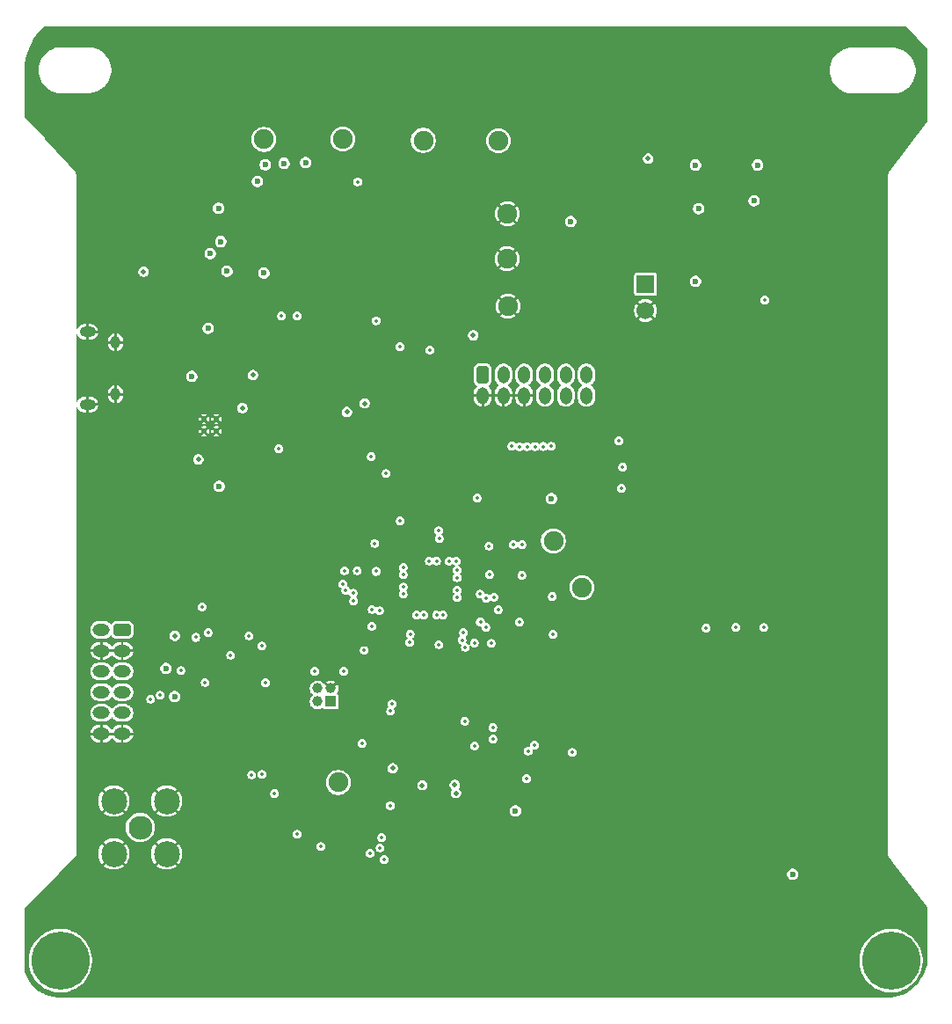
<source format=gbr>
%TF.GenerationSoftware,KiCad,Pcbnew,9.0.4*%
%TF.CreationDate,2025-10-16T15:09:17-07:00*%
%TF.ProjectId,Cygnet Skywalker v1,4379676e-6574-4205-936b-7977616c6b65,rev?*%
%TF.SameCoordinates,Original*%
%TF.FileFunction,Copper,L2,Inr*%
%TF.FilePolarity,Positive*%
%FSLAX46Y46*%
G04 Gerber Fmt 4.6, Leading zero omitted, Abs format (unit mm)*
G04 Created by KiCad (PCBNEW 9.0.4) date 2025-10-16 15:09:17*
%MOMM*%
%LPD*%
G01*
G04 APERTURE LIST*
G04 Aperture macros list*
%AMRoundRect*
0 Rectangle with rounded corners*
0 $1 Rounding radius*
0 $2 $3 $4 $5 $6 $7 $8 $9 X,Y pos of 4 corners*
0 Add a 4 corners polygon primitive as box body*
4,1,4,$2,$3,$4,$5,$6,$7,$8,$9,$2,$3,0*
0 Add four circle primitives for the rounded corners*
1,1,$1+$1,$2,$3*
1,1,$1+$1,$4,$5*
1,1,$1+$1,$6,$7*
1,1,$1+$1,$8,$9*
0 Add four rect primitives between the rounded corners*
20,1,$1+$1,$2,$3,$4,$5,0*
20,1,$1+$1,$4,$5,$6,$7,0*
20,1,$1+$1,$6,$7,$8,$9,0*
20,1,$1+$1,$8,$9,$2,$3,0*%
G04 Aperture macros list end*
%TA.AperFunction,ComponentPad*%
%ADD10C,1.900000*%
%TD*%
%TA.AperFunction,ComponentPad*%
%ADD11C,2.300000*%
%TD*%
%TA.AperFunction,ComponentPad*%
%ADD12C,2.500000*%
%TD*%
%TA.AperFunction,ComponentPad*%
%ADD13RoundRect,0.250000X-0.575000X0.350000X-0.575000X-0.350000X0.575000X-0.350000X0.575000X0.350000X0*%
%TD*%
%TA.AperFunction,ComponentPad*%
%ADD14O,1.650000X1.200000*%
%TD*%
%TA.AperFunction,ComponentPad*%
%ADD15R,1.700000X1.700000*%
%TD*%
%TA.AperFunction,ComponentPad*%
%ADD16C,1.700000*%
%TD*%
%TA.AperFunction,ComponentPad*%
%ADD17C,0.600000*%
%TD*%
%TA.AperFunction,ComponentPad*%
%ADD18C,5.600000*%
%TD*%
%TA.AperFunction,HeatsinkPad*%
%ADD19C,0.500000*%
%TD*%
%TA.AperFunction,ComponentPad*%
%ADD20R,1.000000X1.000000*%
%TD*%
%TA.AperFunction,ComponentPad*%
%ADD21C,1.000000*%
%TD*%
%TA.AperFunction,ComponentPad*%
%ADD22RoundRect,0.250000X-0.350000X-0.575000X0.350000X-0.575000X0.350000X0.575000X-0.350000X0.575000X0*%
%TD*%
%TA.AperFunction,ComponentPad*%
%ADD23O,1.200000X1.650000*%
%TD*%
%TA.AperFunction,ComponentPad*%
%ADD24O,1.550000X1.000000*%
%TD*%
%TA.AperFunction,ComponentPad*%
%ADD25O,0.950000X1.250000*%
%TD*%
%TA.AperFunction,ViaPad*%
%ADD26C,0.350000*%
%TD*%
%TA.AperFunction,ViaPad*%
%ADD27C,0.600000*%
%TD*%
%TA.AperFunction,ViaPad*%
%ADD28C,0.500000*%
%TD*%
G04 APERTURE END LIST*
D10*
%TO.N,GND*%
%TO.C,TP9*%
X227340000Y-89320000D03*
%TD*%
%TO.N,+12V*%
%TO.C,TP5*%
X219275000Y-77925000D03*
%TD*%
%TO.N,GPS 1PPS*%
%TO.C,TP6*%
X211080000Y-139710000D03*
%TD*%
D11*
%TO.N,Net-(J11-In)*%
%TO.C,J11*%
X192020000Y-144050000D03*
D12*
%TO.N,GND*%
X189480000Y-141510000D03*
X189480000Y-146590000D03*
X194560000Y-141510000D03*
X194560000Y-146590000D03*
%TD*%
D13*
%TO.N,PAYLOAD_PWR*%
%TO.C,J4*%
X190275000Y-125025000D03*
D14*
X188275000Y-125025000D03*
%TO.N,GND*%
X190275000Y-127025000D03*
X188275000Y-127025000D03*
%TO.N,UART0 Tx*%
X190275000Y-129025000D03*
%TO.N,UART0 Rx*%
X188275000Y-129025000D03*
%TO.N,PAYLOAD_BATT*%
X190275000Y-131025000D03*
X188275000Y-131025000D03*
%TO.N,unconnected-(J4-Pin_9-Pad9)*%
X190275000Y-133025000D03*
%TO.N,unconnected-(J4-Pin_10-Pad10)*%
X188275000Y-133025000D03*
%TO.N,GND*%
X190275000Y-135025000D03*
X188275000Y-135025000D03*
%TD*%
D15*
%TO.N,WDT_DISABLE*%
%TO.C,J12*%
X240688000Y-91770881D03*
D16*
%TO.N,GND*%
X240688000Y-94310881D03*
%TD*%
D10*
%TO.N,Module1 Vo*%
%TO.C,TP2*%
X234570000Y-120960000D03*
%TD*%
D17*
%TO.N,GND*%
%TO.C,U4*%
X218575000Y-119625000D03*
X218575000Y-121000000D03*
X218575000Y-122375000D03*
X219950000Y-119625000D03*
X219950000Y-121000000D03*
X219950000Y-122375000D03*
X221325000Y-119625000D03*
X221325000Y-121000000D03*
X221325000Y-122375000D03*
%TD*%
D18*
%TO.N,N/C*%
%TO.C,H2*%
X264323638Y-156866278D03*
%TD*%
D19*
%TO.N,GND*%
%TO.C,U3*%
X198180000Y-104750000D03*
X198180000Y-105930000D03*
X199360000Y-104750000D03*
X199360000Y-105930000D03*
%TD*%
D10*
%TO.N,GND*%
%TO.C,TP10*%
X227430000Y-93880000D03*
%TD*%
D20*
%TO.N,RP2350 Reset*%
%TO.C,J3*%
X210370000Y-131930000D03*
D21*
%TO.N,RP2350 SWCLK*%
X209100000Y-131930000D03*
%TO.N,GND*%
X210370000Y-130660000D03*
%TO.N,RP2350 SWD*%
X209100000Y-130660000D03*
%TD*%
D22*
%TO.N,+3.3V*%
%TO.C,J2*%
X225000000Y-100480000D03*
D23*
%TO.N,GND*%
X225000000Y-102480000D03*
%TO.N,+3.3V*%
X227000000Y-100480000D03*
%TO.N,GND*%
X227000000Y-102480000D03*
%TO.N,+3.3V*%
X229000000Y-100480000D03*
%TO.N,GND*%
X229000000Y-102480000D03*
%TO.N,GPIO24*%
X231000000Y-100480000D03*
%TO.N,GPIO15*%
X231000000Y-102480000D03*
%TO.N,GPIO25*%
X233000000Y-100480000D03*
%TO.N,GPIO18*%
X233000000Y-102480000D03*
%TO.N,GPIO16*%
X235000000Y-100480000D03*
%TO.N,GPIO17*%
X235000000Y-102480000D03*
%TD*%
D10*
%TO.N,Module2 Vo*%
%TO.C,TP4*%
X231810000Y-116460000D03*
%TD*%
%TO.N,GND*%
%TO.C,TP8*%
X227380000Y-84980000D03*
%TD*%
%TO.N,+5V*%
%TO.C,TP3*%
X211525000Y-77800000D03*
%TD*%
D24*
%TO.N,GND*%
%TO.C,J1*%
X186937500Y-96350000D03*
D25*
X189637500Y-97350000D03*
X189637500Y-102350000D03*
D24*
X186937500Y-103350000D03*
%TD*%
D10*
%TO.N,+3.3V*%
%TO.C,TP1*%
X203925000Y-77825000D03*
%TD*%
D18*
%TO.N,N/C*%
%TO.C,H1*%
X184323638Y-156866278D03*
%TD*%
D10*
%TO.N,PAYLOAD_BATT_OUT*%
%TO.C,TP7*%
X226510000Y-77960000D03*
%TD*%
D26*
%TO.N,+3.3V*%
X213370000Y-135940000D03*
X215270000Y-145000000D03*
D27*
X204050000Y-80280000D03*
X205870000Y-80120000D03*
X203930000Y-90690000D03*
D26*
X226070000Y-121880000D03*
X222550000Y-120000000D03*
D27*
X231620000Y-112410000D03*
D26*
X212980000Y-81900000D03*
X217050000Y-114545000D03*
X195925000Y-128950000D03*
X214750000Y-95275000D03*
X233640000Y-136820000D03*
X214350000Y-123050000D03*
X220550000Y-118400000D03*
X217350000Y-119000000D03*
X222550000Y-121200000D03*
X217350000Y-119700000D03*
D28*
X222430000Y-140740000D03*
D26*
X229230000Y-139340000D03*
X219850000Y-118400000D03*
X231790000Y-125460000D03*
X219350000Y-123600000D03*
X217350000Y-120900000D03*
X217350000Y-121600000D03*
X197370000Y-125750000D03*
D28*
X219190000Y-139980000D03*
D26*
X228530000Y-124280000D03*
X197970000Y-122800000D03*
D27*
X198760000Y-88802500D03*
D26*
X224450000Y-112345000D03*
D27*
X254860000Y-148550000D03*
X203300000Y-81870000D03*
D26*
X218650000Y-123600000D03*
X217950000Y-126220000D03*
D27*
X199760000Y-87652500D03*
X195325000Y-131450000D03*
X228160000Y-142460000D03*
D26*
X214600000Y-116695000D03*
X223260000Y-133820000D03*
X215700000Y-109995000D03*
D28*
X222310000Y-139950000D03*
D27*
X200375000Y-90500000D03*
X207940000Y-80050000D03*
D26*
X220550000Y-123600000D03*
D28*
X224080000Y-96670000D03*
D26*
X222550000Y-121900000D03*
D27*
X245488000Y-91488000D03*
D26*
X205380000Y-107580000D03*
X224190000Y-126300000D03*
D28*
X216340000Y-138350000D03*
D27*
X199550000Y-84450000D03*
D26*
X221750000Y-118400000D03*
D27*
X233480000Y-85730000D03*
D26*
X221150000Y-123600000D03*
X225610000Y-116960000D03*
D27*
X245488000Y-80288000D03*
D26*
X222550000Y-119300000D03*
X214275000Y-108350000D03*
D27*
X251488000Y-80288000D03*
X199620000Y-111220000D03*
D26*
X222450000Y-118400000D03*
D28*
%TO.N,GND*%
X196270000Y-153150000D03*
X211665000Y-158245000D03*
X192925000Y-139300000D03*
D26*
X217050000Y-113595000D03*
X211230000Y-128350000D03*
X216160000Y-137600000D03*
D28*
X195580000Y-120740000D03*
D26*
X219430000Y-137590000D03*
X217980000Y-132470000D03*
D28*
X238260000Y-101720000D03*
D26*
X198620000Y-124400000D03*
D28*
X193500000Y-77525000D03*
D26*
X226960000Y-121950000D03*
D28*
X218215000Y-159320000D03*
D26*
X204540000Y-120440000D03*
D27*
X201520000Y-111280000D03*
D26*
X226310000Y-117000000D03*
D28*
X190400000Y-149210000D03*
D27*
X252788000Y-82188000D03*
X228050000Y-144420000D03*
D28*
X238240000Y-104330000D03*
D26*
X212850000Y-142560000D03*
X226190000Y-128970000D03*
X230460000Y-125210000D03*
D28*
X231850000Y-151050000D03*
D26*
X219290000Y-142390000D03*
D27*
X212012500Y-87050000D03*
D26*
X242220000Y-92490000D03*
D28*
X194220000Y-154860000D03*
X194820000Y-151610000D03*
X242310000Y-95990000D03*
X223100000Y-151040000D03*
D26*
X254813000Y-92288000D03*
X224430000Y-127880000D03*
D28*
X205790000Y-137990000D03*
X215940000Y-148430000D03*
D26*
X213790000Y-119400000D03*
D27*
X191360000Y-102150000D03*
D28*
X186910000Y-141260000D03*
D26*
X217375000Y-95900000D03*
D28*
X257060000Y-128410000D03*
X190570000Y-139190000D03*
D27*
X249238000Y-93213000D03*
X242038000Y-87488000D03*
D28*
X198700000Y-158110000D03*
X199800000Y-77650000D03*
D26*
X202710000Y-93452500D03*
X209730000Y-143770000D03*
D28*
X214965000Y-159395000D03*
D27*
X233520000Y-112350000D03*
D26*
X213320000Y-147900000D03*
D27*
X197330000Y-90500000D03*
X232740000Y-97370000D03*
X203790000Y-108110000D03*
X214840000Y-81420000D03*
X254688000Y-85938000D03*
D26*
X222010000Y-137430000D03*
D28*
X193320000Y-149170000D03*
X196710000Y-143950000D03*
D27*
X256750000Y-148470000D03*
D26*
X221810000Y-127680000D03*
X223150000Y-115445000D03*
D28*
X234470000Y-95500000D03*
D27*
X204810000Y-105910000D03*
D26*
X220230000Y-132560000D03*
D27*
X238540000Y-93790000D03*
D26*
X202280000Y-96180000D03*
X212920000Y-129760000D03*
X216980000Y-131350000D03*
X216490000Y-146890000D03*
D28*
X242110000Y-101690000D03*
X200380000Y-154890000D03*
D26*
X223250000Y-95030000D03*
D28*
X241850000Y-104080000D03*
D26*
X211430000Y-142130000D03*
X203040000Y-90520000D03*
X243930000Y-91500000D03*
D28*
X254480000Y-128320000D03*
D26*
X214775000Y-96000000D03*
D28*
X191690000Y-120480000D03*
D26*
X230520000Y-124010000D03*
X217950000Y-127180000D03*
X215990000Y-130470000D03*
X226510000Y-119690000D03*
D27*
X204030000Y-103880000D03*
D28*
X201650000Y-87610000D03*
X227850000Y-150700000D03*
D26*
X220750000Y-127180000D03*
X217500000Y-94600000D03*
X215950000Y-109125000D03*
D28*
X200800000Y-138820000D03*
D26*
X220450000Y-95925000D03*
D27*
X214150000Y-80140000D03*
D26*
X217870000Y-144140000D03*
X222400000Y-130160000D03*
D27*
X194300000Y-90400000D03*
X190325000Y-91332500D03*
X196275000Y-131425000D03*
X191050000Y-100875000D03*
D28*
X254540000Y-124760000D03*
X197300000Y-103050000D03*
X191230000Y-152440000D03*
D26*
X214775000Y-94550000D03*
D28*
X196675000Y-77650000D03*
D27*
X242038000Y-86088000D03*
X233600000Y-87640000D03*
D28*
X196350000Y-139450000D03*
D26*
X219350000Y-130075000D03*
X221630000Y-132410000D03*
X213430000Y-138400000D03*
D27*
X200280000Y-107630000D03*
D26*
X195440000Y-122890000D03*
D28*
X190075000Y-77650000D03*
D26*
X213560000Y-123030000D03*
X196225000Y-125600000D03*
X243988000Y-89813000D03*
D28*
X208110000Y-128490000D03*
D27*
X260990000Y-119930000D03*
D26*
X212230000Y-127220000D03*
X216730000Y-128140000D03*
X223150000Y-116045000D03*
X207450000Y-114780000D03*
X224890000Y-126400000D03*
D28*
X257170000Y-124740000D03*
D26*
X213750000Y-116645000D03*
D28*
X236780000Y-150420000D03*
D27*
X247888000Y-84288000D03*
X211930000Y-80330000D03*
D28*
X196720000Y-156800000D03*
D27*
X197010000Y-107450000D03*
D28*
X197540000Y-154380000D03*
D26*
X215400000Y-142040000D03*
X227260000Y-121370000D03*
%TO.N,+1V1*%
X214750000Y-119400000D03*
X225650000Y-119690000D03*
X220750000Y-115495000D03*
X220780000Y-126440000D03*
X220814998Y-116245000D03*
D28*
%TO.N,PAYLOAD_BATT*%
X195350000Y-125600000D03*
D27*
X194500000Y-128750000D03*
D26*
%TO.N,PET DOG*%
X252168000Y-93290000D03*
X224780000Y-124260000D03*
D27*
%TO.N,WDT_DISABLE*%
X245788000Y-84488000D03*
X251138000Y-83725500D03*
D28*
%TO.N,USB_D-*%
X211930000Y-104060000D03*
X213640000Y-103230000D03*
D26*
%TO.N,SCL0*%
X229400000Y-136680000D03*
X225810000Y-126330000D03*
%TO.N,SCL1*%
X200720000Y-127470000D03*
X217020000Y-97780000D03*
X228760000Y-119790000D03*
X219910000Y-98090000D03*
X228780000Y-116830000D03*
X198540000Y-125290000D03*
%TO.N,SDA1*%
X207120000Y-94810000D03*
X198260000Y-130087500D03*
X226490000Y-123070000D03*
X227960000Y-116790000D03*
X225980000Y-135520000D03*
X204070000Y-130100000D03*
X205630000Y-94810000D03*
X225970000Y-134430000D03*
X224208750Y-136188750D03*
D27*
%TO.N,PAYLOAD_PWR Test*%
X196980000Y-100640000D03*
X198570000Y-96000000D03*
D26*
%TO.N,UART0 Tx*%
X193950000Y-131325000D03*
%TO.N,UART0 Rx*%
X203720000Y-126590000D03*
X193025000Y-131700000D03*
X202500000Y-125590000D03*
D28*
%TO.N,DOG Bite*%
X202880000Y-100510000D03*
X192335000Y-90565000D03*
X240930000Y-79680000D03*
D26*
%TO.N,GPS Reset*%
X213600000Y-127010000D03*
X204960000Y-140770000D03*
%TO.N,GPS 1PPS*%
X231715000Y-121815000D03*
%TO.N,UART1 Rx*%
X214310000Y-124670000D03*
X207130000Y-144690000D03*
X203740000Y-138950000D03*
%TO.N,RP2350 SWCLK*%
X208810000Y-129010000D03*
X211610000Y-129010000D03*
%TO.N,UART1 Tx*%
X202740000Y-138980000D03*
X215060000Y-123185000D03*
X209410000Y-145880000D03*
%TO.N,Module1 R1 CTRL*%
X246535000Y-124875000D03*
X211700000Y-119330000D03*
%TO.N,Module2 R1 CTRL*%
X211820000Y-121250000D03*
X238350000Y-111400000D03*
%TO.N,Module1 Enable CTRL*%
X212920000Y-119330000D03*
X249400000Y-124770000D03*
%TO.N,Module1 R2 CTRL*%
X211520000Y-120600000D03*
X252050000Y-124810000D03*
%TO.N,Module2 Enable CTRL*%
X238490000Y-109380000D03*
X212510000Y-121510000D03*
%TO.N,Module2 R2 CTRL*%
X212580000Y-122260000D03*
X238100000Y-106830000D03*
%TO.N,GPIO24*%
X231630000Y-107370000D03*
X225360000Y-121990000D03*
%TO.N,GPIO17*%
X223020000Y-126010000D03*
X229270000Y-107390000D03*
%TO.N,GPIO16*%
X230030000Y-107380000D03*
X223320000Y-126690000D03*
%TO.N,GPS Power Good*%
X216120000Y-132860000D03*
X214147200Y-146507200D03*
D28*
%TO.N,PAYLOAD_BATT_OUT*%
X197620000Y-108620000D03*
X201860000Y-103690000D03*
D26*
%TO.N,GPS_PWR*%
X216110000Y-141928341D03*
X215110000Y-146000000D03*
%TO.N,GPIO18*%
X228550000Y-107390000D03*
X223160000Y-125300000D03*
%TO.N,GPS Enable*%
X216267290Y-132170000D03*
X215520000Y-147130000D03*
%TO.N,SDA0*%
X225300000Y-124780000D03*
X229970000Y-136130000D03*
%TO.N,GPIO25*%
X230850000Y-107380000D03*
X224760000Y-121590000D03*
%TO.N,GPIO15*%
X218010000Y-125420000D03*
X227820000Y-107330000D03*
%TD*%
%TA.AperFunction,Conductor*%
%TO.N,GND*%
G36*
X189850000Y-134969048D02*
G01*
X189850000Y-135080952D01*
X189868501Y-135150000D01*
X188681499Y-135150000D01*
X188700000Y-135080952D01*
X188700000Y-134969048D01*
X188681499Y-134900000D01*
X189868501Y-134900000D01*
X189850000Y-134969048D01*
G37*
%TD.AperFunction*%
%TA.AperFunction,Conductor*%
G36*
X189850000Y-126969048D02*
G01*
X189850000Y-127080952D01*
X189868501Y-127150000D01*
X188681499Y-127150000D01*
X188700000Y-127080952D01*
X188700000Y-126969048D01*
X188681499Y-126900000D01*
X189868501Y-126900000D01*
X189850000Y-126969048D01*
G37*
%TD.AperFunction*%
%TA.AperFunction,Conductor*%
G36*
X265775138Y-66940091D02*
G01*
X265818594Y-66958177D01*
X265820040Y-66959678D01*
X267849844Y-69139251D01*
X267866338Y-69181163D01*
X267866338Y-76058820D01*
X267854023Y-76095740D01*
X264147267Y-81033964D01*
X264144647Y-81037453D01*
X264123138Y-81058964D01*
X264105267Y-81089913D01*
X264103047Y-81092872D01*
X264103042Y-81092881D01*
X264083800Y-81118518D01*
X264083799Y-81118520D01*
X264074083Y-81142698D01*
X264070280Y-81150515D01*
X264057248Y-81173087D01*
X264057245Y-81173095D01*
X264048951Y-81204046D01*
X264048950Y-81204045D01*
X264047987Y-81207638D01*
X264034663Y-81240796D01*
X264031012Y-81270991D01*
X264029885Y-81275198D01*
X264029884Y-81275205D01*
X264023138Y-81300384D01*
X264023138Y-81332430D01*
X264022693Y-81339811D01*
X264018847Y-81371621D01*
X264018847Y-81371632D01*
X264022523Y-81397432D01*
X264023138Y-81406106D01*
X264023138Y-146571133D01*
X264018822Y-146604807D01*
X264023138Y-146636745D01*
X264023138Y-146668970D01*
X264026769Y-146682524D01*
X264030908Y-146697970D01*
X264032449Y-146705649D01*
X264036470Y-146735403D01*
X264047310Y-146761323D01*
X264047309Y-146761323D01*
X264048906Y-146765142D01*
X264057246Y-146796264D01*
X264074217Y-146825659D01*
X264075730Y-146829276D01*
X264075733Y-146829281D01*
X264087319Y-146856983D01*
X264087320Y-146856985D01*
X264087321Y-146856987D01*
X264104492Y-146879206D01*
X264109090Y-146886061D01*
X264119276Y-146903704D01*
X264123138Y-146910392D01*
X264123141Y-146910395D01*
X264144364Y-146931618D01*
X264149540Y-146937499D01*
X264561419Y-147470481D01*
X267758992Y-151608222D01*
X267853501Y-151730518D01*
X267866338Y-151768124D01*
X267866338Y-156893075D01*
X267865347Y-156904069D01*
X267802023Y-157252599D01*
X267800738Y-157258181D01*
X267697859Y-157625746D01*
X267696060Y-157631185D01*
X267559425Y-157987595D01*
X267557127Y-157992842D01*
X267387934Y-158334969D01*
X267385159Y-158339980D01*
X267184855Y-158664900D01*
X267181625Y-158669631D01*
X266951960Y-158974503D01*
X266948303Y-158978913D01*
X266691280Y-159261076D01*
X266687230Y-159265127D01*
X266405052Y-159522170D01*
X266400642Y-159525826D01*
X266095779Y-159755491D01*
X266091048Y-159758721D01*
X265766141Y-159959025D01*
X265761130Y-159961801D01*
X265418988Y-160131008D01*
X265413741Y-160133305D01*
X265057351Y-160269939D01*
X265051912Y-160271739D01*
X264684339Y-160374625D01*
X264678757Y-160375910D01*
X264330513Y-160439187D01*
X264319518Y-160440178D01*
X184428957Y-160440178D01*
X184425296Y-160439255D01*
X184363116Y-160440178D01*
X184359015Y-160440178D01*
X184356814Y-160440139D01*
X183999729Y-160427349D01*
X183993526Y-160426811D01*
X183640086Y-160378054D01*
X183633969Y-160376892D01*
X183287272Y-160292651D01*
X183281304Y-160290877D01*
X182944890Y-160172007D01*
X182939132Y-160169638D01*
X182616466Y-160017367D01*
X182610977Y-160014428D01*
X182305362Y-159830314D01*
X182300198Y-159826835D01*
X182267316Y-159802174D01*
X182014763Y-159612761D01*
X182009978Y-159608778D01*
X181747654Y-159366945D01*
X181743296Y-159362499D01*
X181506765Y-159095379D01*
X181502883Y-159090522D01*
X181294556Y-158800832D01*
X181291191Y-158795613D01*
X181113241Y-158486377D01*
X181110412Y-158480830D01*
X181045118Y-158334969D01*
X180964635Y-158155175D01*
X180962382Y-158149371D01*
X180870452Y-157871599D01*
X180867338Y-157852276D01*
X180867338Y-156694952D01*
X181273138Y-156694952D01*
X181273138Y-157037603D01*
X181311497Y-157378051D01*
X181311500Y-157378069D01*
X181387741Y-157712095D01*
X181500899Y-158035486D01*
X181500901Y-158035490D01*
X181500902Y-158035493D01*
X181649562Y-158344188D01*
X181831849Y-158634296D01*
X182045472Y-158902171D01*
X182287745Y-159144444D01*
X182555620Y-159358067D01*
X182845728Y-159540354D01*
X183154423Y-159689014D01*
X183477821Y-159802175D01*
X183811855Y-159878417D01*
X183811864Y-159878418D01*
X184152312Y-159916777D01*
X184152326Y-159916778D01*
X184494950Y-159916778D01*
X184494963Y-159916777D01*
X184762474Y-159886635D01*
X184835421Y-159878417D01*
X185169455Y-159802175D01*
X185492853Y-159689014D01*
X185801548Y-159540354D01*
X186091656Y-159358067D01*
X186359531Y-159144444D01*
X186601804Y-158902171D01*
X186815427Y-158634296D01*
X186997714Y-158344188D01*
X187146374Y-158035493D01*
X187259535Y-157712095D01*
X187335777Y-157378061D01*
X187354066Y-157215739D01*
X187374137Y-157037603D01*
X187374138Y-157037590D01*
X187374138Y-156694965D01*
X187374137Y-156694952D01*
X261273138Y-156694952D01*
X261273138Y-157037603D01*
X261311497Y-157378051D01*
X261311500Y-157378069D01*
X261387741Y-157712095D01*
X261500899Y-158035486D01*
X261500901Y-158035490D01*
X261500902Y-158035493D01*
X261649562Y-158344188D01*
X261831849Y-158634296D01*
X262045472Y-158902171D01*
X262287745Y-159144444D01*
X262555620Y-159358067D01*
X262845728Y-159540354D01*
X263154423Y-159689014D01*
X263477821Y-159802175D01*
X263811855Y-159878417D01*
X263811864Y-159878418D01*
X264152312Y-159916777D01*
X264152326Y-159916778D01*
X264494950Y-159916778D01*
X264494963Y-159916777D01*
X264762474Y-159886635D01*
X264835421Y-159878417D01*
X265169455Y-159802175D01*
X265492853Y-159689014D01*
X265801548Y-159540354D01*
X266091656Y-159358067D01*
X266359531Y-159144444D01*
X266601804Y-158902171D01*
X266815427Y-158634296D01*
X266997714Y-158344188D01*
X267146374Y-158035493D01*
X267259535Y-157712095D01*
X267335777Y-157378061D01*
X267354066Y-157215739D01*
X267374137Y-157037603D01*
X267374138Y-157037590D01*
X267374138Y-156694965D01*
X267374137Y-156694952D01*
X267335778Y-156354504D01*
X267335777Y-156354495D01*
X267259535Y-156020461D01*
X267146374Y-155697063D01*
X266997714Y-155388368D01*
X266815427Y-155098260D01*
X266601804Y-154830385D01*
X266359531Y-154588112D01*
X266091656Y-154374489D01*
X265801548Y-154192202D01*
X265492853Y-154043542D01*
X265492850Y-154043541D01*
X265492846Y-154043539D01*
X265169455Y-153930381D01*
X264835429Y-153854140D01*
X264835411Y-153854137D01*
X264494963Y-153815778D01*
X264494950Y-153815778D01*
X264152326Y-153815778D01*
X264152312Y-153815778D01*
X263811864Y-153854137D01*
X263811846Y-153854140D01*
X263477820Y-153930381D01*
X263154429Y-154043539D01*
X262845727Y-154192202D01*
X262555624Y-154374486D01*
X262287743Y-154588113D01*
X262045473Y-154830383D01*
X261831846Y-155098264D01*
X261649562Y-155388367D01*
X261500899Y-155697069D01*
X261387741Y-156020460D01*
X261311500Y-156354486D01*
X261311497Y-156354504D01*
X261273138Y-156694952D01*
X187374137Y-156694952D01*
X187335778Y-156354504D01*
X187335777Y-156354495D01*
X187259535Y-156020461D01*
X187146374Y-155697063D01*
X186997714Y-155388368D01*
X186815427Y-155098260D01*
X186601804Y-154830385D01*
X186359531Y-154588112D01*
X186091656Y-154374489D01*
X185801548Y-154192202D01*
X185492853Y-154043542D01*
X185492850Y-154043541D01*
X185492846Y-154043539D01*
X185169455Y-153930381D01*
X184835429Y-153854140D01*
X184835411Y-153854137D01*
X184494963Y-153815778D01*
X184494950Y-153815778D01*
X184152326Y-153815778D01*
X184152312Y-153815778D01*
X183811864Y-153854137D01*
X183811846Y-153854140D01*
X183477820Y-153930381D01*
X183154429Y-154043539D01*
X182845727Y-154192202D01*
X182555624Y-154374486D01*
X182287743Y-154588113D01*
X182045473Y-154830383D01*
X181831846Y-155098264D01*
X181649562Y-155388367D01*
X181500899Y-155697069D01*
X181387741Y-156020460D01*
X181311500Y-156354486D01*
X181311497Y-156354504D01*
X181273138Y-156694952D01*
X180867338Y-156694952D01*
X180867338Y-151809066D01*
X180885351Y-151765579D01*
X184173408Y-148477522D01*
X254309500Y-148477522D01*
X254309500Y-148622477D01*
X254347014Y-148762480D01*
X254347015Y-148762482D01*
X254347016Y-148762485D01*
X254419491Y-148888015D01*
X254521985Y-148990509D01*
X254647515Y-149062984D01*
X254647519Y-149062985D01*
X254787523Y-149100500D01*
X254787525Y-149100500D01*
X254932476Y-149100500D01*
X254994206Y-149083958D01*
X255072485Y-149062984D01*
X255198015Y-148990509D01*
X255300509Y-148888015D01*
X255372984Y-148762485D01*
X255387540Y-148708158D01*
X255410500Y-148622477D01*
X255410500Y-148477522D01*
X255372985Y-148337519D01*
X255372984Y-148337515D01*
X255300509Y-148211985D01*
X255198015Y-148109491D01*
X255072485Y-148037016D01*
X255072482Y-148037015D01*
X255072480Y-148037014D01*
X254932477Y-147999500D01*
X254932475Y-147999500D01*
X254787525Y-147999500D01*
X254787523Y-147999500D01*
X254647519Y-148037014D01*
X254647515Y-148037016D01*
X254521986Y-148109490D01*
X254521981Y-148109494D01*
X254419494Y-148211981D01*
X254419490Y-148211986D01*
X254347016Y-148337515D01*
X254347014Y-148337519D01*
X254309500Y-148477522D01*
X184173408Y-148477522D01*
X184979586Y-147671344D01*
X185356698Y-147294232D01*
X185744138Y-146906792D01*
X185810030Y-146792664D01*
X185844137Y-146665372D01*
X185844138Y-146665372D01*
X185844138Y-146471943D01*
X187980000Y-146471943D01*
X187980000Y-146708056D01*
X188016935Y-146941253D01*
X188089896Y-147165801D01*
X188197084Y-147376169D01*
X188331729Y-147561493D01*
X188796368Y-147096853D01*
X188819753Y-147131851D01*
X188938149Y-147250247D01*
X188973144Y-147273630D01*
X188508505Y-147738269D01*
X188693830Y-147872915D01*
X188904198Y-147980103D01*
X189128747Y-148053064D01*
X189128745Y-148053064D01*
X189361943Y-148089999D01*
X189361951Y-148090000D01*
X189598049Y-148090000D01*
X189598056Y-148089999D01*
X189831253Y-148053064D01*
X190055801Y-147980103D01*
X190266169Y-147872915D01*
X190451493Y-147738269D01*
X189986854Y-147273630D01*
X190021851Y-147250247D01*
X190140247Y-147131851D01*
X190163630Y-147096854D01*
X190628269Y-147561493D01*
X190762915Y-147376169D01*
X190870103Y-147165801D01*
X190943064Y-146941253D01*
X190979999Y-146708056D01*
X190980000Y-146708048D01*
X190980000Y-146471951D01*
X190979999Y-146471943D01*
X193060000Y-146471943D01*
X193060000Y-146708056D01*
X193096935Y-146941253D01*
X193169896Y-147165801D01*
X193277084Y-147376169D01*
X193411729Y-147561493D01*
X193876368Y-147096853D01*
X193899753Y-147131851D01*
X194018149Y-147250247D01*
X194053144Y-147273630D01*
X193588505Y-147738269D01*
X193773830Y-147872915D01*
X193984198Y-147980103D01*
X194208747Y-148053064D01*
X194208745Y-148053064D01*
X194441943Y-148089999D01*
X194441951Y-148090000D01*
X194678049Y-148090000D01*
X194678056Y-148089999D01*
X194911253Y-148053064D01*
X195135801Y-147980103D01*
X195346169Y-147872915D01*
X195531493Y-147738269D01*
X195066854Y-147273630D01*
X195101851Y-147250247D01*
X195220247Y-147131851D01*
X195243630Y-147096854D01*
X195708269Y-147561493D01*
X195842915Y-147376169D01*
X195950103Y-147165801D01*
X195979939Y-147073979D01*
X215094500Y-147073979D01*
X215094500Y-147186020D01*
X215123495Y-147294232D01*
X215123496Y-147294234D01*
X215123497Y-147294237D01*
X215179515Y-147391263D01*
X215258737Y-147470485D01*
X215355763Y-147526503D01*
X215355767Y-147526504D01*
X215463980Y-147555500D01*
X215463982Y-147555500D01*
X215576019Y-147555500D01*
X215623733Y-147542714D01*
X215684237Y-147526503D01*
X215781263Y-147470485D01*
X215860485Y-147391263D01*
X215916503Y-147294237D01*
X215928290Y-147250247D01*
X215945500Y-147186020D01*
X215945500Y-147073979D01*
X215916504Y-146965767D01*
X215916503Y-146965763D01*
X215860485Y-146868737D01*
X215781263Y-146789515D01*
X215684237Y-146733497D01*
X215684234Y-146733496D01*
X215684232Y-146733495D01*
X215576020Y-146704500D01*
X215576018Y-146704500D01*
X215463982Y-146704500D01*
X215463980Y-146704500D01*
X215355767Y-146733495D01*
X215355763Y-146733497D01*
X215258738Y-146789514D01*
X215258733Y-146789518D01*
X215179518Y-146868733D01*
X215179514Y-146868738D01*
X215123497Y-146965763D01*
X215123495Y-146965767D01*
X215094500Y-147073979D01*
X195979939Y-147073979D01*
X195987423Y-147050946D01*
X196023064Y-146941253D01*
X196059999Y-146708056D01*
X196060000Y-146708048D01*
X196060000Y-146471951D01*
X196059999Y-146471946D01*
X196057596Y-146456773D01*
X196057596Y-146456772D01*
X196056710Y-146451179D01*
X213721700Y-146451179D01*
X213721700Y-146563220D01*
X213750695Y-146671432D01*
X213750696Y-146671434D01*
X213750697Y-146671437D01*
X213806715Y-146768463D01*
X213885937Y-146847685D01*
X213982963Y-146903703D01*
X213982967Y-146903704D01*
X214091180Y-146932700D01*
X214091182Y-146932700D01*
X214203219Y-146932700D01*
X214250933Y-146919914D01*
X214311437Y-146903703D01*
X214408463Y-146847685D01*
X214487685Y-146768463D01*
X214543703Y-146671437D01*
X214554954Y-146629446D01*
X214572700Y-146563220D01*
X214572700Y-146451179D01*
X214543704Y-146342967D01*
X214543703Y-146342963D01*
X214487685Y-146245937D01*
X214408463Y-146166715D01*
X214311437Y-146110697D01*
X214311434Y-146110696D01*
X214311432Y-146110695D01*
X214203220Y-146081700D01*
X214203218Y-146081700D01*
X214091182Y-146081700D01*
X214091180Y-146081700D01*
X213982967Y-146110695D01*
X213982963Y-146110697D01*
X213885938Y-146166714D01*
X213885933Y-146166718D01*
X213806718Y-146245933D01*
X213806714Y-146245938D01*
X213750697Y-146342963D01*
X213750695Y-146342967D01*
X213721700Y-146451179D01*
X196056710Y-146451179D01*
X196023064Y-146238746D01*
X195950103Y-146014198D01*
X195865355Y-145847871D01*
X195853181Y-145823979D01*
X208984500Y-145823979D01*
X208984500Y-145936020D01*
X209013495Y-146044232D01*
X209013496Y-146044234D01*
X209013497Y-146044237D01*
X209069515Y-146141263D01*
X209148737Y-146220485D01*
X209245763Y-146276503D01*
X209245767Y-146276504D01*
X209353980Y-146305500D01*
X209353982Y-146305500D01*
X209466019Y-146305500D01*
X209513733Y-146292714D01*
X209574237Y-146276503D01*
X209671263Y-146220485D01*
X209750485Y-146141263D01*
X209806503Y-146044237D01*
X209817754Y-146002246D01*
X209833367Y-145943979D01*
X214684500Y-145943979D01*
X214684500Y-146056020D01*
X214713495Y-146164232D01*
X214713496Y-146164234D01*
X214713497Y-146164237D01*
X214769515Y-146261263D01*
X214848737Y-146340485D01*
X214945763Y-146396503D01*
X214945767Y-146396504D01*
X215053980Y-146425500D01*
X215053982Y-146425500D01*
X215166019Y-146425500D01*
X215213733Y-146412714D01*
X215274237Y-146396503D01*
X215371263Y-146340485D01*
X215450485Y-146261263D01*
X215506503Y-146164237D01*
X215520849Y-146110697D01*
X215535500Y-146056020D01*
X215535500Y-145943979D01*
X215506504Y-145835767D01*
X215506503Y-145835763D01*
X215450485Y-145738737D01*
X215371263Y-145659515D01*
X215274237Y-145603497D01*
X215274234Y-145603496D01*
X215274232Y-145603495D01*
X215166020Y-145574500D01*
X215166018Y-145574500D01*
X215053982Y-145574500D01*
X215053980Y-145574500D01*
X214945767Y-145603495D01*
X214945763Y-145603497D01*
X214848738Y-145659514D01*
X214848733Y-145659518D01*
X214769518Y-145738733D01*
X214769514Y-145738738D01*
X214713497Y-145835763D01*
X214713495Y-145835767D01*
X214684500Y-145943979D01*
X209833367Y-145943979D01*
X209835500Y-145936020D01*
X209835500Y-145823979D01*
X209806504Y-145715767D01*
X209806503Y-145715763D01*
X209750485Y-145618737D01*
X209671263Y-145539515D01*
X209574237Y-145483497D01*
X209574234Y-145483496D01*
X209574232Y-145483495D01*
X209466020Y-145454500D01*
X209466018Y-145454500D01*
X209353982Y-145454500D01*
X209353980Y-145454500D01*
X209245767Y-145483495D01*
X209245763Y-145483497D01*
X209148738Y-145539514D01*
X209148733Y-145539518D01*
X209069518Y-145618733D01*
X209069514Y-145618738D01*
X209013497Y-145715763D01*
X209013495Y-145715767D01*
X208984500Y-145823979D01*
X195853181Y-145823979D01*
X195842915Y-145803830D01*
X195708269Y-145618505D01*
X195243630Y-146083144D01*
X195220247Y-146048149D01*
X195101851Y-145929753D01*
X195066853Y-145906368D01*
X195531493Y-145441729D01*
X195346169Y-145307084D01*
X195135801Y-145199896D01*
X194911252Y-145126935D01*
X194911254Y-145126935D01*
X194678056Y-145090000D01*
X194441943Y-145090000D01*
X194208746Y-145126935D01*
X193984198Y-145199896D01*
X193773830Y-145307084D01*
X193588505Y-145441729D01*
X194053145Y-145906369D01*
X194018149Y-145929753D01*
X193899753Y-146048149D01*
X193876369Y-146083145D01*
X193411729Y-145618505D01*
X193277084Y-145803830D01*
X193169896Y-146014198D01*
X193096935Y-146238746D01*
X193060000Y-146471943D01*
X190979999Y-146471943D01*
X190943064Y-146238746D01*
X190870103Y-146014198D01*
X190762915Y-145803830D01*
X190628269Y-145618505D01*
X190163630Y-146083144D01*
X190140247Y-146048149D01*
X190021851Y-145929753D01*
X189986853Y-145906368D01*
X190451493Y-145441729D01*
X190266169Y-145307084D01*
X190055801Y-145199896D01*
X189831252Y-145126935D01*
X189831254Y-145126935D01*
X189598056Y-145090000D01*
X189361943Y-145090000D01*
X189128746Y-145126935D01*
X188904198Y-145199896D01*
X188693830Y-145307084D01*
X188508505Y-145441729D01*
X188973145Y-145906369D01*
X188938149Y-145929753D01*
X188819753Y-146048149D01*
X188796369Y-146083145D01*
X188331729Y-145618505D01*
X188197084Y-145803830D01*
X188089896Y-146014198D01*
X188016935Y-146238746D01*
X187980000Y-146471943D01*
X185844138Y-146471943D01*
X185844138Y-143939774D01*
X190619500Y-143939774D01*
X190619500Y-144160225D01*
X190653985Y-144377953D01*
X190722105Y-144587605D01*
X190722106Y-144587609D01*
X190745733Y-144633979D01*
X190822185Y-144784022D01*
X190951758Y-144962365D01*
X191107635Y-145118242D01*
X191285978Y-145247815D01*
X191482394Y-145347895D01*
X191692049Y-145416015D01*
X191909778Y-145450500D01*
X191909782Y-145450500D01*
X192130218Y-145450500D01*
X192130222Y-145450500D01*
X192347951Y-145416015D01*
X192361369Y-145411655D01*
X192376689Y-145406678D01*
X192418628Y-145393050D01*
X192557606Y-145347895D01*
X192754022Y-145247815D01*
X192932365Y-145118242D01*
X193088242Y-144962365D01*
X193217815Y-144784022D01*
X193294267Y-144633979D01*
X206704500Y-144633979D01*
X206704500Y-144746020D01*
X206733495Y-144854232D01*
X206733496Y-144854234D01*
X206733497Y-144854237D01*
X206789515Y-144951263D01*
X206868737Y-145030485D01*
X206965763Y-145086503D01*
X206965767Y-145086504D01*
X207073980Y-145115500D01*
X207073982Y-145115500D01*
X207186019Y-145115500D01*
X207233733Y-145102714D01*
X207294237Y-145086503D01*
X207391263Y-145030485D01*
X207470485Y-144951263D01*
X207474690Y-144943979D01*
X214844500Y-144943979D01*
X214844500Y-145056020D01*
X214873495Y-145164232D01*
X214873496Y-145164234D01*
X214873497Y-145164237D01*
X214929515Y-145261263D01*
X215008737Y-145340485D01*
X215105763Y-145396503D01*
X215105767Y-145396504D01*
X215213980Y-145425500D01*
X215213982Y-145425500D01*
X215326019Y-145425500D01*
X215396263Y-145406678D01*
X215434237Y-145396503D01*
X215531263Y-145340485D01*
X215610485Y-145261263D01*
X215666503Y-145164237D01*
X215686395Y-145090000D01*
X215695500Y-145056020D01*
X215695500Y-144943979D01*
X215666504Y-144835767D01*
X215666503Y-144835763D01*
X215610485Y-144738737D01*
X215531263Y-144659515D01*
X215434237Y-144603497D01*
X215434234Y-144603496D01*
X215434232Y-144603495D01*
X215326020Y-144574500D01*
X215326018Y-144574500D01*
X215213982Y-144574500D01*
X215213980Y-144574500D01*
X215105767Y-144603495D01*
X215105763Y-144603497D01*
X215008738Y-144659514D01*
X215008733Y-144659518D01*
X214929518Y-144738733D01*
X214929514Y-144738738D01*
X214873497Y-144835763D01*
X214873495Y-144835767D01*
X214844500Y-144943979D01*
X207474690Y-144943979D01*
X207526503Y-144854237D01*
X207545317Y-144784022D01*
X207555500Y-144746020D01*
X207555500Y-144633979D01*
X207526504Y-144525767D01*
X207526503Y-144525763D01*
X207470485Y-144428737D01*
X207391263Y-144349515D01*
X207294237Y-144293497D01*
X207294234Y-144293496D01*
X207294232Y-144293495D01*
X207186020Y-144264500D01*
X207186018Y-144264500D01*
X207073982Y-144264500D01*
X207073980Y-144264500D01*
X206965767Y-144293495D01*
X206965763Y-144293497D01*
X206868738Y-144349514D01*
X206868733Y-144349518D01*
X206789518Y-144428733D01*
X206789514Y-144428738D01*
X206733497Y-144525763D01*
X206733495Y-144525767D01*
X206704500Y-144633979D01*
X193294267Y-144633979D01*
X193310546Y-144602030D01*
X193310547Y-144602028D01*
X193317888Y-144587620D01*
X193317888Y-144587618D01*
X193317895Y-144587606D01*
X193386015Y-144377951D01*
X193420500Y-144160222D01*
X193420500Y-143939778D01*
X193386015Y-143722049D01*
X193317895Y-143512394D01*
X193217815Y-143315978D01*
X193088242Y-143137635D01*
X192932365Y-142981758D01*
X192754022Y-142852185D01*
X192747183Y-142848700D01*
X192557609Y-142752106D01*
X192557606Y-142752105D01*
X192347951Y-142683985D01*
X192130225Y-142649500D01*
X192130222Y-142649500D01*
X191909778Y-142649500D01*
X191909774Y-142649500D01*
X191692046Y-142683985D01*
X191482394Y-142752105D01*
X191482390Y-142752106D01*
X191285979Y-142852184D01*
X191107632Y-142981760D01*
X190951760Y-143137632D01*
X190822184Y-143315979D01*
X190722106Y-143512390D01*
X190722105Y-143512394D01*
X190653985Y-143722046D01*
X190619500Y-143939774D01*
X185844138Y-143939774D01*
X185844138Y-141391943D01*
X187980000Y-141391943D01*
X187980000Y-141628056D01*
X188016935Y-141861253D01*
X188089896Y-142085801D01*
X188197084Y-142296169D01*
X188331729Y-142481493D01*
X188796368Y-142016853D01*
X188819753Y-142051851D01*
X188938149Y-142170247D01*
X188973144Y-142193630D01*
X188508505Y-142658269D01*
X188693830Y-142792915D01*
X188904198Y-142900103D01*
X189128747Y-142973064D01*
X189128745Y-142973064D01*
X189361943Y-143009999D01*
X189361951Y-143010000D01*
X189598049Y-143010000D01*
X189598056Y-143009999D01*
X189831253Y-142973064D01*
X190055801Y-142900103D01*
X190266169Y-142792915D01*
X190451493Y-142658269D01*
X189986854Y-142193630D01*
X190021851Y-142170247D01*
X190140247Y-142051851D01*
X190163630Y-142016854D01*
X190628269Y-142481493D01*
X190762915Y-142296169D01*
X190870103Y-142085801D01*
X190943064Y-141861253D01*
X190979999Y-141628056D01*
X190980000Y-141628048D01*
X190980000Y-141391951D01*
X190979999Y-141391943D01*
X193060000Y-141391943D01*
X193060000Y-141628056D01*
X193096935Y-141861253D01*
X193169896Y-142085801D01*
X193277084Y-142296169D01*
X193411729Y-142481493D01*
X193876368Y-142016853D01*
X193899753Y-142051851D01*
X194018149Y-142170247D01*
X194053144Y-142193630D01*
X193588505Y-142658269D01*
X193773830Y-142792915D01*
X193984198Y-142900103D01*
X194208747Y-142973064D01*
X194208745Y-142973064D01*
X194441943Y-143009999D01*
X194441951Y-143010000D01*
X194678049Y-143010000D01*
X194678056Y-143009999D01*
X194911253Y-142973064D01*
X195135801Y-142900103D01*
X195346169Y-142792915D01*
X195531493Y-142658269D01*
X195066854Y-142193630D01*
X195101851Y-142170247D01*
X195220247Y-142051851D01*
X195243630Y-142016854D01*
X195708269Y-142481493D01*
X195776543Y-142387522D01*
X227609500Y-142387522D01*
X227609500Y-142532477D01*
X227647014Y-142672480D01*
X227647015Y-142672482D01*
X227647016Y-142672485D01*
X227719491Y-142798015D01*
X227821985Y-142900509D01*
X227947515Y-142972984D01*
X227947519Y-142972985D01*
X228087523Y-143010500D01*
X228087525Y-143010500D01*
X228232476Y-143010500D01*
X228294206Y-142993958D01*
X228372485Y-142972984D01*
X228498015Y-142900509D01*
X228600509Y-142798015D01*
X228672984Y-142672485D01*
X228687540Y-142618158D01*
X228710500Y-142532477D01*
X228710500Y-142387522D01*
X228672985Y-142247519D01*
X228672984Y-142247515D01*
X228600509Y-142121985D01*
X228498015Y-142019491D01*
X228372485Y-141947016D01*
X228372482Y-141947015D01*
X228372480Y-141947014D01*
X228232477Y-141909500D01*
X228232475Y-141909500D01*
X228087525Y-141909500D01*
X228087523Y-141909500D01*
X227947519Y-141947014D01*
X227947515Y-141947016D01*
X227821986Y-142019490D01*
X227821981Y-142019494D01*
X227719494Y-142121981D01*
X227719490Y-142121986D01*
X227647016Y-142247515D01*
X227647014Y-142247519D01*
X227609500Y-142387522D01*
X195776543Y-142387522D01*
X195842915Y-142296169D01*
X195950103Y-142085801D01*
X196019468Y-141872320D01*
X215684500Y-141872320D01*
X215684500Y-141984361D01*
X215713495Y-142092573D01*
X215713496Y-142092575D01*
X215713497Y-142092578D01*
X215769515Y-142189604D01*
X215848737Y-142268826D01*
X215945763Y-142324844D01*
X215945767Y-142324845D01*
X216053980Y-142353841D01*
X216053982Y-142353841D01*
X216166019Y-142353841D01*
X216187661Y-142348041D01*
X216274237Y-142324844D01*
X216371263Y-142268826D01*
X216450485Y-142189604D01*
X216506503Y-142092578D01*
X216526086Y-142019494D01*
X216535500Y-141984361D01*
X216535500Y-141872320D01*
X216506504Y-141764108D01*
X216506503Y-141764104D01*
X216450485Y-141667078D01*
X216371263Y-141587856D01*
X216274237Y-141531838D01*
X216274234Y-141531837D01*
X216274232Y-141531836D01*
X216166020Y-141502841D01*
X216166018Y-141502841D01*
X216053982Y-141502841D01*
X216053980Y-141502841D01*
X215945767Y-141531836D01*
X215945763Y-141531838D01*
X215848738Y-141587855D01*
X215848733Y-141587859D01*
X215769518Y-141667074D01*
X215769514Y-141667079D01*
X215713497Y-141764104D01*
X215713495Y-141764108D01*
X215684500Y-141872320D01*
X196019468Y-141872320D01*
X196023064Y-141861252D01*
X196023065Y-141861249D01*
X196023475Y-141858666D01*
X196059999Y-141628056D01*
X196060000Y-141628048D01*
X196060000Y-141391951D01*
X196059999Y-141391943D01*
X196023064Y-141158746D01*
X195950103Y-140934198D01*
X195850071Y-140737874D01*
X195850070Y-140737872D01*
X195842914Y-140723828D01*
X195835758Y-140713979D01*
X204534500Y-140713979D01*
X204534500Y-140826020D01*
X204563495Y-140934232D01*
X204563496Y-140934234D01*
X204563497Y-140934237D01*
X204619515Y-141031263D01*
X204698737Y-141110485D01*
X204795763Y-141166503D01*
X204795767Y-141166504D01*
X204903980Y-141195500D01*
X204903982Y-141195500D01*
X205016019Y-141195500D01*
X205063733Y-141182714D01*
X205124237Y-141166503D01*
X205221263Y-141110485D01*
X205300485Y-141031263D01*
X205356503Y-140934237D01*
X205370784Y-140880939D01*
X205385500Y-140826020D01*
X205385500Y-140713979D01*
X205356504Y-140605767D01*
X205356503Y-140605763D01*
X205300485Y-140508737D01*
X205221263Y-140429515D01*
X205124237Y-140373497D01*
X205124234Y-140373496D01*
X205124232Y-140373495D01*
X205016020Y-140344500D01*
X205016018Y-140344500D01*
X204903982Y-140344500D01*
X204903980Y-140344500D01*
X204795767Y-140373495D01*
X204795763Y-140373497D01*
X204698738Y-140429514D01*
X204698733Y-140429518D01*
X204619518Y-140508733D01*
X204619514Y-140508738D01*
X204563497Y-140605763D01*
X204563495Y-140605767D01*
X204534500Y-140713979D01*
X195835758Y-140713979D01*
X195708269Y-140538505D01*
X195243630Y-141003144D01*
X195220247Y-140968149D01*
X195101851Y-140849753D01*
X195066853Y-140826368D01*
X195531493Y-140361729D01*
X195346169Y-140227084D01*
X195135801Y-140119896D01*
X194911252Y-140046935D01*
X194911254Y-140046935D01*
X194678056Y-140010000D01*
X194441943Y-140010000D01*
X194208746Y-140046935D01*
X193984198Y-140119896D01*
X193773830Y-140227084D01*
X193588505Y-140361729D01*
X194053145Y-140826369D01*
X194018149Y-140849753D01*
X193899753Y-140968149D01*
X193876369Y-141003145D01*
X193411729Y-140538505D01*
X193277084Y-140723830D01*
X193169896Y-140934198D01*
X193096935Y-141158746D01*
X193060000Y-141391943D01*
X190979999Y-141391943D01*
X190943064Y-141158746D01*
X190870103Y-140934198D01*
X190762915Y-140723830D01*
X190628269Y-140538505D01*
X190163630Y-141003144D01*
X190140247Y-140968149D01*
X190021851Y-140849753D01*
X189986853Y-140826368D01*
X190451493Y-140361729D01*
X190266169Y-140227084D01*
X190055801Y-140119896D01*
X189831252Y-140046935D01*
X189831254Y-140046935D01*
X189598056Y-140010000D01*
X189361943Y-140010000D01*
X189128746Y-140046935D01*
X188904198Y-140119896D01*
X188693830Y-140227084D01*
X188508505Y-140361729D01*
X188973145Y-140826369D01*
X188938149Y-140849753D01*
X188819753Y-140968149D01*
X188796369Y-141003145D01*
X188331729Y-140538505D01*
X188197084Y-140723830D01*
X188089896Y-140934198D01*
X188016935Y-141158746D01*
X187980000Y-141391943D01*
X185844138Y-141391943D01*
X185844138Y-139615515D01*
X209879500Y-139615515D01*
X209879500Y-139804484D01*
X209909060Y-139991120D01*
X209967453Y-140170833D01*
X210053241Y-140339201D01*
X210164308Y-140492071D01*
X210297928Y-140625691D01*
X210433004Y-140723830D01*
X210450801Y-140736760D01*
X210619168Y-140822547D01*
X210798879Y-140880939D01*
X210798882Y-140880940D01*
X210985519Y-140910500D01*
X210985523Y-140910500D01*
X211174477Y-140910500D01*
X211174481Y-140910500D01*
X211361118Y-140880940D01*
X211540832Y-140822547D01*
X211709199Y-140736760D01*
X211862073Y-140625690D01*
X211995690Y-140492073D01*
X212106760Y-140339199D01*
X212192547Y-140170832D01*
X212250940Y-139991118D01*
X212263138Y-139914104D01*
X218689500Y-139914104D01*
X218689500Y-140045895D01*
X218723605Y-140173179D01*
X218723607Y-140173183D01*
X218723608Y-140173186D01*
X218789500Y-140287314D01*
X218882686Y-140380500D01*
X218996814Y-140446392D01*
X218996818Y-140446393D01*
X218996820Y-140446394D01*
X219124104Y-140480499D01*
X219124106Y-140480500D01*
X219124108Y-140480500D01*
X219255894Y-140480500D01*
X219255894Y-140480499D01*
X219383186Y-140446392D01*
X219497314Y-140380500D01*
X219590500Y-140287314D01*
X219656392Y-140173186D01*
X219657023Y-140170833D01*
X219670671Y-140119896D01*
X219690499Y-140045894D01*
X219690500Y-140045894D01*
X219690500Y-139914105D01*
X219685647Y-139895995D01*
X219685647Y-139895994D01*
X219682461Y-139884104D01*
X221809500Y-139884104D01*
X221809500Y-140015895D01*
X221843605Y-140143179D01*
X221843607Y-140143183D01*
X221843608Y-140143186D01*
X221909500Y-140257314D01*
X222002686Y-140350500D01*
X222005119Y-140351905D01*
X222033776Y-140389246D01*
X222027636Y-140435913D01*
X222027634Y-140435917D01*
X221963608Y-140546814D01*
X221963605Y-140546820D01*
X221929500Y-140674104D01*
X221929500Y-140805895D01*
X221963605Y-140933179D01*
X221963607Y-140933183D01*
X221963608Y-140933186D01*
X222029500Y-141047314D01*
X222122686Y-141140500D01*
X222236814Y-141206392D01*
X222236818Y-141206393D01*
X222236820Y-141206394D01*
X222364104Y-141240499D01*
X222364106Y-141240500D01*
X222364108Y-141240500D01*
X222495894Y-141240500D01*
X222495894Y-141240499D01*
X222623186Y-141206392D01*
X222737314Y-141140500D01*
X222830500Y-141047314D01*
X222896392Y-140933186D01*
X222930499Y-140805894D01*
X222930500Y-140805894D01*
X222930500Y-140674105D01*
X222930499Y-140674104D01*
X222896394Y-140546820D01*
X222896393Y-140546818D01*
X222896392Y-140546814D01*
X222830500Y-140432686D01*
X222737314Y-140339500D01*
X222734877Y-140338093D01*
X222706222Y-140300750D01*
X222712365Y-140254083D01*
X222712366Y-140254082D01*
X222760430Y-140170833D01*
X222776392Y-140143186D01*
X222782633Y-140119896D01*
X222802461Y-140045894D01*
X222810499Y-140015894D01*
X222810500Y-140015894D01*
X222810500Y-139884105D01*
X222810499Y-139884104D01*
X222776394Y-139756820D01*
X222776393Y-139756818D01*
X222776392Y-139756814D01*
X222710500Y-139642686D01*
X222617314Y-139549500D01*
X222503186Y-139483608D01*
X222503183Y-139483607D01*
X222503179Y-139483605D01*
X222375895Y-139449500D01*
X222375892Y-139449500D01*
X222244108Y-139449500D01*
X222244105Y-139449500D01*
X222116820Y-139483605D01*
X222116814Y-139483608D01*
X222002687Y-139549499D01*
X222002682Y-139549503D01*
X221909503Y-139642682D01*
X221909499Y-139642687D01*
X221843608Y-139756814D01*
X221843605Y-139756820D01*
X221809500Y-139884104D01*
X219682461Y-139884104D01*
X219656394Y-139786820D01*
X219656393Y-139786818D01*
X219656392Y-139786814D01*
X219590500Y-139672686D01*
X219497314Y-139579500D01*
X219383186Y-139513608D01*
X219383183Y-139513607D01*
X219383179Y-139513605D01*
X219255895Y-139479500D01*
X219255892Y-139479500D01*
X219124108Y-139479500D01*
X219124105Y-139479500D01*
X218996820Y-139513605D01*
X218996814Y-139513608D01*
X218882687Y-139579499D01*
X218882682Y-139579503D01*
X218789503Y-139672682D01*
X218789499Y-139672687D01*
X218723608Y-139786814D01*
X218723605Y-139786820D01*
X218689500Y-139914104D01*
X212263138Y-139914104D01*
X212280500Y-139804481D01*
X212280500Y-139615519D01*
X212250940Y-139428882D01*
X212203858Y-139283979D01*
X228804500Y-139283979D01*
X228804500Y-139396020D01*
X228833495Y-139504232D01*
X228833496Y-139504234D01*
X228833497Y-139504237D01*
X228889515Y-139601263D01*
X228968737Y-139680485D01*
X229065763Y-139736503D01*
X229065767Y-139736504D01*
X229173980Y-139765500D01*
X229173982Y-139765500D01*
X229286019Y-139765500D01*
X229333733Y-139752714D01*
X229394237Y-139736503D01*
X229491263Y-139680485D01*
X229570485Y-139601263D01*
X229626503Y-139504237D01*
X229646695Y-139428879D01*
X229655500Y-139396020D01*
X229655500Y-139283979D01*
X229626504Y-139175767D01*
X229626503Y-139175763D01*
X229570485Y-139078737D01*
X229491263Y-138999515D01*
X229394237Y-138943497D01*
X229394234Y-138943496D01*
X229394232Y-138943495D01*
X229286020Y-138914500D01*
X229286018Y-138914500D01*
X229173982Y-138914500D01*
X229173980Y-138914500D01*
X229065767Y-138943495D01*
X229065763Y-138943497D01*
X228968738Y-138999514D01*
X228968733Y-138999518D01*
X228889518Y-139078733D01*
X228889514Y-139078738D01*
X228833497Y-139175763D01*
X228833495Y-139175767D01*
X228804500Y-139283979D01*
X212203858Y-139283979D01*
X212192547Y-139249168D01*
X212106760Y-139080801D01*
X212105261Y-139078738D01*
X211995691Y-138927928D01*
X211862071Y-138794308D01*
X211709201Y-138683241D01*
X211540833Y-138597453D01*
X211361119Y-138539060D01*
X211361121Y-138539060D01*
X211174484Y-138509500D01*
X211174481Y-138509500D01*
X210985519Y-138509500D01*
X210985515Y-138509500D01*
X210798879Y-138539060D01*
X210619166Y-138597453D01*
X210450798Y-138683241D01*
X210297928Y-138794308D01*
X210297928Y-138794309D01*
X210297927Y-138794310D01*
X210164310Y-138927927D01*
X210164309Y-138927928D01*
X210164308Y-138927928D01*
X210053241Y-139080798D01*
X209967453Y-139249166D01*
X209909060Y-139428879D01*
X209879500Y-139615515D01*
X185844138Y-139615515D01*
X185844138Y-138923979D01*
X202314500Y-138923979D01*
X202314500Y-139036020D01*
X202343495Y-139144232D01*
X202343496Y-139144234D01*
X202343497Y-139144237D01*
X202399515Y-139241263D01*
X202478737Y-139320485D01*
X202575763Y-139376503D01*
X202575767Y-139376504D01*
X202683980Y-139405500D01*
X202683982Y-139405500D01*
X202796019Y-139405500D01*
X202843733Y-139392714D01*
X202904237Y-139376503D01*
X203001263Y-139320485D01*
X203080485Y-139241263D01*
X203136503Y-139144237D01*
X203154055Y-139078733D01*
X203165500Y-139036020D01*
X203165500Y-138923979D01*
X203160647Y-138905869D01*
X203160647Y-138905868D01*
X203157461Y-138893979D01*
X203314500Y-138893979D01*
X203314500Y-139006020D01*
X203343495Y-139114232D01*
X203343496Y-139114234D01*
X203343497Y-139114237D01*
X203399515Y-139211263D01*
X203478737Y-139290485D01*
X203575763Y-139346503D01*
X203575767Y-139346504D01*
X203683980Y-139375500D01*
X203683982Y-139375500D01*
X203796019Y-139375500D01*
X203843733Y-139362714D01*
X203904237Y-139346503D01*
X204001263Y-139290485D01*
X204080485Y-139211263D01*
X204136503Y-139114237D01*
X204157462Y-139036018D01*
X204165500Y-139006020D01*
X204165500Y-138893979D01*
X204136504Y-138785767D01*
X204136503Y-138785763D01*
X204080485Y-138688737D01*
X204001263Y-138609515D01*
X203904237Y-138553497D01*
X203904234Y-138553496D01*
X203904232Y-138553495D01*
X203796020Y-138524500D01*
X203796018Y-138524500D01*
X203683982Y-138524500D01*
X203683980Y-138524500D01*
X203575767Y-138553495D01*
X203575763Y-138553497D01*
X203478738Y-138609514D01*
X203478733Y-138609518D01*
X203399518Y-138688733D01*
X203399514Y-138688738D01*
X203343497Y-138785763D01*
X203343495Y-138785767D01*
X203314500Y-138893979D01*
X203157461Y-138893979D01*
X203136505Y-138815769D01*
X203136504Y-138815767D01*
X203136503Y-138815763D01*
X203080485Y-138718737D01*
X203001263Y-138639515D01*
X202904237Y-138583497D01*
X202904234Y-138583496D01*
X202904232Y-138583495D01*
X202796020Y-138554500D01*
X202796018Y-138554500D01*
X202683982Y-138554500D01*
X202683980Y-138554500D01*
X202575767Y-138583495D01*
X202575763Y-138583497D01*
X202478738Y-138639514D01*
X202478733Y-138639518D01*
X202399518Y-138718733D01*
X202399514Y-138718738D01*
X202343497Y-138815763D01*
X202343495Y-138815767D01*
X202314500Y-138923979D01*
X185844138Y-138923979D01*
X185844138Y-138284104D01*
X215839500Y-138284104D01*
X215839500Y-138415895D01*
X215873605Y-138543179D01*
X215873607Y-138543183D01*
X215873608Y-138543186D01*
X215939500Y-138657314D01*
X216032686Y-138750500D01*
X216146814Y-138816392D01*
X216146818Y-138816393D01*
X216146820Y-138816394D01*
X216274104Y-138850499D01*
X216274106Y-138850500D01*
X216274108Y-138850500D01*
X216405894Y-138850500D01*
X216405894Y-138850499D01*
X216533186Y-138816392D01*
X216647314Y-138750500D01*
X216740500Y-138657314D01*
X216806392Y-138543186D01*
X216840499Y-138415894D01*
X216840500Y-138415894D01*
X216840500Y-138284105D01*
X216840499Y-138284104D01*
X216806394Y-138156820D01*
X216806393Y-138156818D01*
X216806392Y-138156814D01*
X216740500Y-138042686D01*
X216647314Y-137949500D01*
X216533186Y-137883608D01*
X216533183Y-137883607D01*
X216533179Y-137883605D01*
X216405895Y-137849500D01*
X216405892Y-137849500D01*
X216274108Y-137849500D01*
X216274105Y-137849500D01*
X216146820Y-137883605D01*
X216146814Y-137883608D01*
X216032687Y-137949499D01*
X216032682Y-137949503D01*
X215939503Y-138042682D01*
X215939499Y-138042687D01*
X215873608Y-138156814D01*
X215873605Y-138156820D01*
X215839500Y-138284104D01*
X185844138Y-138284104D01*
X185844138Y-136623979D01*
X228974500Y-136623979D01*
X228974500Y-136736020D01*
X229003495Y-136844232D01*
X229003496Y-136844234D01*
X229003497Y-136844237D01*
X229059515Y-136941263D01*
X229138737Y-137020485D01*
X229235763Y-137076503D01*
X229235767Y-137076504D01*
X229343980Y-137105500D01*
X229343982Y-137105500D01*
X229456019Y-137105500D01*
X229503733Y-137092714D01*
X229564237Y-137076503D01*
X229661263Y-137020485D01*
X229740485Y-136941263D01*
X229796503Y-136844237D01*
X229806226Y-136807947D01*
X229818008Y-136763979D01*
X233214500Y-136763979D01*
X233214500Y-136876020D01*
X233243495Y-136984232D01*
X233243496Y-136984234D01*
X233243497Y-136984237D01*
X233299515Y-137081263D01*
X233378737Y-137160485D01*
X233475763Y-137216503D01*
X233475767Y-137216504D01*
X233583980Y-137245500D01*
X233583982Y-137245500D01*
X233696019Y-137245500D01*
X233743733Y-137232714D01*
X233804237Y-137216503D01*
X233901263Y-137160485D01*
X233980485Y-137081263D01*
X234036503Y-136984237D01*
X234048018Y-136941261D01*
X234065500Y-136876020D01*
X234065500Y-136763979D01*
X234036504Y-136655767D01*
X234036503Y-136655763D01*
X233980485Y-136558737D01*
X233901263Y-136479515D01*
X233804237Y-136423497D01*
X233804234Y-136423496D01*
X233804232Y-136423495D01*
X233696020Y-136394500D01*
X233696018Y-136394500D01*
X233583982Y-136394500D01*
X233583980Y-136394500D01*
X233475767Y-136423495D01*
X233475763Y-136423497D01*
X233378738Y-136479514D01*
X233378733Y-136479518D01*
X233299518Y-136558733D01*
X233299514Y-136558738D01*
X233243497Y-136655763D01*
X233243495Y-136655767D01*
X233214500Y-136763979D01*
X229818008Y-136763979D01*
X229823353Y-136744033D01*
X229823353Y-136744032D01*
X229825499Y-136736022D01*
X229825500Y-136736020D01*
X229825500Y-136623979D01*
X229824974Y-136619983D01*
X229827505Y-136619649D01*
X229832584Y-136580912D01*
X229869912Y-136552238D01*
X229901778Y-136552230D01*
X229913982Y-136555500D01*
X230026019Y-136555500D01*
X230073733Y-136542714D01*
X230134237Y-136526503D01*
X230231263Y-136470485D01*
X230310485Y-136391263D01*
X230366503Y-136294237D01*
X230383930Y-136229199D01*
X230395500Y-136186020D01*
X230395500Y-136073979D01*
X230366504Y-135965767D01*
X230366503Y-135965763D01*
X230310485Y-135868737D01*
X230231263Y-135789515D01*
X230134237Y-135733497D01*
X230134234Y-135733496D01*
X230134232Y-135733495D01*
X230026020Y-135704500D01*
X230026018Y-135704500D01*
X229913982Y-135704500D01*
X229913980Y-135704500D01*
X229805767Y-135733495D01*
X229805763Y-135733497D01*
X229708738Y-135789514D01*
X229708733Y-135789518D01*
X229629518Y-135868733D01*
X229629514Y-135868738D01*
X229573497Y-135965763D01*
X229573495Y-135965767D01*
X229544500Y-136073979D01*
X229544500Y-136186020D01*
X229545026Y-136190017D01*
X229542527Y-136190345D01*
X229537350Y-136229199D01*
X229499961Y-136257795D01*
X229468220Y-136257769D01*
X229456020Y-136254500D01*
X229456018Y-136254500D01*
X229343982Y-136254500D01*
X229343980Y-136254500D01*
X229235767Y-136283495D01*
X229235763Y-136283497D01*
X229138738Y-136339514D01*
X229138733Y-136339518D01*
X229059518Y-136418733D01*
X229059514Y-136418738D01*
X229003497Y-136515763D01*
X229003495Y-136515767D01*
X228974500Y-136623979D01*
X185844138Y-136623979D01*
X185844138Y-135883979D01*
X212944500Y-135883979D01*
X212944500Y-135996020D01*
X212973495Y-136104232D01*
X212973496Y-136104234D01*
X212973497Y-136104237D01*
X213029515Y-136201263D01*
X213108737Y-136280485D01*
X213205763Y-136336503D01*
X213205767Y-136336504D01*
X213313980Y-136365500D01*
X213313982Y-136365500D01*
X213426019Y-136365500D01*
X213473733Y-136352714D01*
X213534237Y-136336503D01*
X213631263Y-136280485D01*
X213710485Y-136201263D01*
X213750053Y-136132729D01*
X223783250Y-136132729D01*
X223783250Y-136244770D01*
X223812245Y-136352982D01*
X223812246Y-136352984D01*
X223812247Y-136352987D01*
X223868265Y-136450013D01*
X223947487Y-136529235D01*
X224044513Y-136585253D01*
X224044517Y-136585254D01*
X224152730Y-136614250D01*
X224152732Y-136614250D01*
X224264769Y-136614250D01*
X224312483Y-136601464D01*
X224372987Y-136585253D01*
X224470013Y-136529235D01*
X224549235Y-136450013D01*
X224605253Y-136352987D01*
X224624681Y-136280481D01*
X224634250Y-136244770D01*
X224634250Y-136132729D01*
X224605254Y-136024517D01*
X224605253Y-136024513D01*
X224549235Y-135927487D01*
X224470013Y-135848265D01*
X224372987Y-135792247D01*
X224372984Y-135792246D01*
X224372982Y-135792245D01*
X224264770Y-135763250D01*
X224264768Y-135763250D01*
X224152732Y-135763250D01*
X224152730Y-135763250D01*
X224044517Y-135792245D01*
X224044513Y-135792247D01*
X223947488Y-135848264D01*
X223947483Y-135848268D01*
X223868268Y-135927483D01*
X223868264Y-135927488D01*
X223812247Y-136024513D01*
X223812245Y-136024517D01*
X223783250Y-136132729D01*
X213750053Y-136132729D01*
X213766503Y-136104237D01*
X213787865Y-136024513D01*
X213795500Y-135996020D01*
X213795500Y-135883979D01*
X213768881Y-135784638D01*
X213766503Y-135775763D01*
X213710485Y-135678737D01*
X213631263Y-135599515D01*
X213534237Y-135543497D01*
X213534234Y-135543496D01*
X213534230Y-135543494D01*
X213444140Y-135519355D01*
X213444139Y-135519355D01*
X213426020Y-135514500D01*
X213426018Y-135514500D01*
X213313982Y-135514500D01*
X213313980Y-135514500D01*
X213205767Y-135543495D01*
X213205763Y-135543497D01*
X213108738Y-135599514D01*
X213108733Y-135599518D01*
X213029518Y-135678733D01*
X213029514Y-135678738D01*
X212973497Y-135775763D01*
X212973495Y-135775767D01*
X212944500Y-135883979D01*
X185844138Y-135883979D01*
X185844138Y-134899999D01*
X187208211Y-134899999D01*
X187208212Y-134900000D01*
X187868501Y-134900000D01*
X187850000Y-134969048D01*
X187850000Y-135080952D01*
X187868501Y-135150000D01*
X187208212Y-135150000D01*
X187232663Y-135272930D01*
X187232668Y-135272946D01*
X187296737Y-135427619D01*
X187296741Y-135427627D01*
X187389761Y-135566843D01*
X187508156Y-135685238D01*
X187508155Y-135685238D01*
X187647372Y-135778258D01*
X187647380Y-135778262D01*
X187802053Y-135842331D01*
X187802069Y-135842336D01*
X187966278Y-135874999D01*
X187966279Y-135875000D01*
X188150000Y-135875000D01*
X188150000Y-135431498D01*
X188219048Y-135450000D01*
X188330952Y-135450000D01*
X188400000Y-135431498D01*
X188400000Y-135875000D01*
X188583721Y-135875000D01*
X188583721Y-135874999D01*
X188747930Y-135842336D01*
X188747946Y-135842331D01*
X188902619Y-135778262D01*
X188902627Y-135778258D01*
X189041843Y-135685238D01*
X189160238Y-135566843D01*
X189223864Y-135471620D01*
X189263002Y-135445469D01*
X189309167Y-135454651D01*
X189326136Y-135471620D01*
X189389761Y-135566843D01*
X189508156Y-135685238D01*
X189508155Y-135685238D01*
X189647372Y-135778258D01*
X189647380Y-135778262D01*
X189802053Y-135842331D01*
X189802069Y-135842336D01*
X189966278Y-135874999D01*
X189966279Y-135875000D01*
X190150000Y-135875000D01*
X190150000Y-135431498D01*
X190219048Y-135450000D01*
X190330952Y-135450000D01*
X190400000Y-135431498D01*
X190400000Y-135875000D01*
X190583721Y-135875000D01*
X190583721Y-135874999D01*
X190747930Y-135842336D01*
X190747946Y-135842331D01*
X190794295Y-135823133D01*
X190902619Y-135778262D01*
X190902627Y-135778258D01*
X191041843Y-135685238D01*
X191160238Y-135566843D01*
X191228969Y-135463979D01*
X225554500Y-135463979D01*
X225554500Y-135576020D01*
X225583495Y-135684232D01*
X225583496Y-135684234D01*
X225583497Y-135684237D01*
X225639515Y-135781263D01*
X225718737Y-135860485D01*
X225815763Y-135916503D01*
X225815767Y-135916504D01*
X225923980Y-135945500D01*
X225923982Y-135945500D01*
X226036019Y-135945500D01*
X226103240Y-135927488D01*
X226144237Y-135916503D01*
X226241263Y-135860485D01*
X226320485Y-135781263D01*
X226376503Y-135684237D01*
X226387754Y-135642246D01*
X226405500Y-135576020D01*
X226405500Y-135463979D01*
X226376504Y-135355767D01*
X226376503Y-135355763D01*
X226320485Y-135258737D01*
X226241263Y-135179515D01*
X226144237Y-135123497D01*
X226144234Y-135123496D01*
X226144232Y-135123495D01*
X226036020Y-135094500D01*
X226036018Y-135094500D01*
X225923982Y-135094500D01*
X225923980Y-135094500D01*
X225815767Y-135123495D01*
X225815763Y-135123497D01*
X225718738Y-135179514D01*
X225718733Y-135179518D01*
X225639518Y-135258733D01*
X225639514Y-135258738D01*
X225583497Y-135355763D01*
X225583495Y-135355767D01*
X225554500Y-135463979D01*
X191228969Y-135463979D01*
X191253258Y-135427627D01*
X191253262Y-135427619D01*
X191317331Y-135272946D01*
X191317336Y-135272930D01*
X191341788Y-135150000D01*
X190681499Y-135150000D01*
X190700000Y-135080952D01*
X190700000Y-134969048D01*
X190681499Y-134900000D01*
X191341788Y-134900000D01*
X191341788Y-134899999D01*
X191317336Y-134777069D01*
X191317331Y-134777053D01*
X191253262Y-134622380D01*
X191253258Y-134622372D01*
X191160238Y-134483156D01*
X191051061Y-134373979D01*
X225544500Y-134373979D01*
X225544500Y-134486020D01*
X225573495Y-134594232D01*
X225573496Y-134594234D01*
X225573497Y-134594237D01*
X225629515Y-134691263D01*
X225708737Y-134770485D01*
X225805763Y-134826503D01*
X225805767Y-134826504D01*
X225913980Y-134855500D01*
X225913982Y-134855500D01*
X226026019Y-134855500D01*
X226073733Y-134842714D01*
X226134237Y-134826503D01*
X226231263Y-134770485D01*
X226310485Y-134691263D01*
X226366503Y-134594237D01*
X226377754Y-134552246D01*
X226395500Y-134486020D01*
X226395500Y-134373979D01*
X226366504Y-134265767D01*
X226366503Y-134265763D01*
X226310485Y-134168737D01*
X226231263Y-134089515D01*
X226134237Y-134033497D01*
X226134234Y-134033496D01*
X226134232Y-134033495D01*
X226026020Y-134004500D01*
X226026018Y-134004500D01*
X225913982Y-134004500D01*
X225913980Y-134004500D01*
X225805767Y-134033495D01*
X225805763Y-134033497D01*
X225708738Y-134089514D01*
X225708733Y-134089518D01*
X225629518Y-134168733D01*
X225629514Y-134168738D01*
X225573497Y-134265763D01*
X225573495Y-134265767D01*
X225544500Y-134373979D01*
X191051061Y-134373979D01*
X191041843Y-134364761D01*
X191041844Y-134364761D01*
X190902627Y-134271741D01*
X190902619Y-134271737D01*
X190747946Y-134207668D01*
X190747930Y-134207663D01*
X190583721Y-134175000D01*
X190400000Y-134175000D01*
X190400000Y-134618501D01*
X190330952Y-134600000D01*
X190219048Y-134600000D01*
X190150000Y-134618501D01*
X190150000Y-134175000D01*
X189966279Y-134175000D01*
X189802069Y-134207663D01*
X189802053Y-134207668D01*
X189647380Y-134271737D01*
X189647372Y-134271741D01*
X189508156Y-134364761D01*
X189389761Y-134483156D01*
X189389760Y-134483158D01*
X189326135Y-134578380D01*
X189286998Y-134604530D01*
X189240832Y-134595347D01*
X189223865Y-134578380D01*
X189160239Y-134483158D01*
X189160238Y-134483156D01*
X189041843Y-134364761D01*
X189041844Y-134364761D01*
X188902627Y-134271741D01*
X188902619Y-134271737D01*
X188747946Y-134207668D01*
X188747930Y-134207663D01*
X188583721Y-134175000D01*
X188400000Y-134175000D01*
X188400000Y-134618501D01*
X188330952Y-134600000D01*
X188219048Y-134600000D01*
X188150000Y-134618501D01*
X188150000Y-134175000D01*
X187966279Y-134175000D01*
X187802069Y-134207663D01*
X187802053Y-134207668D01*
X187647380Y-134271737D01*
X187647372Y-134271741D01*
X187508156Y-134364761D01*
X187389761Y-134483156D01*
X187296741Y-134622372D01*
X187296737Y-134622380D01*
X187232668Y-134777053D01*
X187232663Y-134777069D01*
X187208211Y-134899999D01*
X185844138Y-134899999D01*
X185844138Y-132941229D01*
X187199500Y-132941229D01*
X187199500Y-133108770D01*
X187232182Y-133273076D01*
X187232187Y-133273092D01*
X187296294Y-133427857D01*
X187296299Y-133427867D01*
X187383742Y-133558733D01*
X187389374Y-133567162D01*
X187507838Y-133685626D01*
X187507841Y-133685628D01*
X187647132Y-133778700D01*
X187647134Y-133778701D01*
X187647137Y-133778703D01*
X187647142Y-133778705D01*
X187801907Y-133842812D01*
X187801912Y-133842813D01*
X187801918Y-133842816D01*
X187966229Y-133875499D01*
X187966230Y-133875500D01*
X187966233Y-133875500D01*
X188583770Y-133875500D01*
X188583770Y-133875499D01*
X188748082Y-133842816D01*
X188902863Y-133778703D01*
X189042162Y-133685626D01*
X189160626Y-133567162D01*
X189223865Y-133472518D01*
X189263002Y-133446368D01*
X189309167Y-133455550D01*
X189326133Y-133472516D01*
X189368871Y-133536477D01*
X189383744Y-133558737D01*
X189389374Y-133567162D01*
X189507838Y-133685626D01*
X189507841Y-133685628D01*
X189647132Y-133778700D01*
X189647134Y-133778701D01*
X189647137Y-133778703D01*
X189647142Y-133778705D01*
X189801907Y-133842812D01*
X189801912Y-133842813D01*
X189801918Y-133842816D01*
X189966229Y-133875499D01*
X189966230Y-133875500D01*
X189966233Y-133875500D01*
X190583770Y-133875500D01*
X190583770Y-133875499D01*
X190748082Y-133842816D01*
X190902863Y-133778703D01*
X190924898Y-133763979D01*
X222834500Y-133763979D01*
X222834500Y-133876020D01*
X222863495Y-133984232D01*
X222863496Y-133984234D01*
X222863497Y-133984237D01*
X222919515Y-134081263D01*
X222998737Y-134160485D01*
X223095763Y-134216503D01*
X223095767Y-134216504D01*
X223203980Y-134245500D01*
X223203982Y-134245500D01*
X223316019Y-134245500D01*
X223363733Y-134232714D01*
X223424237Y-134216503D01*
X223521263Y-134160485D01*
X223600485Y-134081263D01*
X223656503Y-133984237D01*
X223667754Y-133942246D01*
X223685500Y-133876020D01*
X223685500Y-133763979D01*
X223656504Y-133655767D01*
X223656503Y-133655763D01*
X223600485Y-133558737D01*
X223521263Y-133479515D01*
X223424237Y-133423497D01*
X223424234Y-133423496D01*
X223424232Y-133423495D01*
X223316020Y-133394500D01*
X223316018Y-133394500D01*
X223203982Y-133394500D01*
X223203980Y-133394500D01*
X223095767Y-133423495D01*
X223095763Y-133423497D01*
X222998738Y-133479514D01*
X222998733Y-133479518D01*
X222919518Y-133558733D01*
X222919514Y-133558738D01*
X222863497Y-133655763D01*
X222863495Y-133655767D01*
X222834500Y-133763979D01*
X190924898Y-133763979D01*
X190934212Y-133757755D01*
X191007457Y-133708816D01*
X191042159Y-133685628D01*
X191042158Y-133685628D01*
X191042162Y-133685626D01*
X191160626Y-133567162D01*
X191253703Y-133427863D01*
X191317816Y-133273082D01*
X191350499Y-133108770D01*
X191350500Y-133108770D01*
X191350500Y-132941230D01*
X191350499Y-132941229D01*
X191324784Y-132811949D01*
X191324784Y-132811948D01*
X191323199Y-132803979D01*
X215694500Y-132803979D01*
X215694500Y-132916020D01*
X215723495Y-133024232D01*
X215723496Y-133024234D01*
X215723497Y-133024237D01*
X215779515Y-133121263D01*
X215858737Y-133200485D01*
X215955763Y-133256503D01*
X215955767Y-133256504D01*
X216063980Y-133285500D01*
X216063982Y-133285500D01*
X216176019Y-133285500D01*
X216223733Y-133272714D01*
X216284237Y-133256503D01*
X216381263Y-133200485D01*
X216460485Y-133121263D01*
X216516503Y-133024237D01*
X216538745Y-132941229D01*
X216545500Y-132916020D01*
X216545500Y-132803979D01*
X216516504Y-132695767D01*
X216516503Y-132695763D01*
X216470036Y-132615281D01*
X216463894Y-132568614D01*
X216492545Y-132531273D01*
X216528553Y-132510485D01*
X216607775Y-132431263D01*
X216663793Y-132334237D01*
X216680658Y-132271297D01*
X216692790Y-132226020D01*
X216692790Y-132113979D01*
X216663794Y-132005767D01*
X216663793Y-132005763D01*
X216607775Y-131908737D01*
X216528553Y-131829515D01*
X216431527Y-131773497D01*
X216431524Y-131773496D01*
X216431522Y-131773495D01*
X216323310Y-131744500D01*
X216323308Y-131744500D01*
X216211272Y-131744500D01*
X216211270Y-131744500D01*
X216103057Y-131773495D01*
X216103053Y-131773497D01*
X216006028Y-131829514D01*
X216006023Y-131829518D01*
X215926808Y-131908733D01*
X215926804Y-131908738D01*
X215870787Y-132005763D01*
X215870785Y-132005767D01*
X215841790Y-132113979D01*
X215841790Y-132226020D01*
X215870785Y-132334232D01*
X215870786Y-132334234D01*
X215870787Y-132334237D01*
X215888186Y-132364373D01*
X215917252Y-132414717D01*
X215923395Y-132461385D01*
X215894742Y-132498727D01*
X215858741Y-132519512D01*
X215858733Y-132519518D01*
X215779518Y-132598733D01*
X215779514Y-132598738D01*
X215723497Y-132695763D01*
X215723495Y-132695767D01*
X215694500Y-132803979D01*
X191323199Y-132803979D01*
X191317818Y-132776925D01*
X191317812Y-132776907D01*
X191253705Y-132622142D01*
X191253700Y-132622132D01*
X191180747Y-132512951D01*
X191160626Y-132482838D01*
X191042162Y-132364374D01*
X190997059Y-132334237D01*
X190902867Y-132271299D01*
X190902857Y-132271294D01*
X190748092Y-132207187D01*
X190748076Y-132207182D01*
X190583770Y-132174500D01*
X190583767Y-132174500D01*
X189966233Y-132174500D01*
X189966230Y-132174500D01*
X189801923Y-132207182D01*
X189801907Y-132207187D01*
X189647142Y-132271294D01*
X189647132Y-132271299D01*
X189507840Y-132364372D01*
X189507838Y-132364373D01*
X189389371Y-132482840D01*
X189326135Y-132577480D01*
X189286998Y-132603630D01*
X189240832Y-132594447D01*
X189223865Y-132577480D01*
X189160628Y-132482840D01*
X189042161Y-132364373D01*
X189042159Y-132364372D01*
X188902867Y-132271299D01*
X188902857Y-132271294D01*
X188748092Y-132207187D01*
X188748076Y-132207182D01*
X188583770Y-132174500D01*
X188583767Y-132174500D01*
X187966233Y-132174500D01*
X187966230Y-132174500D01*
X187801923Y-132207182D01*
X187801907Y-132207187D01*
X187647142Y-132271294D01*
X187647132Y-132271299D01*
X187507840Y-132364372D01*
X187507838Y-132364373D01*
X187389373Y-132482838D01*
X187389372Y-132482840D01*
X187296299Y-132622132D01*
X187296294Y-132622142D01*
X187232187Y-132776907D01*
X187232182Y-132776923D01*
X187199500Y-132941229D01*
X185844138Y-132941229D01*
X185844138Y-130941229D01*
X187199500Y-130941229D01*
X187199500Y-131108770D01*
X187232182Y-131273076D01*
X187232187Y-131273092D01*
X187296294Y-131427857D01*
X187296299Y-131427867D01*
X187337305Y-131489236D01*
X187389374Y-131567162D01*
X187507838Y-131685626D01*
X187545943Y-131711087D01*
X187647132Y-131778700D01*
X187647134Y-131778701D01*
X187647137Y-131778703D01*
X187647142Y-131778705D01*
X187801907Y-131842812D01*
X187801912Y-131842813D01*
X187801918Y-131842816D01*
X187966229Y-131875499D01*
X187966230Y-131875500D01*
X187966233Y-131875500D01*
X188583770Y-131875500D01*
X188583770Y-131875499D01*
X188748082Y-131842816D01*
X188902863Y-131778703D01*
X189042162Y-131685626D01*
X189160626Y-131567162D01*
X189223865Y-131472518D01*
X189263002Y-131446368D01*
X189309167Y-131455550D01*
X189326133Y-131472516D01*
X189389374Y-131567162D01*
X189507838Y-131685626D01*
X189545943Y-131711087D01*
X189647132Y-131778700D01*
X189647134Y-131778701D01*
X189647137Y-131778703D01*
X189647142Y-131778705D01*
X189801907Y-131842812D01*
X189801912Y-131842813D01*
X189801918Y-131842816D01*
X189966229Y-131875499D01*
X189966230Y-131875500D01*
X189966233Y-131875500D01*
X190583770Y-131875500D01*
X190583770Y-131875499D01*
X190748082Y-131842816D01*
X190902863Y-131778703D01*
X191042162Y-131685626D01*
X191083809Y-131643979D01*
X192599500Y-131643979D01*
X192599500Y-131756020D01*
X192628495Y-131864232D01*
X192628496Y-131864234D01*
X192628497Y-131864237D01*
X192684515Y-131961263D01*
X192763737Y-132040485D01*
X192860763Y-132096503D01*
X192860767Y-132096504D01*
X192968980Y-132125500D01*
X192968982Y-132125500D01*
X193081019Y-132125500D01*
X193128733Y-132112714D01*
X193189237Y-132096503D01*
X193286263Y-132040485D01*
X193365485Y-131961263D01*
X193421503Y-131864237D01*
X193441926Y-131788018D01*
X193450500Y-131756020D01*
X193450500Y-131643979D01*
X193421504Y-131535767D01*
X193421503Y-131535763D01*
X193365485Y-131438737D01*
X193286263Y-131359515D01*
X193214721Y-131318210D01*
X193189242Y-131303499D01*
X193189232Y-131303495D01*
X193081020Y-131274500D01*
X193081018Y-131274500D01*
X192968982Y-131274500D01*
X192968980Y-131274500D01*
X192860767Y-131303495D01*
X192860763Y-131303497D01*
X192763738Y-131359514D01*
X192763733Y-131359518D01*
X192684518Y-131438733D01*
X192684514Y-131438738D01*
X192628497Y-131535763D01*
X192628495Y-131535767D01*
X192599500Y-131643979D01*
X191083809Y-131643979D01*
X191160626Y-131567162D01*
X191253703Y-131427863D01*
X191317816Y-131273082D01*
X191318632Y-131268979D01*
X193524500Y-131268979D01*
X193524500Y-131381020D01*
X193553495Y-131489232D01*
X193553496Y-131489234D01*
X193553497Y-131489237D01*
X193609515Y-131586263D01*
X193688737Y-131665485D01*
X193785763Y-131721503D01*
X193785767Y-131721504D01*
X193893980Y-131750500D01*
X193893982Y-131750500D01*
X194006019Y-131750500D01*
X194053733Y-131737714D01*
X194114237Y-131721503D01*
X194211263Y-131665485D01*
X194290485Y-131586263D01*
X194346503Y-131489237D01*
X194368988Y-131405322D01*
X194375500Y-131381020D01*
X194375500Y-131377522D01*
X194774500Y-131377522D01*
X194774500Y-131522477D01*
X194812014Y-131662480D01*
X194812015Y-131662482D01*
X194812016Y-131662485D01*
X194884491Y-131788015D01*
X194986985Y-131890509D01*
X195112515Y-131962984D01*
X195112519Y-131962985D01*
X195252523Y-132000500D01*
X195252525Y-132000500D01*
X195397476Y-132000500D01*
X195459206Y-131983958D01*
X195537485Y-131962984D01*
X195663015Y-131890509D01*
X195765509Y-131788015D01*
X195837984Y-131662485D01*
X195852540Y-131608158D01*
X195875500Y-131522477D01*
X195875500Y-131377522D01*
X195837985Y-131237519D01*
X195837984Y-131237515D01*
X195765509Y-131111985D01*
X195663015Y-131009491D01*
X195537485Y-130937016D01*
X195537482Y-130937015D01*
X195537480Y-130937014D01*
X195397477Y-130899500D01*
X195397475Y-130899500D01*
X195252525Y-130899500D01*
X195252523Y-130899500D01*
X195112519Y-130937014D01*
X195112515Y-130937016D01*
X194986986Y-131009490D01*
X194986981Y-131009494D01*
X194884494Y-131111981D01*
X194884490Y-131111986D01*
X194812016Y-131237515D01*
X194812014Y-131237519D01*
X194774500Y-131377522D01*
X194375500Y-131377522D01*
X194375500Y-131268979D01*
X194346504Y-131160767D01*
X194346503Y-131160763D01*
X194290485Y-131063737D01*
X194211263Y-130984515D01*
X194114237Y-130928497D01*
X194114234Y-130928496D01*
X194114232Y-130928495D01*
X194006020Y-130899500D01*
X194006018Y-130899500D01*
X193893982Y-130899500D01*
X193893980Y-130899500D01*
X193785767Y-130928495D01*
X193785763Y-130928497D01*
X193688738Y-130984514D01*
X193688733Y-130984518D01*
X193609518Y-131063733D01*
X193609514Y-131063738D01*
X193553497Y-131160763D01*
X193553495Y-131160767D01*
X193524500Y-131268979D01*
X191318632Y-131268979D01*
X191350499Y-131108770D01*
X191350500Y-131108770D01*
X191350500Y-130941230D01*
X191350499Y-130941229D01*
X191347966Y-130928497D01*
X191317816Y-130776918D01*
X191317813Y-130776912D01*
X191317812Y-130776907D01*
X191253705Y-130622142D01*
X191253700Y-130622132D01*
X191229609Y-130586078D01*
X208349500Y-130586078D01*
X208349500Y-130733921D01*
X208378340Y-130878906D01*
X208378345Y-130878923D01*
X208434819Y-131015261D01*
X208434916Y-131015495D01*
X208434917Y-131015496D01*
X208517048Y-131138415D01*
X208621583Y-131242950D01*
X208622952Y-131243865D01*
X208623261Y-131244327D01*
X208623923Y-131244871D01*
X208623758Y-131245071D01*
X208649102Y-131283003D01*
X208639918Y-131329169D01*
X208622952Y-131346135D01*
X208621583Y-131347049D01*
X208517048Y-131451584D01*
X208434917Y-131574503D01*
X208434913Y-131574511D01*
X208378345Y-131711076D01*
X208378340Y-131711093D01*
X208349500Y-131856078D01*
X208349500Y-132003921D01*
X208378340Y-132148906D01*
X208378345Y-132148923D01*
X208429034Y-132271294D01*
X208434916Y-132285495D01*
X208434917Y-132285496D01*
X208517048Y-132408415D01*
X208621584Y-132512951D01*
X208621583Y-132512951D01*
X208666494Y-132542959D01*
X208744505Y-132595084D01*
X208808134Y-132621440D01*
X208881076Y-132651654D01*
X208881080Y-132651655D01*
X208881087Y-132651658D01*
X209026078Y-132680499D01*
X209026079Y-132680500D01*
X209026082Y-132680500D01*
X209173921Y-132680500D01*
X209173921Y-132680499D01*
X209318913Y-132651658D01*
X209455495Y-132595084D01*
X209558900Y-132525990D01*
X209605065Y-132516808D01*
X209644202Y-132542958D01*
X209689399Y-132610601D01*
X209750840Y-132651654D01*
X209772261Y-132665967D01*
X209830473Y-132677545D01*
X209845322Y-132680499D01*
X209845323Y-132680500D01*
X209845326Y-132680500D01*
X210894677Y-132680500D01*
X210894677Y-132680499D01*
X210923980Y-132674670D01*
X210967738Y-132665967D01*
X210967739Y-132665966D01*
X210967740Y-132665966D01*
X211050601Y-132610601D01*
X211105966Y-132527740D01*
X211105966Y-132527739D01*
X211105967Y-132527738D01*
X211114898Y-132482838D01*
X211120499Y-132454677D01*
X211120500Y-132454677D01*
X211120500Y-131405323D01*
X211120499Y-131405322D01*
X211105967Y-131332261D01*
X211050600Y-131249398D01*
X210982543Y-131203924D01*
X210956393Y-131164787D01*
X210965576Y-131118621D01*
X211034638Y-131015261D01*
X211034641Y-131015255D01*
X211091175Y-130878773D01*
X211091179Y-130878761D01*
X211119999Y-130733872D01*
X211120000Y-130733872D01*
X211120000Y-130586128D01*
X211119999Y-130586127D01*
X211091179Y-130441238D01*
X211091174Y-130441222D01*
X211034643Y-130304747D01*
X211034638Y-130304737D01*
X210981526Y-130225250D01*
X210672620Y-130534155D01*
X210630064Y-130460446D01*
X210569554Y-130399936D01*
X210495842Y-130357378D01*
X210804749Y-130048473D01*
X210804748Y-130048472D01*
X210725267Y-129995364D01*
X210725255Y-129995358D01*
X210588773Y-129938824D01*
X210588761Y-129938820D01*
X210443872Y-129910000D01*
X210296128Y-129910000D01*
X210151238Y-129938820D01*
X210151226Y-129938824D01*
X210014744Y-129995358D01*
X210014740Y-129995360D01*
X209935249Y-130048472D01*
X210244156Y-130357379D01*
X210170446Y-130399936D01*
X210109936Y-130460446D01*
X210067379Y-130534156D01*
X209758472Y-130225249D01*
X209751672Y-130225919D01*
X209706629Y-130212254D01*
X209694509Y-130198882D01*
X209682951Y-130181584D01*
X209578415Y-130077048D01*
X209578416Y-130077048D01*
X209456159Y-129995360D01*
X209455495Y-129994916D01*
X209455488Y-129994913D01*
X209318923Y-129938345D01*
X209318906Y-129938340D01*
X209173921Y-129909500D01*
X209173918Y-129909500D01*
X209026082Y-129909500D01*
X209026079Y-129909500D01*
X208881093Y-129938340D01*
X208881076Y-129938345D01*
X208744511Y-129994913D01*
X208744503Y-129994917D01*
X208621584Y-130077048D01*
X208517048Y-130181584D01*
X208434917Y-130304503D01*
X208434913Y-130304511D01*
X208378345Y-130441076D01*
X208378340Y-130441093D01*
X208349500Y-130586078D01*
X191229609Y-130586078D01*
X191187900Y-130523656D01*
X191160626Y-130482838D01*
X191042162Y-130364374D01*
X190998201Y-130335000D01*
X190902867Y-130271299D01*
X190902857Y-130271294D01*
X190748092Y-130207187D01*
X190748076Y-130207182D01*
X190583770Y-130174500D01*
X190583767Y-130174500D01*
X189966233Y-130174500D01*
X189966230Y-130174500D01*
X189801923Y-130207182D01*
X189801907Y-130207187D01*
X189647142Y-130271294D01*
X189647132Y-130271299D01*
X189507840Y-130364372D01*
X189507838Y-130364373D01*
X189389371Y-130482840D01*
X189326135Y-130577480D01*
X189286998Y-130603630D01*
X189240832Y-130594447D01*
X189223865Y-130577480D01*
X189160628Y-130482840D01*
X189042161Y-130364373D01*
X189042159Y-130364372D01*
X188902867Y-130271299D01*
X188902857Y-130271294D01*
X188748092Y-130207187D01*
X188748076Y-130207182D01*
X188583770Y-130174500D01*
X188583767Y-130174500D01*
X187966233Y-130174500D01*
X187966230Y-130174500D01*
X187801923Y-130207182D01*
X187801907Y-130207187D01*
X187647142Y-130271294D01*
X187647132Y-130271299D01*
X187507840Y-130364372D01*
X187507838Y-130364373D01*
X187389373Y-130482838D01*
X187389372Y-130482840D01*
X187296299Y-130622132D01*
X187296294Y-130622142D01*
X187232187Y-130776907D01*
X187232182Y-130776923D01*
X187199500Y-130941229D01*
X185844138Y-130941229D01*
X185844138Y-130031479D01*
X197834500Y-130031479D01*
X197834500Y-130143520D01*
X197863495Y-130251732D01*
X197863496Y-130251734D01*
X197863497Y-130251737D01*
X197919515Y-130348763D01*
X197998737Y-130427985D01*
X198095763Y-130484003D01*
X198095767Y-130484004D01*
X198203980Y-130513000D01*
X198203982Y-130513000D01*
X198316019Y-130513000D01*
X198363733Y-130500214D01*
X198424237Y-130484003D01*
X198521263Y-130427985D01*
X198600485Y-130348763D01*
X198656503Y-130251737D01*
X198670665Y-130198882D01*
X198685500Y-130143520D01*
X198685500Y-130043979D01*
X203644500Y-130043979D01*
X203644500Y-130156020D01*
X203673495Y-130264232D01*
X203673496Y-130264234D01*
X203673497Y-130264237D01*
X203729515Y-130361263D01*
X203808737Y-130440485D01*
X203905763Y-130496503D01*
X203918550Y-130499929D01*
X204013980Y-130525500D01*
X204013982Y-130525500D01*
X204126019Y-130525500D01*
X204132898Y-130523657D01*
X204132898Y-130523656D01*
X204234237Y-130496503D01*
X204331263Y-130440485D01*
X204410485Y-130361263D01*
X204466503Y-130264237D01*
X204480432Y-130212254D01*
X204495500Y-130156020D01*
X204495500Y-130043979D01*
X204467194Y-129938342D01*
X204466503Y-129935763D01*
X204410485Y-129838737D01*
X204331263Y-129759515D01*
X204234237Y-129703497D01*
X204234234Y-129703496D01*
X204234232Y-129703495D01*
X204126020Y-129674500D01*
X204126018Y-129674500D01*
X204013982Y-129674500D01*
X204013980Y-129674500D01*
X203905767Y-129703495D01*
X203905763Y-129703497D01*
X203808738Y-129759514D01*
X203808733Y-129759518D01*
X203729518Y-129838733D01*
X203729514Y-129838738D01*
X203673497Y-129935763D01*
X203673495Y-129935767D01*
X203644500Y-130043979D01*
X198685500Y-130043979D01*
X198685500Y-130031479D01*
X198656504Y-129923267D01*
X198656503Y-129923263D01*
X198600485Y-129826237D01*
X198521263Y-129747015D01*
X198424237Y-129690997D01*
X198424234Y-129690996D01*
X198424232Y-129690995D01*
X198316020Y-129662000D01*
X198316018Y-129662000D01*
X198203982Y-129662000D01*
X198203980Y-129662000D01*
X198095767Y-129690995D01*
X198095763Y-129690997D01*
X197998738Y-129747014D01*
X197998733Y-129747018D01*
X197919518Y-129826233D01*
X197919514Y-129826238D01*
X197863497Y-129923263D01*
X197863495Y-129923267D01*
X197834500Y-130031479D01*
X185844138Y-130031479D01*
X185844138Y-128941229D01*
X187199500Y-128941229D01*
X187199500Y-129108770D01*
X187232182Y-129273076D01*
X187232187Y-129273092D01*
X187296294Y-129427857D01*
X187296299Y-129427867D01*
X187326135Y-129472519D01*
X187389374Y-129567162D01*
X187507838Y-129685626D01*
X187534581Y-129703495D01*
X187647132Y-129778700D01*
X187647134Y-129778701D01*
X187647137Y-129778703D01*
X187647142Y-129778705D01*
X187801907Y-129842812D01*
X187801912Y-129842813D01*
X187801918Y-129842816D01*
X187966229Y-129875499D01*
X187966230Y-129875500D01*
X187966233Y-129875500D01*
X188583770Y-129875500D01*
X188583770Y-129875499D01*
X188748082Y-129842816D01*
X188757930Y-129838737D01*
X188788107Y-129826237D01*
X188902863Y-129778703D01*
X189042162Y-129685626D01*
X189160626Y-129567162D01*
X189223865Y-129472518D01*
X189263002Y-129446368D01*
X189309167Y-129455550D01*
X189326133Y-129472516D01*
X189389374Y-129567162D01*
X189507838Y-129685626D01*
X189534581Y-129703495D01*
X189647132Y-129778700D01*
X189647134Y-129778701D01*
X189647137Y-129778703D01*
X189647142Y-129778705D01*
X189801907Y-129842812D01*
X189801912Y-129842813D01*
X189801918Y-129842816D01*
X189966229Y-129875499D01*
X189966230Y-129875500D01*
X189966233Y-129875500D01*
X190583770Y-129875500D01*
X190583770Y-129875499D01*
X190748082Y-129842816D01*
X190757930Y-129838737D01*
X190788107Y-129826237D01*
X190902863Y-129778703D01*
X191042162Y-129685626D01*
X191160626Y-129567162D01*
X191253703Y-129427863D01*
X191317816Y-129273082D01*
X191350499Y-129108770D01*
X191350500Y-129108770D01*
X191350500Y-128941230D01*
X191350499Y-128941229D01*
X191317817Y-128776923D01*
X191317816Y-128776922D01*
X191317816Y-128776918D01*
X191276644Y-128677522D01*
X193949500Y-128677522D01*
X193949500Y-128822477D01*
X193987014Y-128962480D01*
X193987015Y-128962482D01*
X193987016Y-128962485D01*
X194059491Y-129088015D01*
X194161985Y-129190509D01*
X194287515Y-129262984D01*
X194287519Y-129262985D01*
X194427523Y-129300500D01*
X194427525Y-129300500D01*
X194572476Y-129300500D01*
X194634206Y-129283958D01*
X194712485Y-129262984D01*
X194838015Y-129190509D01*
X194940509Y-129088015D01*
X195012984Y-128962485D01*
X195031340Y-128893979D01*
X195499500Y-128893979D01*
X195499500Y-129006020D01*
X195528495Y-129114232D01*
X195528496Y-129114234D01*
X195528497Y-129114237D01*
X195584515Y-129211263D01*
X195663737Y-129290485D01*
X195760763Y-129346503D01*
X195760767Y-129346504D01*
X195868980Y-129375500D01*
X195868982Y-129375500D01*
X195981019Y-129375500D01*
X196028733Y-129362714D01*
X196089237Y-129346503D01*
X196186263Y-129290485D01*
X196265485Y-129211263D01*
X196321503Y-129114237D01*
X196334423Y-129066018D01*
X196350500Y-129006020D01*
X196350500Y-128953979D01*
X208384500Y-128953979D01*
X208384500Y-129066020D01*
X208413495Y-129174232D01*
X208413496Y-129174234D01*
X208413497Y-129174237D01*
X208469515Y-129271263D01*
X208548737Y-129350485D01*
X208645763Y-129406503D01*
X208645767Y-129406504D01*
X208753980Y-129435500D01*
X208753982Y-129435500D01*
X208866019Y-129435500D01*
X208913733Y-129422714D01*
X208974237Y-129406503D01*
X209071263Y-129350485D01*
X209150485Y-129271263D01*
X209206503Y-129174237D01*
X209224046Y-129108767D01*
X209235500Y-129066020D01*
X209235500Y-128953979D01*
X211184500Y-128953979D01*
X211184500Y-129066020D01*
X211213495Y-129174232D01*
X211213496Y-129174234D01*
X211213497Y-129174237D01*
X211269515Y-129271263D01*
X211348737Y-129350485D01*
X211445763Y-129406503D01*
X211445767Y-129406504D01*
X211553980Y-129435500D01*
X211553982Y-129435500D01*
X211666019Y-129435500D01*
X211713733Y-129422714D01*
X211774237Y-129406503D01*
X211871263Y-129350485D01*
X211950485Y-129271263D01*
X212006503Y-129174237D01*
X212024046Y-129108767D01*
X212035500Y-129066020D01*
X212035500Y-128953979D01*
X212006504Y-128845767D01*
X212006503Y-128845763D01*
X211950485Y-128748737D01*
X211871263Y-128669515D01*
X211774237Y-128613497D01*
X211774234Y-128613496D01*
X211774232Y-128613495D01*
X211666020Y-128584500D01*
X211666018Y-128584500D01*
X211553982Y-128584500D01*
X211553980Y-128584500D01*
X211445767Y-128613495D01*
X211445763Y-128613497D01*
X211348738Y-128669514D01*
X211348733Y-128669518D01*
X211269518Y-128748733D01*
X211269514Y-128748738D01*
X211213497Y-128845763D01*
X211213495Y-128845767D01*
X211184500Y-128953979D01*
X209235500Y-128953979D01*
X209206504Y-128845767D01*
X209206503Y-128845763D01*
X209150485Y-128748737D01*
X209071263Y-128669515D01*
X208974237Y-128613497D01*
X208974234Y-128613496D01*
X208974232Y-128613495D01*
X208866020Y-128584500D01*
X208866018Y-128584500D01*
X208753982Y-128584500D01*
X208753980Y-128584500D01*
X208645767Y-128613495D01*
X208645763Y-128613497D01*
X208548738Y-128669514D01*
X208548733Y-128669518D01*
X208469518Y-128748733D01*
X208469514Y-128748738D01*
X208413497Y-128845763D01*
X208413495Y-128845767D01*
X208384500Y-128953979D01*
X196350500Y-128953979D01*
X196350500Y-128893979D01*
X196321504Y-128785767D01*
X196321503Y-128785763D01*
X196265485Y-128688737D01*
X196186263Y-128609515D01*
X196089237Y-128553497D01*
X196089234Y-128553496D01*
X196089232Y-128553495D01*
X195981020Y-128524500D01*
X195981018Y-128524500D01*
X195868982Y-128524500D01*
X195868980Y-128524500D01*
X195760767Y-128553495D01*
X195760763Y-128553497D01*
X195663738Y-128609514D01*
X195663733Y-128609518D01*
X195584518Y-128688733D01*
X195584514Y-128688738D01*
X195528497Y-128785763D01*
X195528495Y-128785767D01*
X195499500Y-128893979D01*
X195031340Y-128893979D01*
X195044260Y-128845763D01*
X195050500Y-128822477D01*
X195050500Y-128677522D01*
X195012985Y-128537519D01*
X195012984Y-128537515D01*
X194940509Y-128411985D01*
X194838015Y-128309491D01*
X194712485Y-128237016D01*
X194712482Y-128237015D01*
X194712480Y-128237014D01*
X194572477Y-128199500D01*
X194572475Y-128199500D01*
X194427525Y-128199500D01*
X194427523Y-128199500D01*
X194287519Y-128237014D01*
X194287515Y-128237016D01*
X194161986Y-128309490D01*
X194161981Y-128309494D01*
X194059494Y-128411981D01*
X194059490Y-128411986D01*
X193987016Y-128537515D01*
X193987014Y-128537519D01*
X193949500Y-128677522D01*
X191276644Y-128677522D01*
X191253703Y-128622137D01*
X191253702Y-128622135D01*
X191253701Y-128622133D01*
X191253700Y-128622132D01*
X191160627Y-128482840D01*
X191160626Y-128482838D01*
X191042161Y-128364373D01*
X191042159Y-128364372D01*
X190902867Y-128271299D01*
X190902857Y-128271294D01*
X190748092Y-128207187D01*
X190748076Y-128207182D01*
X190583770Y-128174500D01*
X190583767Y-128174500D01*
X189966233Y-128174500D01*
X189966230Y-128174500D01*
X189801923Y-128207182D01*
X189801907Y-128207187D01*
X189647142Y-128271294D01*
X189647132Y-128271299D01*
X189507840Y-128364372D01*
X189507838Y-128364373D01*
X189389371Y-128482840D01*
X189326135Y-128577480D01*
X189286998Y-128603630D01*
X189240832Y-128594447D01*
X189223865Y-128577480D01*
X189160628Y-128482840D01*
X189042161Y-128364373D01*
X189042159Y-128364372D01*
X188902867Y-128271299D01*
X188902857Y-128271294D01*
X188748092Y-128207187D01*
X188748076Y-128207182D01*
X188583770Y-128174500D01*
X188583767Y-128174500D01*
X187966233Y-128174500D01*
X187966230Y-128174500D01*
X187801923Y-128207182D01*
X187801907Y-128207187D01*
X187647142Y-128271294D01*
X187647132Y-128271299D01*
X187507840Y-128364372D01*
X187507838Y-128364373D01*
X187389373Y-128482838D01*
X187389372Y-128482840D01*
X187296299Y-128622132D01*
X187296294Y-128622142D01*
X187232187Y-128776907D01*
X187232182Y-128776923D01*
X187199500Y-128941229D01*
X185844138Y-128941229D01*
X185844138Y-126899999D01*
X187208211Y-126899999D01*
X187208212Y-126900000D01*
X187868501Y-126900000D01*
X187850000Y-126969048D01*
X187850000Y-127080952D01*
X187868501Y-127150000D01*
X187208212Y-127150000D01*
X187232663Y-127272930D01*
X187232668Y-127272946D01*
X187296737Y-127427619D01*
X187296741Y-127427627D01*
X187389761Y-127566843D01*
X187508156Y-127685238D01*
X187508155Y-127685238D01*
X187647372Y-127778258D01*
X187647380Y-127778262D01*
X187802053Y-127842331D01*
X187802069Y-127842336D01*
X187966278Y-127874999D01*
X187966279Y-127875000D01*
X188150000Y-127875000D01*
X188150000Y-127431498D01*
X188219048Y-127450000D01*
X188330952Y-127450000D01*
X188400000Y-127431498D01*
X188400000Y-127875000D01*
X188583721Y-127875000D01*
X188583721Y-127874999D01*
X188747930Y-127842336D01*
X188747946Y-127842331D01*
X188902619Y-127778262D01*
X188902627Y-127778258D01*
X189041843Y-127685238D01*
X189160238Y-127566843D01*
X189223864Y-127471620D01*
X189263002Y-127445469D01*
X189309167Y-127454651D01*
X189326136Y-127471620D01*
X189389761Y-127566843D01*
X189508156Y-127685238D01*
X189508155Y-127685238D01*
X189647372Y-127778258D01*
X189647380Y-127778262D01*
X189802053Y-127842331D01*
X189802069Y-127842336D01*
X189966278Y-127874999D01*
X189966279Y-127875000D01*
X190150000Y-127875000D01*
X190150000Y-127431498D01*
X190219048Y-127450000D01*
X190330952Y-127450000D01*
X190400000Y-127431498D01*
X190400000Y-127875000D01*
X190583721Y-127875000D01*
X190583721Y-127874999D01*
X190747930Y-127842336D01*
X190747946Y-127842331D01*
X190902619Y-127778262D01*
X190902627Y-127778258D01*
X191041843Y-127685238D01*
X191160238Y-127566843D01*
X191253258Y-127427627D01*
X191258911Y-127413979D01*
X200294500Y-127413979D01*
X200294500Y-127526020D01*
X200323495Y-127634232D01*
X200323496Y-127634234D01*
X200323497Y-127634237D01*
X200379515Y-127731263D01*
X200458737Y-127810485D01*
X200555763Y-127866503D01*
X200555767Y-127866504D01*
X200663980Y-127895500D01*
X200663982Y-127895500D01*
X200776019Y-127895500D01*
X200823733Y-127882714D01*
X200884237Y-127866503D01*
X200981263Y-127810485D01*
X201060485Y-127731263D01*
X201116503Y-127634237D01*
X201134561Y-127566843D01*
X201145500Y-127526020D01*
X201145500Y-127413979D01*
X201116504Y-127305767D01*
X201116503Y-127305763D01*
X201060485Y-127208737D01*
X200981263Y-127129515D01*
X200884237Y-127073497D01*
X200884234Y-127073496D01*
X200884232Y-127073495D01*
X200776020Y-127044500D01*
X200776018Y-127044500D01*
X200663982Y-127044500D01*
X200663980Y-127044500D01*
X200555767Y-127073495D01*
X200555763Y-127073497D01*
X200458738Y-127129514D01*
X200458733Y-127129518D01*
X200379518Y-127208733D01*
X200379514Y-127208738D01*
X200323497Y-127305763D01*
X200323495Y-127305767D01*
X200294500Y-127413979D01*
X191258911Y-127413979D01*
X191270329Y-127386416D01*
X191270330Y-127386414D01*
X191317331Y-127272946D01*
X191317336Y-127272930D01*
X191341788Y-127150000D01*
X190681499Y-127150000D01*
X190700000Y-127080952D01*
X190700000Y-126969048D01*
X190681499Y-126900000D01*
X191341788Y-126900000D01*
X191341788Y-126899999D01*
X191317336Y-126777069D01*
X191317331Y-126777053D01*
X191253262Y-126622380D01*
X191253258Y-126622372D01*
X191214335Y-126564118D01*
X191214334Y-126564115D01*
X191194198Y-126533979D01*
X203294500Y-126533979D01*
X203294500Y-126646020D01*
X203323495Y-126754232D01*
X203323496Y-126754234D01*
X203323497Y-126754237D01*
X203379515Y-126851263D01*
X203458737Y-126930485D01*
X203555763Y-126986503D01*
X203555767Y-126986504D01*
X203663980Y-127015500D01*
X203663982Y-127015500D01*
X203776019Y-127015500D01*
X203823733Y-127002714D01*
X203884237Y-126986503D01*
X203940570Y-126953979D01*
X213174500Y-126953979D01*
X213174500Y-127066020D01*
X213203495Y-127174232D01*
X213203496Y-127174234D01*
X213203497Y-127174237D01*
X213259515Y-127271263D01*
X213338737Y-127350485D01*
X213435763Y-127406503D01*
X213435767Y-127406504D01*
X213543980Y-127435500D01*
X213543982Y-127435500D01*
X213656019Y-127435500D01*
X213709995Y-127421037D01*
X213764237Y-127406503D01*
X213861263Y-127350485D01*
X213940485Y-127271263D01*
X213996503Y-127174237D01*
X214008486Y-127129514D01*
X214025500Y-127066020D01*
X214025500Y-126953979D01*
X213998772Y-126854232D01*
X213996503Y-126845763D01*
X213940485Y-126748737D01*
X213861263Y-126669515D01*
X213764237Y-126613497D01*
X213764234Y-126613496D01*
X213764232Y-126613495D01*
X213656020Y-126584500D01*
X213656018Y-126584500D01*
X213543982Y-126584500D01*
X213543980Y-126584500D01*
X213435767Y-126613495D01*
X213435763Y-126613497D01*
X213338738Y-126669514D01*
X213338733Y-126669518D01*
X213259518Y-126748733D01*
X213259514Y-126748738D01*
X213203497Y-126845763D01*
X213203495Y-126845767D01*
X213174500Y-126953979D01*
X203940570Y-126953979D01*
X203981263Y-126930485D01*
X204060485Y-126851263D01*
X204116503Y-126754237D01*
X204127754Y-126712246D01*
X204145500Y-126646020D01*
X204145500Y-126533979D01*
X204116504Y-126425767D01*
X204116503Y-126425763D01*
X204060485Y-126328737D01*
X203981263Y-126249515D01*
X203908782Y-126207668D01*
X203884242Y-126193499D01*
X203884232Y-126193495D01*
X203776020Y-126164500D01*
X203776018Y-126164500D01*
X203663982Y-126164500D01*
X203663980Y-126164500D01*
X203555767Y-126193495D01*
X203555763Y-126193497D01*
X203458738Y-126249514D01*
X203458733Y-126249518D01*
X203379518Y-126328733D01*
X203379514Y-126328738D01*
X203323497Y-126425763D01*
X203323495Y-126425767D01*
X203294500Y-126533979D01*
X191194198Y-126533979D01*
X191160243Y-126483162D01*
X191160238Y-126483156D01*
X191041843Y-126364761D01*
X191041844Y-126364761D01*
X190902627Y-126271741D01*
X190902619Y-126271737D01*
X190747946Y-126207668D01*
X190747930Y-126207663D01*
X190583721Y-126175000D01*
X190400000Y-126175000D01*
X190400000Y-126618501D01*
X190330952Y-126600000D01*
X190219048Y-126600000D01*
X190150000Y-126618501D01*
X190150000Y-126175000D01*
X189966279Y-126175000D01*
X189802069Y-126207663D01*
X189802053Y-126207668D01*
X189647380Y-126271737D01*
X189647372Y-126271741D01*
X189508156Y-126364761D01*
X189389761Y-126483156D01*
X189389760Y-126483158D01*
X189326135Y-126578380D01*
X189286998Y-126604530D01*
X189240832Y-126595347D01*
X189223865Y-126578380D01*
X189160239Y-126483158D01*
X189160238Y-126483156D01*
X189041843Y-126364761D01*
X189041844Y-126364761D01*
X188902627Y-126271741D01*
X188902619Y-126271737D01*
X188747946Y-126207668D01*
X188747930Y-126207663D01*
X188583721Y-126175000D01*
X188400000Y-126175000D01*
X188400000Y-126618501D01*
X188330952Y-126600000D01*
X188219048Y-126600000D01*
X188150000Y-126618501D01*
X188150000Y-126175000D01*
X187966279Y-126175000D01*
X187802069Y-126207663D01*
X187802053Y-126207668D01*
X187647380Y-126271737D01*
X187647372Y-126271741D01*
X187508156Y-126364761D01*
X187389761Y-126483156D01*
X187296741Y-126622372D01*
X187296737Y-126622380D01*
X187232668Y-126777053D01*
X187232663Y-126777069D01*
X187208211Y-126899999D01*
X185844138Y-126899999D01*
X185844138Y-124941229D01*
X187199500Y-124941229D01*
X187199500Y-125108770D01*
X187232182Y-125273076D01*
X187232187Y-125273092D01*
X187296294Y-125427857D01*
X187296299Y-125427867D01*
X187355202Y-125516020D01*
X187389374Y-125567162D01*
X187507838Y-125685626D01*
X187561169Y-125721261D01*
X187647132Y-125778700D01*
X187647134Y-125778701D01*
X187647137Y-125778703D01*
X187647142Y-125778705D01*
X187801907Y-125842812D01*
X187801912Y-125842813D01*
X187801918Y-125842816D01*
X187966229Y-125875499D01*
X187966230Y-125875500D01*
X187966233Y-125875500D01*
X188583770Y-125875500D01*
X188583770Y-125875499D01*
X188748082Y-125842816D01*
X188902863Y-125778703D01*
X189042162Y-125685626D01*
X189148944Y-125578843D01*
X189192430Y-125560831D01*
X189235917Y-125578844D01*
X189250052Y-125600837D01*
X189256204Y-125617332D01*
X189256205Y-125617333D01*
X189290478Y-125663115D01*
X189342454Y-125732546D01*
X189457669Y-125818796D01*
X189592517Y-125869091D01*
X189652127Y-125875500D01*
X190897872Y-125875499D01*
X190957483Y-125869091D01*
X191092331Y-125818796D01*
X191207546Y-125732546D01*
X191293796Y-125617331D01*
X191324838Y-125534104D01*
X194849500Y-125534104D01*
X194849500Y-125665895D01*
X194883605Y-125793179D01*
X194883607Y-125793183D01*
X194883608Y-125793186D01*
X194949500Y-125907314D01*
X195042686Y-126000500D01*
X195156814Y-126066392D01*
X195156818Y-126066393D01*
X195156820Y-126066394D01*
X195284104Y-126100499D01*
X195284106Y-126100500D01*
X195284108Y-126100500D01*
X195415894Y-126100500D01*
X195415894Y-126100499D01*
X195534431Y-126068738D01*
X195543179Y-126066394D01*
X195543179Y-126066393D01*
X195543186Y-126066392D01*
X195657314Y-126000500D01*
X195750500Y-125907314D01*
X195816392Y-125793186D01*
X195820273Y-125778703D01*
X195842975Y-125693979D01*
X196944500Y-125693979D01*
X196944500Y-125806020D01*
X196973495Y-125914232D01*
X196973496Y-125914234D01*
X196973497Y-125914237D01*
X197029515Y-126011263D01*
X197108737Y-126090485D01*
X197205763Y-126146503D01*
X197205767Y-126146504D01*
X197313980Y-126175500D01*
X197313982Y-126175500D01*
X197426019Y-126175500D01*
X197469012Y-126163979D01*
X217524500Y-126163979D01*
X217524500Y-126276020D01*
X217553495Y-126384232D01*
X217553496Y-126384234D01*
X217553497Y-126384237D01*
X217609515Y-126481263D01*
X217688737Y-126560485D01*
X217785763Y-126616503D01*
X217785767Y-126616504D01*
X217893980Y-126645500D01*
X217893982Y-126645500D01*
X218006019Y-126645500D01*
X218067735Y-126628963D01*
X218114237Y-126616503D01*
X218211263Y-126560485D01*
X218290485Y-126481263D01*
X218346503Y-126384237D01*
X218346572Y-126383979D01*
X220354500Y-126383979D01*
X220354500Y-126496020D01*
X220383495Y-126604232D01*
X220383496Y-126604234D01*
X220383497Y-126604237D01*
X220439515Y-126701263D01*
X220518737Y-126780485D01*
X220615763Y-126836503D01*
X220615767Y-126836504D01*
X220723980Y-126865500D01*
X220723982Y-126865500D01*
X220836019Y-126865500D01*
X220889140Y-126851266D01*
X220944237Y-126836503D01*
X221041263Y-126780485D01*
X221120485Y-126701263D01*
X221176503Y-126604237D01*
X221195328Y-126533982D01*
X221205500Y-126496020D01*
X221205500Y-126383979D01*
X221176504Y-126275767D01*
X221176503Y-126275763D01*
X221120485Y-126178737D01*
X221041263Y-126099515D01*
X220944237Y-126043497D01*
X220944234Y-126043496D01*
X220944232Y-126043495D01*
X220836020Y-126014500D01*
X220836018Y-126014500D01*
X220723982Y-126014500D01*
X220723980Y-126014500D01*
X220615767Y-126043495D01*
X220615763Y-126043497D01*
X220518738Y-126099514D01*
X220518733Y-126099518D01*
X220439518Y-126178733D01*
X220439514Y-126178738D01*
X220383497Y-126275763D01*
X220383495Y-126275767D01*
X220354500Y-126383979D01*
X218346572Y-126383979D01*
X218375499Y-126276020D01*
X218375500Y-126276020D01*
X218375500Y-126163979D01*
X218346504Y-126055767D01*
X218346503Y-126055763D01*
X218339421Y-126043497D01*
X218303166Y-125980701D01*
X218303165Y-125980700D01*
X218290933Y-125959514D01*
X218290485Y-125958737D01*
X218285727Y-125953979D01*
X222594500Y-125953979D01*
X222594500Y-126066020D01*
X222623495Y-126174232D01*
X222623496Y-126174234D01*
X222623497Y-126174237D01*
X222679515Y-126271263D01*
X222758737Y-126350485D01*
X222855763Y-126406503D01*
X222855767Y-126406504D01*
X222896635Y-126417455D01*
X222933978Y-126446109D01*
X222940121Y-126492777D01*
X222933978Y-126507608D01*
X222923499Y-126525758D01*
X222923495Y-126525767D01*
X222894500Y-126633979D01*
X222894500Y-126746020D01*
X222923495Y-126854232D01*
X222923496Y-126854234D01*
X222923497Y-126854237D01*
X222979515Y-126951263D01*
X223058737Y-127030485D01*
X223155763Y-127086503D01*
X223155767Y-127086504D01*
X223263980Y-127115500D01*
X223263982Y-127115500D01*
X223376019Y-127115500D01*
X223423733Y-127102714D01*
X223484237Y-127086503D01*
X223581263Y-127030485D01*
X223660485Y-126951263D01*
X223716503Y-126854237D01*
X223737180Y-126777069D01*
X223745500Y-126746020D01*
X223745500Y-126633981D01*
X223742389Y-126622372D01*
X223739771Y-126612601D01*
X223745913Y-126565936D01*
X223783256Y-126537280D01*
X223829923Y-126543422D01*
X223847963Y-126559242D01*
X223849510Y-126561258D01*
X223849515Y-126561263D01*
X223928737Y-126640485D01*
X224025763Y-126696503D01*
X224025767Y-126696504D01*
X224133980Y-126725500D01*
X224133982Y-126725500D01*
X224246019Y-126725500D01*
X224293733Y-126712714D01*
X224354237Y-126696503D01*
X224451263Y-126640485D01*
X224530485Y-126561263D01*
X224586503Y-126464237D01*
X224599038Y-126417455D01*
X224615500Y-126356020D01*
X224615500Y-126273979D01*
X225384500Y-126273979D01*
X225384500Y-126386020D01*
X225413495Y-126494232D01*
X225413496Y-126494234D01*
X225413497Y-126494237D01*
X225469515Y-126591263D01*
X225548737Y-126670485D01*
X225645763Y-126726503D01*
X225645767Y-126726504D01*
X225753980Y-126755500D01*
X225753982Y-126755500D01*
X225866019Y-126755500D01*
X225913733Y-126742714D01*
X225974237Y-126726503D01*
X226071263Y-126670485D01*
X226150485Y-126591263D01*
X226206503Y-126494237D01*
X226219399Y-126446109D01*
X226235500Y-126386020D01*
X226235500Y-126273979D01*
X226206504Y-126165767D01*
X226206503Y-126165763D01*
X226150485Y-126068737D01*
X226071263Y-125989515D01*
X225974237Y-125933497D01*
X225974234Y-125933496D01*
X225974232Y-125933495D01*
X225866020Y-125904500D01*
X225866018Y-125904500D01*
X225753982Y-125904500D01*
X225753980Y-125904500D01*
X225645767Y-125933495D01*
X225645763Y-125933497D01*
X225548738Y-125989514D01*
X225548733Y-125989518D01*
X225469518Y-126068733D01*
X225469514Y-126068738D01*
X225413497Y-126165763D01*
X225413495Y-126165767D01*
X225384500Y-126273979D01*
X224615500Y-126273979D01*
X224615500Y-126243979D01*
X224586504Y-126135767D01*
X224586503Y-126135763D01*
X224530485Y-126038737D01*
X224451263Y-125959515D01*
X224354237Y-125903497D01*
X224354234Y-125903496D01*
X224354232Y-125903495D01*
X224246020Y-125874500D01*
X224246018Y-125874500D01*
X224133982Y-125874500D01*
X224133980Y-125874500D01*
X224025767Y-125903495D01*
X224025763Y-125903497D01*
X223928738Y-125959514D01*
X223928733Y-125959518D01*
X223849518Y-126038733D01*
X223849514Y-126038738D01*
X223793497Y-126135763D01*
X223793495Y-126135767D01*
X223764500Y-126243979D01*
X223764500Y-126356020D01*
X223770228Y-126377397D01*
X223764085Y-126424065D01*
X223726742Y-126452719D01*
X223680074Y-126446576D01*
X223662035Y-126430756D01*
X223660487Y-126428739D01*
X223581266Y-126349518D01*
X223581263Y-126349515D01*
X223484237Y-126293497D01*
X223481268Y-126292701D01*
X223443363Y-126282544D01*
X223406021Y-126253889D01*
X223399878Y-126207221D01*
X223406017Y-126192397D01*
X223416503Y-126174237D01*
X223438944Y-126090485D01*
X223445500Y-126066020D01*
X223445500Y-125953979D01*
X223418726Y-125854060D01*
X223416503Y-125845763D01*
X223415650Y-125844286D01*
X223359555Y-125747126D01*
X223353411Y-125700459D01*
X223382065Y-125663116D01*
X223382065Y-125663115D01*
X223421263Y-125640485D01*
X223500485Y-125561263D01*
X223556503Y-125464237D01*
X223571888Y-125406820D01*
X223572649Y-125403979D01*
X231364500Y-125403979D01*
X231364500Y-125516020D01*
X231393495Y-125624232D01*
X231393496Y-125624234D01*
X231393497Y-125624237D01*
X231449515Y-125721263D01*
X231528737Y-125800485D01*
X231625763Y-125856503D01*
X231625767Y-125856504D01*
X231733980Y-125885500D01*
X231733982Y-125885500D01*
X231846019Y-125885500D01*
X231893733Y-125872714D01*
X231954237Y-125856503D01*
X232051263Y-125800485D01*
X232130485Y-125721263D01*
X232186503Y-125624237D01*
X232203377Y-125561261D01*
X232215500Y-125516020D01*
X232215500Y-125403979D01*
X232186504Y-125295767D01*
X232186503Y-125295763D01*
X232130485Y-125198737D01*
X232051263Y-125119515D01*
X231954237Y-125063497D01*
X231954234Y-125063496D01*
X231954232Y-125063495D01*
X231846020Y-125034500D01*
X231846018Y-125034500D01*
X231733982Y-125034500D01*
X231733980Y-125034500D01*
X231625767Y-125063495D01*
X231625763Y-125063497D01*
X231528738Y-125119514D01*
X231528733Y-125119518D01*
X231449518Y-125198733D01*
X231449514Y-125198738D01*
X231393497Y-125295763D01*
X231393495Y-125295767D01*
X231364500Y-125403979D01*
X223572649Y-125403979D01*
X223577994Y-125384033D01*
X223577994Y-125384032D01*
X223585499Y-125356021D01*
X223585500Y-125356020D01*
X223585500Y-125243979D01*
X223556504Y-125135767D01*
X223556503Y-125135763D01*
X223500485Y-125038737D01*
X223421263Y-124959515D01*
X223324237Y-124903497D01*
X223324234Y-124903496D01*
X223324232Y-124903495D01*
X223216020Y-124874500D01*
X223216018Y-124874500D01*
X223103982Y-124874500D01*
X223103980Y-124874500D01*
X222995767Y-124903495D01*
X222995763Y-124903497D01*
X222898738Y-124959514D01*
X222898733Y-124959518D01*
X222819518Y-125038733D01*
X222819514Y-125038738D01*
X222763497Y-125135763D01*
X222763495Y-125135767D01*
X222734500Y-125243979D01*
X222734500Y-125356020D01*
X222763495Y-125464232D01*
X222763496Y-125464234D01*
X222763497Y-125464237D01*
X222819266Y-125560831D01*
X222820445Y-125562873D01*
X222826588Y-125609540D01*
X222797935Y-125646883D01*
X222758741Y-125669512D01*
X222758733Y-125669518D01*
X222679518Y-125748733D01*
X222679514Y-125748738D01*
X222623497Y-125845763D01*
X222623495Y-125845767D01*
X222594500Y-125953979D01*
X218285727Y-125953979D01*
X218214435Y-125882687D01*
X218196422Y-125839200D01*
X218214435Y-125795713D01*
X218227165Y-125785944D01*
X218271263Y-125760485D01*
X218350485Y-125681263D01*
X218406503Y-125584237D01*
X218426774Y-125508585D01*
X218435500Y-125476020D01*
X218435500Y-125363979D01*
X218406504Y-125255767D01*
X218406503Y-125255763D01*
X218350485Y-125158737D01*
X218271263Y-125079515D01*
X218174237Y-125023497D01*
X218174234Y-125023496D01*
X218174232Y-125023495D01*
X218066020Y-124994500D01*
X218066018Y-124994500D01*
X217953982Y-124994500D01*
X217953980Y-124994500D01*
X217845767Y-125023495D01*
X217845763Y-125023497D01*
X217748738Y-125079514D01*
X217748733Y-125079518D01*
X217669518Y-125158733D01*
X217669514Y-125158738D01*
X217613497Y-125255763D01*
X217613495Y-125255767D01*
X217584500Y-125363979D01*
X217584500Y-125476020D01*
X217613495Y-125584232D01*
X217613496Y-125584234D01*
X217613497Y-125584237D01*
X217669515Y-125681263D01*
X217669518Y-125681266D01*
X217745564Y-125757312D01*
X217763577Y-125800799D01*
X217745564Y-125844286D01*
X217732828Y-125854058D01*
X217711977Y-125866096D01*
X217688738Y-125879514D01*
X217688733Y-125879518D01*
X217609518Y-125958733D01*
X217609514Y-125958738D01*
X217553497Y-126055763D01*
X217553495Y-126055767D01*
X217524500Y-126163979D01*
X197469012Y-126163979D01*
X197473733Y-126162714D01*
X197534237Y-126146503D01*
X197631263Y-126090485D01*
X197710485Y-126011263D01*
X197766503Y-125914237D01*
X197778600Y-125869089D01*
X197795500Y-125806020D01*
X197795500Y-125693979D01*
X197766504Y-125585767D01*
X197766503Y-125585763D01*
X197710485Y-125488737D01*
X197631263Y-125409515D01*
X197534237Y-125353497D01*
X197534234Y-125353496D01*
X197534232Y-125353495D01*
X197426020Y-125324500D01*
X197426018Y-125324500D01*
X197313982Y-125324500D01*
X197313980Y-125324500D01*
X197205767Y-125353495D01*
X197205763Y-125353497D01*
X197108738Y-125409514D01*
X197108733Y-125409518D01*
X197029518Y-125488733D01*
X197029514Y-125488738D01*
X196973497Y-125585763D01*
X196973495Y-125585767D01*
X196944500Y-125693979D01*
X195842975Y-125693979D01*
X195848319Y-125674034D01*
X195848319Y-125674033D01*
X195850500Y-125665893D01*
X195850500Y-125534105D01*
X195850499Y-125534104D01*
X195816394Y-125406820D01*
X195816393Y-125406818D01*
X195816392Y-125406814D01*
X195750500Y-125292686D01*
X195691793Y-125233979D01*
X198114500Y-125233979D01*
X198114500Y-125346020D01*
X198143495Y-125454232D01*
X198143496Y-125454234D01*
X198143497Y-125454237D01*
X198199515Y-125551263D01*
X198278737Y-125630485D01*
X198375763Y-125686503D01*
X198375767Y-125686504D01*
X198483980Y-125715500D01*
X198483982Y-125715500D01*
X198596019Y-125715500D01*
X198666916Y-125696503D01*
X198704237Y-125686503D01*
X198801263Y-125630485D01*
X198880485Y-125551263D01*
X198882134Y-125548405D01*
X198890463Y-125533979D01*
X202074500Y-125533979D01*
X202074500Y-125646020D01*
X202103495Y-125754232D01*
X202103496Y-125754234D01*
X202103497Y-125754237D01*
X202159515Y-125851263D01*
X202238737Y-125930485D01*
X202335763Y-125986503D01*
X202335767Y-125986504D01*
X202443980Y-126015500D01*
X202443982Y-126015500D01*
X202556019Y-126015500D01*
X202612014Y-126000496D01*
X202664237Y-125986503D01*
X202761263Y-125930485D01*
X202840485Y-125851263D01*
X202896503Y-125754237D01*
X202914652Y-125686503D01*
X202925500Y-125646020D01*
X202925500Y-125533979D01*
X202896504Y-125425767D01*
X202896503Y-125425763D01*
X202840485Y-125328737D01*
X202761263Y-125249515D01*
X202664237Y-125193497D01*
X202664234Y-125193496D01*
X202664232Y-125193495D01*
X202556020Y-125164500D01*
X202556018Y-125164500D01*
X202443982Y-125164500D01*
X202443980Y-125164500D01*
X202335767Y-125193495D01*
X202335763Y-125193497D01*
X202238738Y-125249514D01*
X202238733Y-125249518D01*
X202159518Y-125328733D01*
X202159514Y-125328738D01*
X202103497Y-125425763D01*
X202103495Y-125425767D01*
X202074500Y-125533979D01*
X198890463Y-125533979D01*
X198910542Y-125499204D01*
X198910543Y-125499201D01*
X198916584Y-125488737D01*
X198936503Y-125454237D01*
X198960687Y-125363982D01*
X198965500Y-125346020D01*
X198965500Y-125233979D01*
X198936504Y-125125767D01*
X198936503Y-125125763D01*
X198880485Y-125028737D01*
X198801263Y-124949515D01*
X198704237Y-124893497D01*
X198704234Y-124893496D01*
X198704232Y-124893495D01*
X198596020Y-124864500D01*
X198596018Y-124864500D01*
X198483982Y-124864500D01*
X198483980Y-124864500D01*
X198375767Y-124893495D01*
X198375763Y-124893497D01*
X198278738Y-124949514D01*
X198278733Y-124949518D01*
X198199518Y-125028733D01*
X198199514Y-125028738D01*
X198143497Y-125125763D01*
X198143495Y-125125767D01*
X198114500Y-125233979D01*
X195691793Y-125233979D01*
X195657314Y-125199500D01*
X195543186Y-125133608D01*
X195543183Y-125133607D01*
X195543179Y-125133605D01*
X195415895Y-125099500D01*
X195415892Y-125099500D01*
X195284108Y-125099500D01*
X195284105Y-125099500D01*
X195156820Y-125133605D01*
X195156814Y-125133608D01*
X195042687Y-125199499D01*
X195042682Y-125199503D01*
X194949503Y-125292682D01*
X194949499Y-125292687D01*
X194883608Y-125406814D01*
X194883605Y-125406820D01*
X194849500Y-125534104D01*
X191324838Y-125534104D01*
X191331583Y-125516020D01*
X191334356Y-125508585D01*
X191341760Y-125488733D01*
X191344091Y-125482483D01*
X191350500Y-125422873D01*
X191350499Y-124627128D01*
X191349086Y-124613979D01*
X213884500Y-124613979D01*
X213884500Y-124726020D01*
X213913495Y-124834232D01*
X213913496Y-124834234D01*
X213913497Y-124834237D01*
X213969515Y-124931263D01*
X214048737Y-125010485D01*
X214145763Y-125066503D01*
X214145767Y-125066504D01*
X214253980Y-125095500D01*
X214253982Y-125095500D01*
X214366019Y-125095500D01*
X214425679Y-125079514D01*
X214474237Y-125066503D01*
X214571263Y-125010485D01*
X214650485Y-124931263D01*
X214706503Y-124834237D01*
X214721860Y-124776923D01*
X214735500Y-124726020D01*
X214735500Y-124613979D01*
X214706504Y-124505767D01*
X214706503Y-124505763D01*
X214650485Y-124408737D01*
X214571263Y-124329515D01*
X214474237Y-124273497D01*
X214474234Y-124273496D01*
X214474230Y-124273494D01*
X214421460Y-124259355D01*
X214421459Y-124259355D01*
X214366020Y-124244500D01*
X214366018Y-124244500D01*
X214253982Y-124244500D01*
X214253980Y-124244500D01*
X214145767Y-124273495D01*
X214145763Y-124273497D01*
X214048738Y-124329514D01*
X214048733Y-124329518D01*
X213969518Y-124408733D01*
X213969514Y-124408738D01*
X213913497Y-124505763D01*
X213913495Y-124505767D01*
X213884500Y-124613979D01*
X191349086Y-124613979D01*
X191344091Y-124567517D01*
X191340043Y-124556665D01*
X191331782Y-124534514D01*
X191293796Y-124432669D01*
X191207546Y-124317454D01*
X191129936Y-124259355D01*
X191092333Y-124231205D01*
X191092328Y-124231203D01*
X191019337Y-124203979D01*
X224354500Y-124203979D01*
X224354500Y-124316020D01*
X224383495Y-124424232D01*
X224383496Y-124424234D01*
X224383497Y-124424237D01*
X224439515Y-124521263D01*
X224518737Y-124600485D01*
X224615763Y-124656503D01*
X224615767Y-124656504D01*
X224723980Y-124685500D01*
X224813000Y-124685500D01*
X224856487Y-124703513D01*
X224874500Y-124747000D01*
X224874500Y-124836020D01*
X224903495Y-124944232D01*
X224903496Y-124944234D01*
X224903497Y-124944237D01*
X224959515Y-125041263D01*
X225038737Y-125120485D01*
X225135763Y-125176503D01*
X225135767Y-125176504D01*
X225243980Y-125205500D01*
X225243982Y-125205500D01*
X225356019Y-125205500D01*
X225403733Y-125192714D01*
X225464237Y-125176503D01*
X225561263Y-125120485D01*
X225640485Y-125041263D01*
X225696503Y-124944237D01*
X225717462Y-124866018D01*
X225725500Y-124836020D01*
X225725500Y-124818979D01*
X246109500Y-124818979D01*
X246109500Y-124931020D01*
X246138495Y-125039232D01*
X246138496Y-125039234D01*
X246138497Y-125039237D01*
X246194515Y-125136263D01*
X246273737Y-125215485D01*
X246370763Y-125271503D01*
X246370767Y-125271504D01*
X246478980Y-125300500D01*
X246478982Y-125300500D01*
X246591019Y-125300500D01*
X246638733Y-125287714D01*
X246699237Y-125271503D01*
X246796263Y-125215485D01*
X246875485Y-125136263D01*
X246931503Y-125039237D01*
X246948921Y-124974232D01*
X246960500Y-124931020D01*
X246960500Y-124818979D01*
X246960499Y-124818978D01*
X246935551Y-124725868D01*
X246932365Y-124713979D01*
X248974500Y-124713979D01*
X248974500Y-124826020D01*
X249003495Y-124934232D01*
X249003496Y-124934234D01*
X249003497Y-124934237D01*
X249059515Y-125031263D01*
X249138737Y-125110485D01*
X249235763Y-125166503D01*
X249235767Y-125166504D01*
X249343980Y-125195500D01*
X249343982Y-125195500D01*
X249456019Y-125195500D01*
X249503733Y-125182714D01*
X249564237Y-125166503D01*
X249661263Y-125110485D01*
X249740485Y-125031263D01*
X249796503Y-124934237D01*
X249807754Y-124892246D01*
X249825500Y-124826020D01*
X249825500Y-124753979D01*
X251624500Y-124753979D01*
X251624500Y-124866020D01*
X251653495Y-124974232D01*
X251653496Y-124974234D01*
X251653497Y-124974237D01*
X251709515Y-125071263D01*
X251788737Y-125150485D01*
X251885763Y-125206503D01*
X251885767Y-125206504D01*
X251993980Y-125235500D01*
X251993982Y-125235500D01*
X252106019Y-125235500D01*
X252180730Y-125215481D01*
X252214237Y-125206503D01*
X252311263Y-125150485D01*
X252390485Y-125071263D01*
X252446503Y-124974237D01*
X252468138Y-124893495D01*
X252475500Y-124866020D01*
X252475500Y-124753979D01*
X252446504Y-124645767D01*
X252446503Y-124645763D01*
X252390485Y-124548737D01*
X252311263Y-124469515D01*
X252214237Y-124413497D01*
X252214234Y-124413496D01*
X252214232Y-124413495D01*
X252106020Y-124384500D01*
X252106018Y-124384500D01*
X251993982Y-124384500D01*
X251993980Y-124384500D01*
X251885767Y-124413495D01*
X251885763Y-124413497D01*
X251788738Y-124469514D01*
X251788733Y-124469518D01*
X251709518Y-124548733D01*
X251709514Y-124548738D01*
X251653497Y-124645763D01*
X251653495Y-124645767D01*
X251624500Y-124753979D01*
X249825500Y-124753979D01*
X249825500Y-124713979D01*
X249796504Y-124605767D01*
X249796503Y-124605763D01*
X249740485Y-124508737D01*
X249661263Y-124429515D01*
X249564237Y-124373497D01*
X249564234Y-124373496D01*
X249564232Y-124373495D01*
X249456020Y-124344500D01*
X249456018Y-124344500D01*
X249343982Y-124344500D01*
X249343980Y-124344500D01*
X249235767Y-124373495D01*
X249235763Y-124373497D01*
X249138738Y-124429514D01*
X249138733Y-124429518D01*
X249059518Y-124508733D01*
X249059514Y-124508738D01*
X249003497Y-124605763D01*
X249003495Y-124605767D01*
X248974500Y-124713979D01*
X246932365Y-124713979D01*
X246931504Y-124710767D01*
X246931503Y-124710763D01*
X246875485Y-124613737D01*
X246796263Y-124534515D01*
X246699237Y-124478497D01*
X246699234Y-124478496D01*
X246699232Y-124478495D01*
X246591020Y-124449500D01*
X246591018Y-124449500D01*
X246478982Y-124449500D01*
X246478980Y-124449500D01*
X246370767Y-124478495D01*
X246370763Y-124478497D01*
X246273738Y-124534514D01*
X246273733Y-124534518D01*
X246194518Y-124613733D01*
X246194514Y-124613738D01*
X246138497Y-124710763D01*
X246138495Y-124710767D01*
X246109500Y-124818979D01*
X225725500Y-124818979D01*
X225725500Y-124723979D01*
X225696504Y-124615767D01*
X225696503Y-124615763D01*
X225640485Y-124518737D01*
X225561263Y-124439515D01*
X225464237Y-124383497D01*
X225464234Y-124383496D01*
X225464232Y-124383495D01*
X225356020Y-124354500D01*
X225356018Y-124354500D01*
X225267000Y-124354500D01*
X225223513Y-124336487D01*
X225205500Y-124293000D01*
X225205500Y-124223979D01*
X228104500Y-124223979D01*
X228104500Y-124336020D01*
X228133495Y-124444232D01*
X228133496Y-124444234D01*
X228133497Y-124444237D01*
X228189515Y-124541263D01*
X228268737Y-124620485D01*
X228365763Y-124676503D01*
X228365767Y-124676504D01*
X228473980Y-124705500D01*
X228473982Y-124705500D01*
X228586019Y-124705500D01*
X228633733Y-124692714D01*
X228694237Y-124676503D01*
X228791263Y-124620485D01*
X228870485Y-124541263D01*
X228926503Y-124444237D01*
X228937754Y-124402246D01*
X228955500Y-124336020D01*
X228955500Y-124223979D01*
X228926504Y-124115767D01*
X228926503Y-124115763D01*
X228870485Y-124018737D01*
X228791263Y-123939515D01*
X228694237Y-123883497D01*
X228694234Y-123883496D01*
X228694232Y-123883495D01*
X228586020Y-123854500D01*
X228586018Y-123854500D01*
X228473982Y-123854500D01*
X228473980Y-123854500D01*
X228365767Y-123883495D01*
X228365763Y-123883497D01*
X228268738Y-123939514D01*
X228268733Y-123939518D01*
X228189518Y-124018733D01*
X228189514Y-124018738D01*
X228133497Y-124115763D01*
X228133495Y-124115767D01*
X228104500Y-124223979D01*
X225205500Y-124223979D01*
X225205500Y-124203979D01*
X225176504Y-124095767D01*
X225176503Y-124095763D01*
X225120485Y-123998737D01*
X225041263Y-123919515D01*
X224944237Y-123863497D01*
X224944234Y-123863496D01*
X224944232Y-123863495D01*
X224836020Y-123834500D01*
X224836018Y-123834500D01*
X224723982Y-123834500D01*
X224723980Y-123834500D01*
X224615767Y-123863495D01*
X224615763Y-123863497D01*
X224518738Y-123919514D01*
X224518733Y-123919518D01*
X224439518Y-123998733D01*
X224439514Y-123998738D01*
X224383497Y-124095763D01*
X224383495Y-124095767D01*
X224354500Y-124203979D01*
X191019337Y-124203979D01*
X190957487Y-124180910D01*
X190957485Y-124180909D01*
X190957483Y-124180909D01*
X190897873Y-124174500D01*
X190897871Y-124174500D01*
X189652127Y-124174500D01*
X189592518Y-124180908D01*
X189592514Y-124180909D01*
X189457671Y-124231203D01*
X189457666Y-124231205D01*
X189342454Y-124317454D01*
X189256205Y-124432666D01*
X189256202Y-124432672D01*
X189250051Y-124449163D01*
X189217975Y-124483612D01*
X189170935Y-124485289D01*
X189148943Y-124471155D01*
X189042161Y-124364373D01*
X189042159Y-124364372D01*
X188902867Y-124271299D01*
X188902857Y-124271294D01*
X188748092Y-124207187D01*
X188748076Y-124207182D01*
X188583770Y-124174500D01*
X188583767Y-124174500D01*
X187966233Y-124174500D01*
X187966230Y-124174500D01*
X187801923Y-124207182D01*
X187801907Y-124207187D01*
X187647142Y-124271294D01*
X187647132Y-124271299D01*
X187507840Y-124364372D01*
X187507838Y-124364373D01*
X187389373Y-124482838D01*
X187389372Y-124482840D01*
X187296299Y-124622132D01*
X187296294Y-124622142D01*
X187232187Y-124776907D01*
X187232182Y-124776923D01*
X187199500Y-124941229D01*
X185844138Y-124941229D01*
X185844138Y-122743979D01*
X197544500Y-122743979D01*
X197544500Y-122856020D01*
X197573495Y-122964232D01*
X197573496Y-122964234D01*
X197573497Y-122964237D01*
X197629515Y-123061263D01*
X197708737Y-123140485D01*
X197805763Y-123196503D01*
X197805767Y-123196504D01*
X197913980Y-123225500D01*
X197913982Y-123225500D01*
X198026019Y-123225500D01*
X198073733Y-123212714D01*
X198134237Y-123196503D01*
X198231263Y-123140485D01*
X198310485Y-123061263D01*
X198349331Y-122993979D01*
X213924500Y-122993979D01*
X213924500Y-123106020D01*
X213953495Y-123214232D01*
X213953496Y-123214234D01*
X213953497Y-123214237D01*
X214009515Y-123311263D01*
X214088737Y-123390485D01*
X214185763Y-123446503D01*
X214185767Y-123446504D01*
X214293980Y-123475500D01*
X214293982Y-123475500D01*
X214406019Y-123475500D01*
X214453733Y-123462714D01*
X214514237Y-123446503D01*
X214611263Y-123390485D01*
X214611264Y-123390483D01*
X214614754Y-123388469D01*
X214616030Y-123390680D01*
X214653766Y-123380550D01*
X214694541Y-123404067D01*
X214699027Y-123410778D01*
X214719510Y-123446256D01*
X214719513Y-123446260D01*
X214719515Y-123446263D01*
X214798737Y-123525485D01*
X214895763Y-123581503D01*
X214895767Y-123581504D01*
X215003980Y-123610500D01*
X215003982Y-123610500D01*
X215116019Y-123610500D01*
X215163733Y-123597714D01*
X215224237Y-123581503D01*
X215289230Y-123543979D01*
X218224500Y-123543979D01*
X218224500Y-123656020D01*
X218253495Y-123764232D01*
X218253496Y-123764234D01*
X218253497Y-123764237D01*
X218309515Y-123861263D01*
X218388737Y-123940485D01*
X218485763Y-123996503D01*
X218494104Y-123998738D01*
X218593980Y-124025500D01*
X218593982Y-124025500D01*
X218706019Y-124025500D01*
X218753733Y-124012714D01*
X218814237Y-123996503D01*
X218911263Y-123940485D01*
X218956513Y-123895235D01*
X219000000Y-123877222D01*
X219043487Y-123895235D01*
X219088737Y-123940485D01*
X219185763Y-123996503D01*
X219194104Y-123998738D01*
X219293980Y-124025500D01*
X219293982Y-124025500D01*
X219406019Y-124025500D01*
X219453733Y-124012714D01*
X219514237Y-123996503D01*
X219611263Y-123940485D01*
X219690485Y-123861263D01*
X219746503Y-123764237D01*
X219757754Y-123722246D01*
X219775500Y-123656020D01*
X219775500Y-123543979D01*
X220124500Y-123543979D01*
X220124500Y-123656020D01*
X220153495Y-123764232D01*
X220153496Y-123764234D01*
X220153497Y-123764237D01*
X220209515Y-123861263D01*
X220288737Y-123940485D01*
X220385763Y-123996503D01*
X220394104Y-123998738D01*
X220493980Y-124025500D01*
X220493982Y-124025500D01*
X220606019Y-124025500D01*
X220653733Y-124012714D01*
X220714237Y-123996503D01*
X220811263Y-123940485D01*
X220811265Y-123940483D01*
X220812554Y-123939494D01*
X220813346Y-123939281D01*
X220814754Y-123938469D01*
X220814971Y-123938845D01*
X220858018Y-123927304D01*
X220885193Y-123938560D01*
X220885246Y-123938469D01*
X220885942Y-123938871D01*
X220887446Y-123939494D01*
X220888734Y-123940483D01*
X220888736Y-123940484D01*
X220888737Y-123940485D01*
X220985763Y-123996503D01*
X220994104Y-123998738D01*
X221093980Y-124025500D01*
X221093982Y-124025500D01*
X221206019Y-124025500D01*
X221253733Y-124012714D01*
X221314237Y-123996503D01*
X221411263Y-123940485D01*
X221490485Y-123861263D01*
X221546503Y-123764237D01*
X221557754Y-123722246D01*
X221575500Y-123656020D01*
X221575500Y-123543979D01*
X221546504Y-123435767D01*
X221546503Y-123435763D01*
X221490485Y-123338737D01*
X221411263Y-123259515D01*
X221314237Y-123203497D01*
X221314234Y-123203496D01*
X221314232Y-123203495D01*
X221206020Y-123174500D01*
X221206018Y-123174500D01*
X221093982Y-123174500D01*
X221093980Y-123174500D01*
X220985767Y-123203495D01*
X220985763Y-123203497D01*
X220888734Y-123259516D01*
X220887439Y-123260511D01*
X220886643Y-123260724D01*
X220885246Y-123261531D01*
X220885029Y-123261156D01*
X220841973Y-123272694D01*
X220814806Y-123261440D01*
X220814754Y-123261531D01*
X220814069Y-123261135D01*
X220812561Y-123260511D01*
X220811265Y-123259516D01*
X220767478Y-123234236D01*
X220714237Y-123203497D01*
X220714234Y-123203496D01*
X220714232Y-123203495D01*
X220606020Y-123174500D01*
X220606018Y-123174500D01*
X220493982Y-123174500D01*
X220493980Y-123174500D01*
X220385767Y-123203495D01*
X220385763Y-123203497D01*
X220288738Y-123259514D01*
X220288733Y-123259518D01*
X220209518Y-123338733D01*
X220209514Y-123338738D01*
X220153497Y-123435763D01*
X220153495Y-123435767D01*
X220124500Y-123543979D01*
X219775500Y-123543979D01*
X219746504Y-123435767D01*
X219746503Y-123435763D01*
X219690485Y-123338737D01*
X219611263Y-123259515D01*
X219514237Y-123203497D01*
X219514234Y-123203496D01*
X219514232Y-123203495D01*
X219406020Y-123174500D01*
X219406018Y-123174500D01*
X219293982Y-123174500D01*
X219293980Y-123174500D01*
X219185767Y-123203495D01*
X219185763Y-123203497D01*
X219088738Y-123259514D01*
X219088733Y-123259518D01*
X219043487Y-123304765D01*
X219000000Y-123322778D01*
X218956513Y-123304765D01*
X218911266Y-123259518D01*
X218911264Y-123259516D01*
X218911263Y-123259515D01*
X218814237Y-123203497D01*
X218814234Y-123203496D01*
X218814232Y-123203495D01*
X218706020Y-123174500D01*
X218706018Y-123174500D01*
X218593982Y-123174500D01*
X218593980Y-123174500D01*
X218485767Y-123203495D01*
X218485763Y-123203497D01*
X218388738Y-123259514D01*
X218388733Y-123259518D01*
X218309518Y-123338733D01*
X218309514Y-123338738D01*
X218253497Y-123435763D01*
X218253495Y-123435767D01*
X218224500Y-123543979D01*
X215289230Y-123543979D01*
X215321263Y-123525485D01*
X215400485Y-123446263D01*
X215456503Y-123349237D01*
X215470164Y-123298252D01*
X215485500Y-123241020D01*
X215485500Y-123128979D01*
X215457871Y-123025869D01*
X215457871Y-123025868D01*
X215457870Y-123025867D01*
X215456503Y-123020763D01*
X215452586Y-123013979D01*
X226064500Y-123013979D01*
X226064500Y-123126020D01*
X226093495Y-123234232D01*
X226093496Y-123234234D01*
X226093497Y-123234237D01*
X226149515Y-123331263D01*
X226228737Y-123410485D01*
X226325763Y-123466503D01*
X226325767Y-123466504D01*
X226433980Y-123495500D01*
X226433982Y-123495500D01*
X226546019Y-123495500D01*
X226593733Y-123482714D01*
X226654237Y-123466503D01*
X226751263Y-123410485D01*
X226830485Y-123331263D01*
X226886503Y-123234237D01*
X226897754Y-123192246D01*
X226915500Y-123126020D01*
X226915500Y-123013979D01*
X226886504Y-122905767D01*
X226886503Y-122905763D01*
X226830485Y-122808737D01*
X226751263Y-122729515D01*
X226654237Y-122673497D01*
X226654234Y-122673496D01*
X226654232Y-122673495D01*
X226546020Y-122644500D01*
X226546018Y-122644500D01*
X226433982Y-122644500D01*
X226433980Y-122644500D01*
X226325767Y-122673495D01*
X226325763Y-122673497D01*
X226228738Y-122729514D01*
X226228733Y-122729518D01*
X226149518Y-122808733D01*
X226149514Y-122808738D01*
X226093497Y-122905763D01*
X226093495Y-122905767D01*
X226064500Y-123013979D01*
X215452586Y-123013979D01*
X215400485Y-122923737D01*
X215321263Y-122844515D01*
X215224237Y-122788497D01*
X215224234Y-122788496D01*
X215224232Y-122788495D01*
X215116020Y-122759500D01*
X215116018Y-122759500D01*
X215003982Y-122759500D01*
X215003980Y-122759500D01*
X214895767Y-122788495D01*
X214895763Y-122788497D01*
X214798737Y-122844515D01*
X214798735Y-122844516D01*
X214795246Y-122846531D01*
X214793984Y-122844345D01*
X214756121Y-122854435D01*
X214715389Y-122830844D01*
X214710976Y-122824228D01*
X214690485Y-122788737D01*
X214611263Y-122709515D01*
X214514237Y-122653497D01*
X214514234Y-122653496D01*
X214514232Y-122653495D01*
X214406020Y-122624500D01*
X214406018Y-122624500D01*
X214293982Y-122624500D01*
X214293980Y-122624500D01*
X214185767Y-122653495D01*
X214185763Y-122653497D01*
X214088738Y-122709514D01*
X214088733Y-122709518D01*
X214009518Y-122788733D01*
X214009514Y-122788738D01*
X213953497Y-122885763D01*
X213953495Y-122885767D01*
X213924500Y-122993979D01*
X198349331Y-122993979D01*
X198366503Y-122964237D01*
X198387530Y-122885763D01*
X198395500Y-122856020D01*
X198395500Y-122743979D01*
X198366504Y-122635767D01*
X198366503Y-122635763D01*
X198310485Y-122538737D01*
X198231263Y-122459515D01*
X198134237Y-122403497D01*
X198134234Y-122403496D01*
X198134232Y-122403495D01*
X198026020Y-122374500D01*
X198026018Y-122374500D01*
X197913982Y-122374500D01*
X197913980Y-122374500D01*
X197805767Y-122403495D01*
X197805763Y-122403497D01*
X197708738Y-122459514D01*
X197708733Y-122459518D01*
X197629518Y-122538733D01*
X197629514Y-122538738D01*
X197573497Y-122635763D01*
X197573495Y-122635767D01*
X197544500Y-122743979D01*
X185844138Y-122743979D01*
X185844138Y-120543979D01*
X211094500Y-120543979D01*
X211094500Y-120656020D01*
X211123495Y-120764232D01*
X211123496Y-120764234D01*
X211123497Y-120764237D01*
X211179515Y-120861263D01*
X211258737Y-120940485D01*
X211355763Y-120996503D01*
X211382272Y-121003606D01*
X211419614Y-121032260D01*
X211425759Y-121078927D01*
X211423713Y-121084952D01*
X211394500Y-121193979D01*
X211394500Y-121306020D01*
X211423495Y-121414232D01*
X211423496Y-121414234D01*
X211423497Y-121414237D01*
X211479515Y-121511263D01*
X211558737Y-121590485D01*
X211655763Y-121646503D01*
X211655767Y-121646504D01*
X211763980Y-121675500D01*
X211763982Y-121675500D01*
X211876019Y-121675500D01*
X211933947Y-121659978D01*
X211984237Y-121646503D01*
X212020333Y-121625663D01*
X212067000Y-121619518D01*
X212104343Y-121648173D01*
X212110487Y-121663005D01*
X212113495Y-121674232D01*
X212113496Y-121674234D01*
X212113497Y-121674237D01*
X212169515Y-121771263D01*
X212248737Y-121850485D01*
X212250081Y-121851261D01*
X212267468Y-121861300D01*
X212296122Y-121898644D01*
X212289977Y-121945311D01*
X212280205Y-121958047D01*
X212239514Y-121998738D01*
X212183497Y-122095763D01*
X212183495Y-122095767D01*
X212154500Y-122203979D01*
X212154500Y-122316020D01*
X212183495Y-122424232D01*
X212183496Y-122424234D01*
X212183497Y-122424237D01*
X212239515Y-122521263D01*
X212318737Y-122600485D01*
X212415763Y-122656503D01*
X212415767Y-122656504D01*
X212523980Y-122685500D01*
X212523982Y-122685500D01*
X212636019Y-122685500D01*
X212683733Y-122672714D01*
X212744237Y-122656503D01*
X212841263Y-122600485D01*
X212920485Y-122521263D01*
X212976503Y-122424237D01*
X213001625Y-122330481D01*
X213005500Y-122316020D01*
X213005500Y-122203979D01*
X212976504Y-122095767D01*
X212976503Y-122095763D01*
X212920485Y-121998737D01*
X212841263Y-121919515D01*
X212822531Y-121908700D01*
X212793877Y-121871358D01*
X212800020Y-121824691D01*
X212809787Y-121811960D01*
X212850485Y-121771263D01*
X212906503Y-121674237D01*
X212921165Y-121619518D01*
X212935500Y-121566020D01*
X212935500Y-121453979D01*
X212906504Y-121345767D01*
X212906503Y-121345763D01*
X212850485Y-121248737D01*
X212771263Y-121169515D01*
X212674237Y-121113497D01*
X212674234Y-121113496D01*
X212674232Y-121113495D01*
X212566020Y-121084500D01*
X212566018Y-121084500D01*
X212453982Y-121084500D01*
X212453980Y-121084500D01*
X212345767Y-121113495D01*
X212345759Y-121113499D01*
X212309665Y-121134337D01*
X212262997Y-121140480D01*
X212225655Y-121111825D01*
X212219513Y-121096996D01*
X212216503Y-121085763D01*
X212160485Y-120988737D01*
X212081263Y-120909515D01*
X212081260Y-120909513D01*
X212081256Y-120909510D01*
X212055038Y-120894373D01*
X212055027Y-120894368D01*
X211984237Y-120853497D01*
X211952174Y-120844905D01*
X211950248Y-120843979D01*
X216924500Y-120843979D01*
X216924500Y-120956020D01*
X216953495Y-121064232D01*
X216953496Y-121064234D01*
X216953497Y-121064237D01*
X217009515Y-121161263D01*
X217009518Y-121161266D01*
X217054765Y-121206513D01*
X217072778Y-121250000D01*
X217054765Y-121293487D01*
X217009518Y-121338733D01*
X217009514Y-121338738D01*
X216953497Y-121435763D01*
X216953495Y-121435767D01*
X216924500Y-121543979D01*
X216924500Y-121656020D01*
X216953495Y-121764232D01*
X216953496Y-121764234D01*
X216953497Y-121764237D01*
X217009515Y-121861263D01*
X217088737Y-121940485D01*
X217185763Y-121996503D01*
X217194104Y-121998738D01*
X217293980Y-122025500D01*
X217293982Y-122025500D01*
X217406019Y-122025500D01*
X217486847Y-122003842D01*
X217514237Y-121996503D01*
X217611263Y-121940485D01*
X217690485Y-121861263D01*
X217746503Y-121764237D01*
X217759490Y-121715767D01*
X217775500Y-121656020D01*
X217775500Y-121543979D01*
X217746504Y-121435767D01*
X217746503Y-121435763D01*
X217690485Y-121338737D01*
X217645235Y-121293487D01*
X217627222Y-121250000D01*
X217645235Y-121206513D01*
X217658253Y-121193495D01*
X217690485Y-121161263D01*
X217700464Y-121143979D01*
X222124500Y-121143979D01*
X222124500Y-121256020D01*
X222153495Y-121364232D01*
X222153496Y-121364234D01*
X222153497Y-121364237D01*
X222209515Y-121461263D01*
X222209518Y-121461266D01*
X222254765Y-121506513D01*
X222272778Y-121550000D01*
X222254765Y-121593487D01*
X222209518Y-121638733D01*
X222209514Y-121638738D01*
X222153497Y-121735763D01*
X222153495Y-121735767D01*
X222124500Y-121843979D01*
X222124500Y-121956020D01*
X222153495Y-122064232D01*
X222153496Y-122064234D01*
X222153497Y-122064237D01*
X222209515Y-122161263D01*
X222288737Y-122240485D01*
X222385763Y-122296503D01*
X222385767Y-122296504D01*
X222493980Y-122325500D01*
X222493982Y-122325500D01*
X222606019Y-122325500D01*
X222653733Y-122312714D01*
X222714237Y-122296503D01*
X222811263Y-122240485D01*
X222890485Y-122161263D01*
X222946503Y-122064237D01*
X222964652Y-121996503D01*
X222975500Y-121956020D01*
X222975500Y-121843979D01*
X222946504Y-121735767D01*
X222946503Y-121735763D01*
X222890485Y-121638737D01*
X222845235Y-121593487D01*
X222827222Y-121550000D01*
X222833858Y-121533979D01*
X224334500Y-121533979D01*
X224334500Y-121646020D01*
X224363495Y-121754232D01*
X224363496Y-121754234D01*
X224363497Y-121754237D01*
X224419515Y-121851263D01*
X224498737Y-121930485D01*
X224595763Y-121986503D01*
X224595767Y-121986504D01*
X224703980Y-122015500D01*
X224703982Y-122015500D01*
X224816019Y-122015500D01*
X224859528Y-122003842D01*
X224906196Y-122009985D01*
X224934850Y-122047328D01*
X224963495Y-122154232D01*
X224963496Y-122154234D01*
X224963497Y-122154237D01*
X225019515Y-122251263D01*
X225098737Y-122330485D01*
X225195763Y-122386503D01*
X225195767Y-122386504D01*
X225303980Y-122415500D01*
X225303982Y-122415500D01*
X225416019Y-122415500D01*
X225463733Y-122402714D01*
X225524237Y-122386503D01*
X225621263Y-122330485D01*
X225700485Y-122251263D01*
X225711298Y-122232532D01*
X225748639Y-122203877D01*
X225795306Y-122210019D01*
X225808046Y-122219794D01*
X225808737Y-122220485D01*
X225905763Y-122276503D01*
X225905767Y-122276504D01*
X226013980Y-122305500D01*
X226013982Y-122305500D01*
X226126019Y-122305500D01*
X226173733Y-122292714D01*
X226234237Y-122276503D01*
X226331263Y-122220485D01*
X226410485Y-122141263D01*
X226466503Y-122044237D01*
X226479293Y-121996503D01*
X226495500Y-121936020D01*
X226495500Y-121823979D01*
X226495499Y-121823978D01*
X226481269Y-121770868D01*
X226478083Y-121758979D01*
X231289500Y-121758979D01*
X231289500Y-121871020D01*
X231318495Y-121979232D01*
X231318496Y-121979234D01*
X231318497Y-121979237D01*
X231374515Y-122076263D01*
X231453737Y-122155485D01*
X231550763Y-122211503D01*
X231550767Y-122211504D01*
X231658980Y-122240500D01*
X231658982Y-122240500D01*
X231771019Y-122240500D01*
X231848294Y-122219794D01*
X231879237Y-122211503D01*
X231976263Y-122155485D01*
X232055485Y-122076263D01*
X232111503Y-121979237D01*
X232139248Y-121875691D01*
X232140500Y-121871020D01*
X232140500Y-121758979D01*
X232111504Y-121650767D01*
X232111503Y-121650763D01*
X232055485Y-121553737D01*
X231976263Y-121474515D01*
X231879237Y-121418497D01*
X231879234Y-121418496D01*
X231879232Y-121418495D01*
X231771020Y-121389500D01*
X231771018Y-121389500D01*
X231658982Y-121389500D01*
X231658980Y-121389500D01*
X231550767Y-121418495D01*
X231550763Y-121418497D01*
X231453738Y-121474514D01*
X231453733Y-121474518D01*
X231374518Y-121553733D01*
X231374514Y-121553738D01*
X231318497Y-121650763D01*
X231318495Y-121650767D01*
X231289500Y-121758979D01*
X226478083Y-121758979D01*
X226466504Y-121715767D01*
X226466503Y-121715763D01*
X226410485Y-121618737D01*
X226331263Y-121539515D01*
X226234237Y-121483497D01*
X226234234Y-121483496D01*
X226234232Y-121483495D01*
X226126020Y-121454500D01*
X226126018Y-121454500D01*
X226013982Y-121454500D01*
X226013980Y-121454500D01*
X225905767Y-121483495D01*
X225905763Y-121483497D01*
X225808738Y-121539514D01*
X225808733Y-121539518D01*
X225729518Y-121618733D01*
X225729510Y-121618743D01*
X225718700Y-121637468D01*
X225681357Y-121666123D01*
X225634690Y-121659978D01*
X225621953Y-121650205D01*
X225621266Y-121649518D01*
X225621263Y-121649515D01*
X225524237Y-121593497D01*
X225524234Y-121593496D01*
X225524232Y-121593495D01*
X225416020Y-121564500D01*
X225416018Y-121564500D01*
X225303982Y-121564500D01*
X225303979Y-121564500D01*
X225260470Y-121576158D01*
X225213803Y-121570014D01*
X225185149Y-121532671D01*
X225156505Y-121425769D01*
X225156504Y-121425767D01*
X225156503Y-121425763D01*
X225100485Y-121328737D01*
X225021263Y-121249515D01*
X224924237Y-121193497D01*
X224924234Y-121193496D01*
X224924232Y-121193495D01*
X224816020Y-121164500D01*
X224816018Y-121164500D01*
X224703982Y-121164500D01*
X224703980Y-121164500D01*
X224595767Y-121193495D01*
X224595763Y-121193497D01*
X224498738Y-121249514D01*
X224498733Y-121249518D01*
X224419518Y-121328733D01*
X224419514Y-121328738D01*
X224363497Y-121425763D01*
X224363495Y-121425767D01*
X224334500Y-121533979D01*
X222833858Y-121533979D01*
X222845235Y-121506513D01*
X222865284Y-121486464D01*
X222877234Y-121474514D01*
X222890485Y-121461263D01*
X222946503Y-121364237D01*
X222962103Y-121306018D01*
X222975500Y-121256020D01*
X222975500Y-121143979D01*
X222946504Y-121035767D01*
X222946503Y-121035763D01*
X222890485Y-120938737D01*
X222817263Y-120865515D01*
X233369500Y-120865515D01*
X233369500Y-121054484D01*
X233399060Y-121241120D01*
X233457453Y-121420833D01*
X233543241Y-121589201D01*
X233654308Y-121742071D01*
X233787928Y-121875691D01*
X233940798Y-121986758D01*
X233940801Y-121986760D01*
X234109168Y-122072547D01*
X234288879Y-122130939D01*
X234288882Y-122130940D01*
X234475519Y-122160500D01*
X234475523Y-122160500D01*
X234664477Y-122160500D01*
X234664481Y-122160500D01*
X234851118Y-122130940D01*
X235030832Y-122072547D01*
X235199199Y-121986760D01*
X235352073Y-121875690D01*
X235485690Y-121742073D01*
X235596760Y-121589199D01*
X235682547Y-121420832D01*
X235740940Y-121241118D01*
X235770500Y-121054481D01*
X235770500Y-120865519D01*
X235740940Y-120678882D01*
X235682547Y-120499168D01*
X235596760Y-120330801D01*
X235546240Y-120261266D01*
X235485691Y-120177928D01*
X235352071Y-120044308D01*
X235199201Y-119933241D01*
X235030833Y-119847453D01*
X234851119Y-119789060D01*
X234851121Y-119789060D01*
X234664484Y-119759500D01*
X234664481Y-119759500D01*
X234475519Y-119759500D01*
X234475515Y-119759500D01*
X234288879Y-119789060D01*
X234109166Y-119847453D01*
X233940798Y-119933241D01*
X233787928Y-120044308D01*
X233787928Y-120044309D01*
X233787927Y-120044310D01*
X233654310Y-120177927D01*
X233654309Y-120177928D01*
X233654308Y-120177928D01*
X233543241Y-120330798D01*
X233457453Y-120499166D01*
X233399060Y-120678879D01*
X233369500Y-120865515D01*
X222817263Y-120865515D01*
X222811263Y-120859515D01*
X222714237Y-120803497D01*
X222714234Y-120803496D01*
X222714232Y-120803495D01*
X222606020Y-120774500D01*
X222606018Y-120774500D01*
X222493982Y-120774500D01*
X222493980Y-120774500D01*
X222385767Y-120803495D01*
X222385763Y-120803497D01*
X222288738Y-120859514D01*
X222288733Y-120859518D01*
X222209518Y-120938733D01*
X222209514Y-120938738D01*
X222153497Y-121035763D01*
X222153495Y-121035767D01*
X222124500Y-121143979D01*
X217700464Y-121143979D01*
X217718063Y-121113497D01*
X217720542Y-121109204D01*
X217720543Y-121109201D01*
X217727592Y-121096992D01*
X217746503Y-121064237D01*
X217764652Y-120996503D01*
X217775500Y-120956020D01*
X217775500Y-120843979D01*
X217746504Y-120735767D01*
X217746503Y-120735763D01*
X217690485Y-120638737D01*
X217611263Y-120559515D01*
X217514237Y-120503497D01*
X217514234Y-120503496D01*
X217514232Y-120503495D01*
X217406020Y-120474500D01*
X217406018Y-120474500D01*
X217293982Y-120474500D01*
X217293980Y-120474500D01*
X217185767Y-120503495D01*
X217185763Y-120503497D01*
X217088738Y-120559514D01*
X217088733Y-120559518D01*
X217009518Y-120638733D01*
X217009514Y-120638738D01*
X216953497Y-120735763D01*
X216953495Y-120735767D01*
X216924500Y-120843979D01*
X211950248Y-120843979D01*
X211946991Y-120842413D01*
X211934839Y-120828830D01*
X211920384Y-120817738D01*
X211919602Y-120811798D01*
X211915607Y-120807333D01*
X211916619Y-120789136D01*
X211914241Y-120771071D01*
X211916284Y-120765054D01*
X211945500Y-120656020D01*
X211945500Y-120543979D01*
X211916504Y-120435767D01*
X211916503Y-120435763D01*
X211860485Y-120338737D01*
X211781263Y-120259515D01*
X211684237Y-120203497D01*
X211684234Y-120203496D01*
X211684232Y-120203495D01*
X211576020Y-120174500D01*
X211576018Y-120174500D01*
X211463982Y-120174500D01*
X211463980Y-120174500D01*
X211355767Y-120203495D01*
X211355763Y-120203497D01*
X211258738Y-120259514D01*
X211258733Y-120259518D01*
X211179518Y-120338733D01*
X211179514Y-120338738D01*
X211123497Y-120435763D01*
X211123495Y-120435767D01*
X211094500Y-120543979D01*
X185844138Y-120543979D01*
X185844138Y-119273979D01*
X211274500Y-119273979D01*
X211274500Y-119386020D01*
X211303495Y-119494232D01*
X211303496Y-119494234D01*
X211303497Y-119494237D01*
X211359515Y-119591263D01*
X211438737Y-119670485D01*
X211535763Y-119726503D01*
X211535767Y-119726504D01*
X211643980Y-119755500D01*
X211643982Y-119755500D01*
X211756019Y-119755500D01*
X211818575Y-119738738D01*
X211864237Y-119726503D01*
X211961263Y-119670485D01*
X212040485Y-119591263D01*
X212096503Y-119494237D01*
X212123499Y-119393487D01*
X212125500Y-119386020D01*
X212125500Y-119273979D01*
X212494500Y-119273979D01*
X212494500Y-119386020D01*
X212523495Y-119494232D01*
X212523496Y-119494234D01*
X212523497Y-119494237D01*
X212579515Y-119591263D01*
X212658737Y-119670485D01*
X212755763Y-119726503D01*
X212755767Y-119726504D01*
X212863980Y-119755500D01*
X212863982Y-119755500D01*
X212976019Y-119755500D01*
X213038575Y-119738738D01*
X213084237Y-119726503D01*
X213181263Y-119670485D01*
X213260485Y-119591263D01*
X213316503Y-119494237D01*
X213343499Y-119393487D01*
X213345500Y-119386020D01*
X213345500Y-119343979D01*
X214324500Y-119343979D01*
X214324500Y-119456020D01*
X214353495Y-119564232D01*
X214353496Y-119564234D01*
X214353497Y-119564237D01*
X214409515Y-119661263D01*
X214488737Y-119740485D01*
X214585763Y-119796503D01*
X214585767Y-119796504D01*
X214693980Y-119825500D01*
X214693982Y-119825500D01*
X214806019Y-119825500D01*
X214853733Y-119812714D01*
X214914237Y-119796503D01*
X215011263Y-119740485D01*
X215090485Y-119661263D01*
X215146503Y-119564237D01*
X215157754Y-119522246D01*
X215175500Y-119456020D01*
X215175500Y-119343979D01*
X215146504Y-119235767D01*
X215146503Y-119235763D01*
X215090485Y-119138737D01*
X215011263Y-119059515D01*
X214914237Y-119003497D01*
X214898779Y-118999355D01*
X214898778Y-118999354D01*
X214806020Y-118974500D01*
X214806018Y-118974500D01*
X214693982Y-118974500D01*
X214693980Y-118974500D01*
X214585767Y-119003495D01*
X214585763Y-119003497D01*
X214488738Y-119059514D01*
X214488733Y-119059518D01*
X214409518Y-119138733D01*
X214409514Y-119138738D01*
X214353497Y-119235763D01*
X214353495Y-119235767D01*
X214324500Y-119343979D01*
X213345500Y-119343979D01*
X213345500Y-119273979D01*
X213316504Y-119165767D01*
X213316503Y-119165763D01*
X213260485Y-119068737D01*
X213181263Y-118989515D01*
X213102392Y-118943979D01*
X216924500Y-118943979D01*
X216924500Y-119056020D01*
X216953495Y-119164232D01*
X216953496Y-119164234D01*
X216953497Y-119164237D01*
X217009515Y-119261263D01*
X217009518Y-119261266D01*
X217054765Y-119306513D01*
X217072778Y-119350000D01*
X217054765Y-119393487D01*
X217009518Y-119438733D01*
X217009514Y-119438738D01*
X216953497Y-119535763D01*
X216953495Y-119535767D01*
X216924500Y-119643979D01*
X216924500Y-119756020D01*
X216953495Y-119864232D01*
X216953496Y-119864234D01*
X216953497Y-119864237D01*
X217009515Y-119961263D01*
X217088737Y-120040485D01*
X217185763Y-120096503D01*
X217185767Y-120096504D01*
X217293980Y-120125500D01*
X217293982Y-120125500D01*
X217406019Y-120125500D01*
X217453733Y-120112714D01*
X217514237Y-120096503D01*
X217611263Y-120040485D01*
X217690485Y-119961263D01*
X217746503Y-119864237D01*
X217764652Y-119796503D01*
X217775500Y-119756020D01*
X217775500Y-119643979D01*
X217746504Y-119535767D01*
X217746503Y-119535763D01*
X217690485Y-119438737D01*
X217645235Y-119393487D01*
X217627222Y-119350000D01*
X217645235Y-119306513D01*
X217658253Y-119293495D01*
X217690485Y-119261263D01*
X217746503Y-119164237D01*
X217772093Y-119068733D01*
X217775500Y-119056020D01*
X217775500Y-118943979D01*
X217746504Y-118835767D01*
X217746503Y-118835763D01*
X217690485Y-118738737D01*
X217611263Y-118659515D01*
X217514237Y-118603497D01*
X217514234Y-118603496D01*
X217514232Y-118603495D01*
X217406020Y-118574500D01*
X217406018Y-118574500D01*
X217293982Y-118574500D01*
X217293980Y-118574500D01*
X217185767Y-118603495D01*
X217185763Y-118603497D01*
X217088738Y-118659514D01*
X217088733Y-118659518D01*
X217009518Y-118738733D01*
X217009514Y-118738738D01*
X216953497Y-118835763D01*
X216953495Y-118835767D01*
X216924500Y-118943979D01*
X213102392Y-118943979D01*
X213084237Y-118933497D01*
X213084234Y-118933496D01*
X213084232Y-118933495D01*
X212976020Y-118904500D01*
X212976018Y-118904500D01*
X212863982Y-118904500D01*
X212863980Y-118904500D01*
X212755767Y-118933495D01*
X212755763Y-118933497D01*
X212658738Y-118989514D01*
X212658733Y-118989518D01*
X212579518Y-119068733D01*
X212579514Y-119068738D01*
X212523497Y-119165763D01*
X212523495Y-119165767D01*
X212494500Y-119273979D01*
X212125500Y-119273979D01*
X212096504Y-119165767D01*
X212096503Y-119165763D01*
X212040485Y-119068737D01*
X211961263Y-118989515D01*
X211864237Y-118933497D01*
X211864234Y-118933496D01*
X211864232Y-118933495D01*
X211756020Y-118904500D01*
X211756018Y-118904500D01*
X211643982Y-118904500D01*
X211643980Y-118904500D01*
X211535767Y-118933495D01*
X211535763Y-118933497D01*
X211438738Y-118989514D01*
X211438733Y-118989518D01*
X211359518Y-119068733D01*
X211359514Y-119068738D01*
X211303497Y-119165763D01*
X211303495Y-119165767D01*
X211274500Y-119273979D01*
X185844138Y-119273979D01*
X185844138Y-118343979D01*
X219424500Y-118343979D01*
X219424500Y-118456020D01*
X219453495Y-118564232D01*
X219453496Y-118564234D01*
X219453497Y-118564237D01*
X219509515Y-118661263D01*
X219588737Y-118740485D01*
X219685763Y-118796503D01*
X219685767Y-118796504D01*
X219793980Y-118825500D01*
X219793982Y-118825500D01*
X219906019Y-118825500D01*
X219962779Y-118810291D01*
X220014237Y-118796503D01*
X220111263Y-118740485D01*
X220156513Y-118695235D01*
X220200000Y-118677222D01*
X220243487Y-118695235D01*
X220288737Y-118740485D01*
X220385763Y-118796503D01*
X220385767Y-118796504D01*
X220493980Y-118825500D01*
X220493982Y-118825500D01*
X220606019Y-118825500D01*
X220662779Y-118810291D01*
X220714237Y-118796503D01*
X220811263Y-118740485D01*
X220890485Y-118661263D01*
X220946503Y-118564237D01*
X220957754Y-118522246D01*
X220975500Y-118456020D01*
X220975500Y-118343979D01*
X221324500Y-118343979D01*
X221324500Y-118456020D01*
X221353495Y-118564232D01*
X221353496Y-118564234D01*
X221353497Y-118564237D01*
X221409515Y-118661263D01*
X221488737Y-118740485D01*
X221585763Y-118796503D01*
X221585767Y-118796504D01*
X221693980Y-118825500D01*
X221693982Y-118825500D01*
X221806019Y-118825500D01*
X221862779Y-118810291D01*
X221914237Y-118796503D01*
X222011263Y-118740485D01*
X222056513Y-118695235D01*
X222100000Y-118677222D01*
X222143487Y-118695235D01*
X222188737Y-118740485D01*
X222285763Y-118796503D01*
X222337225Y-118810292D01*
X222374567Y-118838946D01*
X222380712Y-118885613D01*
X222352057Y-118922956D01*
X222288744Y-118959510D01*
X222288733Y-118959518D01*
X222209518Y-119038733D01*
X222209514Y-119038738D01*
X222153497Y-119135763D01*
X222153495Y-119135767D01*
X222124500Y-119243979D01*
X222124500Y-119356020D01*
X222153495Y-119464232D01*
X222153496Y-119464234D01*
X222153497Y-119464237D01*
X222209515Y-119561263D01*
X222209518Y-119561266D01*
X222254765Y-119606513D01*
X222272778Y-119650000D01*
X222254765Y-119693487D01*
X222209518Y-119738733D01*
X222209514Y-119738738D01*
X222153497Y-119835763D01*
X222153495Y-119835767D01*
X222124500Y-119943979D01*
X222124500Y-120056020D01*
X222153495Y-120164232D01*
X222153496Y-120164234D01*
X222153497Y-120164237D01*
X222209515Y-120261263D01*
X222288737Y-120340485D01*
X222385763Y-120396503D01*
X222385767Y-120396504D01*
X222493980Y-120425500D01*
X222493982Y-120425500D01*
X222606019Y-120425500D01*
X222653733Y-120412714D01*
X222714237Y-120396503D01*
X222811263Y-120340485D01*
X222890485Y-120261263D01*
X222946503Y-120164237D01*
X222964652Y-120096503D01*
X222975500Y-120056020D01*
X222975500Y-119943979D01*
X222946504Y-119835767D01*
X222946503Y-119835763D01*
X222890485Y-119738737D01*
X222845235Y-119693487D01*
X222827222Y-119650000D01*
X222833858Y-119633979D01*
X225224500Y-119633979D01*
X225224500Y-119746020D01*
X225253495Y-119854232D01*
X225253496Y-119854234D01*
X225253497Y-119854237D01*
X225309515Y-119951263D01*
X225388737Y-120030485D01*
X225485763Y-120086503D01*
X225485767Y-120086504D01*
X225593980Y-120115500D01*
X225593982Y-120115500D01*
X225706019Y-120115500D01*
X225753733Y-120102714D01*
X225814237Y-120086503D01*
X225911263Y-120030485D01*
X225990485Y-119951263D01*
X226046503Y-119854237D01*
X226057754Y-119812246D01*
X226075500Y-119746020D01*
X226075500Y-119733979D01*
X228334500Y-119733979D01*
X228334500Y-119846020D01*
X228363495Y-119954232D01*
X228363496Y-119954234D01*
X228363497Y-119954237D01*
X228419515Y-120051263D01*
X228498737Y-120130485D01*
X228595763Y-120186503D01*
X228595767Y-120186504D01*
X228703980Y-120215500D01*
X228703982Y-120215500D01*
X228816019Y-120215500D01*
X228863733Y-120202714D01*
X228924237Y-120186503D01*
X229021263Y-120130485D01*
X229100485Y-120051263D01*
X229156503Y-119954237D01*
X229167754Y-119912246D01*
X229185500Y-119846020D01*
X229185500Y-119733979D01*
X229156504Y-119625767D01*
X229156503Y-119625763D01*
X229100485Y-119528737D01*
X229021263Y-119449515D01*
X228924237Y-119393497D01*
X228924234Y-119393496D01*
X228924232Y-119393495D01*
X228816020Y-119364500D01*
X228816018Y-119364500D01*
X228703982Y-119364500D01*
X228703980Y-119364500D01*
X228595767Y-119393495D01*
X228595763Y-119393497D01*
X228498738Y-119449514D01*
X228498733Y-119449518D01*
X228419518Y-119528733D01*
X228419514Y-119528738D01*
X228363497Y-119625763D01*
X228363495Y-119625767D01*
X228334500Y-119733979D01*
X226075500Y-119733979D01*
X226075500Y-119633979D01*
X226046504Y-119525767D01*
X226046503Y-119525763D01*
X225990485Y-119428737D01*
X225911263Y-119349515D01*
X225814237Y-119293497D01*
X225814234Y-119293496D01*
X225814232Y-119293495D01*
X225706020Y-119264500D01*
X225706018Y-119264500D01*
X225593982Y-119264500D01*
X225593980Y-119264500D01*
X225485767Y-119293495D01*
X225485763Y-119293497D01*
X225388738Y-119349514D01*
X225388733Y-119349518D01*
X225309518Y-119428733D01*
X225309514Y-119428738D01*
X225253497Y-119525763D01*
X225253495Y-119525767D01*
X225224500Y-119633979D01*
X222833858Y-119633979D01*
X222845235Y-119606513D01*
X222865284Y-119586464D01*
X222890485Y-119561263D01*
X222946503Y-119464237D01*
X222965458Y-119393495D01*
X222975500Y-119356020D01*
X222975500Y-119243979D01*
X222946504Y-119135767D01*
X222946503Y-119135763D01*
X222890485Y-119038737D01*
X222811263Y-118959515D01*
X222714237Y-118903497D01*
X222714234Y-118903496D01*
X222714232Y-118903495D01*
X222662774Y-118889707D01*
X222625431Y-118861053D01*
X222619288Y-118814385D01*
X222647940Y-118777044D01*
X222711263Y-118740485D01*
X222790485Y-118661263D01*
X222846503Y-118564237D01*
X222857754Y-118522246D01*
X222875500Y-118456020D01*
X222875500Y-118343979D01*
X222846504Y-118235767D01*
X222846503Y-118235763D01*
X222790485Y-118138737D01*
X222711263Y-118059515D01*
X222614237Y-118003497D01*
X222614234Y-118003496D01*
X222614232Y-118003495D01*
X222506020Y-117974500D01*
X222506018Y-117974500D01*
X222393982Y-117974500D01*
X222393980Y-117974500D01*
X222285767Y-118003495D01*
X222285763Y-118003497D01*
X222188738Y-118059514D01*
X222188733Y-118059518D01*
X222143487Y-118104765D01*
X222100000Y-118122778D01*
X222056513Y-118104765D01*
X222011266Y-118059518D01*
X222011263Y-118059515D01*
X221914237Y-118003497D01*
X221914234Y-118003496D01*
X221914232Y-118003495D01*
X221806020Y-117974500D01*
X221806018Y-117974500D01*
X221693982Y-117974500D01*
X221693980Y-117974500D01*
X221585767Y-118003495D01*
X221585763Y-118003497D01*
X221488738Y-118059514D01*
X221488733Y-118059518D01*
X221409518Y-118138733D01*
X221409514Y-118138738D01*
X221353497Y-118235763D01*
X221353495Y-118235767D01*
X221324500Y-118343979D01*
X220975500Y-118343979D01*
X220946504Y-118235767D01*
X220946503Y-118235763D01*
X220890485Y-118138737D01*
X220811263Y-118059515D01*
X220714237Y-118003497D01*
X220714234Y-118003496D01*
X220714232Y-118003495D01*
X220606020Y-117974500D01*
X220606018Y-117974500D01*
X220493982Y-117974500D01*
X220493980Y-117974500D01*
X220385767Y-118003495D01*
X220385763Y-118003497D01*
X220288738Y-118059514D01*
X220288733Y-118059518D01*
X220243487Y-118104765D01*
X220200000Y-118122778D01*
X220156513Y-118104765D01*
X220111266Y-118059518D01*
X220111263Y-118059515D01*
X220014237Y-118003497D01*
X220014234Y-118003496D01*
X220014232Y-118003495D01*
X219906020Y-117974500D01*
X219906018Y-117974500D01*
X219793982Y-117974500D01*
X219793980Y-117974500D01*
X219685767Y-118003495D01*
X219685763Y-118003497D01*
X219588738Y-118059514D01*
X219588733Y-118059518D01*
X219509518Y-118138733D01*
X219509514Y-118138738D01*
X219453497Y-118235763D01*
X219453495Y-118235767D01*
X219424500Y-118343979D01*
X185844138Y-118343979D01*
X185844138Y-116638979D01*
X214174500Y-116638979D01*
X214174500Y-116751020D01*
X214203495Y-116859232D01*
X214203496Y-116859234D01*
X214203497Y-116859237D01*
X214259515Y-116956263D01*
X214338737Y-117035485D01*
X214435763Y-117091503D01*
X214435767Y-117091504D01*
X214543980Y-117120500D01*
X214543982Y-117120500D01*
X214656019Y-117120500D01*
X214703733Y-117107714D01*
X214764237Y-117091503D01*
X214861263Y-117035485D01*
X214940485Y-116956263D01*
X214970671Y-116903979D01*
X225184500Y-116903979D01*
X225184500Y-117016020D01*
X225213495Y-117124232D01*
X225213496Y-117124234D01*
X225213497Y-117124237D01*
X225269515Y-117221263D01*
X225348737Y-117300485D01*
X225445763Y-117356503D01*
X225445767Y-117356504D01*
X225553980Y-117385500D01*
X225553982Y-117385500D01*
X225666019Y-117385500D01*
X225713733Y-117372714D01*
X225774237Y-117356503D01*
X225871263Y-117300485D01*
X225950485Y-117221263D01*
X226006503Y-117124237D01*
X226017754Y-117082246D01*
X226035500Y-117016020D01*
X226035500Y-116903979D01*
X226006504Y-116795767D01*
X226006503Y-116795763D01*
X225970832Y-116733979D01*
X227534500Y-116733979D01*
X227534500Y-116846020D01*
X227563495Y-116954232D01*
X227563496Y-116954234D01*
X227563497Y-116954237D01*
X227619515Y-117051263D01*
X227698737Y-117130485D01*
X227795763Y-117186503D01*
X227795767Y-117186504D01*
X227903980Y-117215500D01*
X227903982Y-117215500D01*
X228016019Y-117215500D01*
X228063733Y-117202714D01*
X228124237Y-117186503D01*
X228221263Y-117130485D01*
X228300485Y-117051263D01*
X228305192Y-117043109D01*
X228342535Y-117014455D01*
X228389202Y-117020598D01*
X228411712Y-117043107D01*
X228439515Y-117091263D01*
X228518737Y-117170485D01*
X228615763Y-117226503D01*
X228615767Y-117226504D01*
X228723980Y-117255500D01*
X228723982Y-117255500D01*
X228836019Y-117255500D01*
X228886136Y-117242071D01*
X228944237Y-117226503D01*
X229041263Y-117170485D01*
X229120485Y-117091263D01*
X229176503Y-116994237D01*
X229195359Y-116923865D01*
X229205500Y-116886020D01*
X229205500Y-116773979D01*
X229176504Y-116665767D01*
X229176503Y-116665763D01*
X229120485Y-116568737D01*
X229041263Y-116489515D01*
X228944237Y-116433497D01*
X228944234Y-116433496D01*
X228944232Y-116433495D01*
X228903223Y-116422507D01*
X228903222Y-116422506D01*
X228836021Y-116404500D01*
X228836018Y-116404500D01*
X228723982Y-116404500D01*
X228723980Y-116404500D01*
X228615767Y-116433495D01*
X228615763Y-116433497D01*
X228518738Y-116489514D01*
X228518733Y-116489518D01*
X228439518Y-116568733D01*
X228439512Y-116568741D01*
X228434804Y-116576895D01*
X228397458Y-116605546D01*
X228350791Y-116599398D01*
X228328286Y-116576890D01*
X228300485Y-116528737D01*
X228221263Y-116449515D01*
X228124237Y-116393497D01*
X228124234Y-116393496D01*
X228124232Y-116393495D01*
X228019808Y-116365515D01*
X230609500Y-116365515D01*
X230609500Y-116554484D01*
X230639060Y-116741120D01*
X230697453Y-116920833D01*
X230783241Y-117089201D01*
X230894308Y-117242071D01*
X230894309Y-117242072D01*
X230894310Y-117242073D01*
X231027927Y-117375690D01*
X231180801Y-117486760D01*
X231349168Y-117572547D01*
X231528879Y-117630939D01*
X231528882Y-117630940D01*
X231715519Y-117660500D01*
X231715523Y-117660500D01*
X231904477Y-117660500D01*
X231904481Y-117660500D01*
X232091118Y-117630940D01*
X232270832Y-117572547D01*
X232439199Y-117486760D01*
X232592073Y-117375690D01*
X232725690Y-117242073D01*
X232836760Y-117089199D01*
X232922547Y-116920832D01*
X232980940Y-116741118D01*
X233010500Y-116554481D01*
X233010500Y-116365519D01*
X232980940Y-116178882D01*
X232922547Y-115999168D01*
X232836760Y-115830801D01*
X232725690Y-115677927D01*
X232592073Y-115544310D01*
X232592072Y-115544309D01*
X232592071Y-115544308D01*
X232439201Y-115433241D01*
X232270833Y-115347453D01*
X232091119Y-115289060D01*
X232091121Y-115289060D01*
X231904484Y-115259500D01*
X231904481Y-115259500D01*
X231715519Y-115259500D01*
X231715515Y-115259500D01*
X231528879Y-115289060D01*
X231349166Y-115347453D01*
X231180798Y-115433241D01*
X231027928Y-115544308D01*
X231027928Y-115544309D01*
X231027927Y-115544310D01*
X230894310Y-115677927D01*
X230894309Y-115677928D01*
X230894308Y-115677928D01*
X230783241Y-115830798D01*
X230697453Y-115999166D01*
X230639060Y-116178879D01*
X230609500Y-116365515D01*
X228019808Y-116365515D01*
X228016020Y-116364500D01*
X228016018Y-116364500D01*
X227903982Y-116364500D01*
X227903980Y-116364500D01*
X227795767Y-116393495D01*
X227795763Y-116393497D01*
X227698738Y-116449514D01*
X227698733Y-116449518D01*
X227619518Y-116528733D01*
X227619514Y-116528738D01*
X227563497Y-116625763D01*
X227563495Y-116625767D01*
X227534500Y-116733979D01*
X225970832Y-116733979D01*
X225950485Y-116698737D01*
X225871263Y-116619515D01*
X225774237Y-116563497D01*
X225774234Y-116563496D01*
X225774232Y-116563495D01*
X225666020Y-116534500D01*
X225666018Y-116534500D01*
X225553982Y-116534500D01*
X225553980Y-116534500D01*
X225445767Y-116563495D01*
X225445763Y-116563497D01*
X225348738Y-116619514D01*
X225348733Y-116619518D01*
X225269518Y-116698733D01*
X225269514Y-116698738D01*
X225213497Y-116795763D01*
X225213495Y-116795767D01*
X225184500Y-116903979D01*
X214970671Y-116903979D01*
X214996503Y-116859237D01*
X215019348Y-116773979D01*
X215025500Y-116751020D01*
X215025500Y-116638979D01*
X214996504Y-116530767D01*
X214996503Y-116530763D01*
X214940485Y-116433737D01*
X214861263Y-116354515D01*
X214764237Y-116298497D01*
X214764234Y-116298496D01*
X214764232Y-116298495D01*
X214656020Y-116269500D01*
X214656018Y-116269500D01*
X214543982Y-116269500D01*
X214543980Y-116269500D01*
X214435767Y-116298495D01*
X214435763Y-116298497D01*
X214338738Y-116354514D01*
X214338733Y-116354518D01*
X214259518Y-116433733D01*
X214259514Y-116433738D01*
X214203497Y-116530763D01*
X214203495Y-116530767D01*
X214174500Y-116638979D01*
X185844138Y-116638979D01*
X185844138Y-115438979D01*
X220324500Y-115438979D01*
X220324500Y-115551020D01*
X220353495Y-115659232D01*
X220353496Y-115659234D01*
X220353497Y-115659237D01*
X220409515Y-115756263D01*
X220488737Y-115835485D01*
X220495430Y-115839349D01*
X220504297Y-115844469D01*
X220532951Y-115881813D01*
X220526806Y-115928480D01*
X220517034Y-115941216D01*
X220474512Y-115983738D01*
X220418495Y-116080763D01*
X220418493Y-116080767D01*
X220389498Y-116188979D01*
X220389498Y-116301020D01*
X220418493Y-116409232D01*
X220418494Y-116409234D01*
X220418495Y-116409237D01*
X220474513Y-116506263D01*
X220553735Y-116585485D01*
X220650761Y-116641503D01*
X220650765Y-116641504D01*
X220758978Y-116670500D01*
X220758980Y-116670500D01*
X220871017Y-116670500D01*
X220918731Y-116657714D01*
X220979235Y-116641503D01*
X221076261Y-116585485D01*
X221155483Y-116506263D01*
X221211501Y-116409237D01*
X221226164Y-116354514D01*
X221240498Y-116301020D01*
X221240498Y-116188979D01*
X221211502Y-116080767D01*
X221211501Y-116080763D01*
X221155483Y-115983737D01*
X221076261Y-115904515D01*
X221060700Y-115895530D01*
X221032047Y-115858189D01*
X221038190Y-115811521D01*
X221047964Y-115798784D01*
X221090485Y-115756263D01*
X221146503Y-115659237D01*
X221157754Y-115617246D01*
X221175500Y-115551020D01*
X221175500Y-115438979D01*
X221146504Y-115330767D01*
X221146503Y-115330763D01*
X221090485Y-115233737D01*
X221011263Y-115154515D01*
X220914237Y-115098497D01*
X220914234Y-115098496D01*
X220914232Y-115098495D01*
X220806020Y-115069500D01*
X220806018Y-115069500D01*
X220693982Y-115069500D01*
X220693980Y-115069500D01*
X220585767Y-115098495D01*
X220585763Y-115098497D01*
X220488738Y-115154514D01*
X220488733Y-115154518D01*
X220409518Y-115233733D01*
X220409514Y-115233738D01*
X220353497Y-115330763D01*
X220353495Y-115330767D01*
X220324500Y-115438979D01*
X185844138Y-115438979D01*
X185844138Y-114488979D01*
X216624500Y-114488979D01*
X216624500Y-114601020D01*
X216653495Y-114709232D01*
X216653496Y-114709234D01*
X216653497Y-114709237D01*
X216709515Y-114806263D01*
X216788737Y-114885485D01*
X216885763Y-114941503D01*
X216885767Y-114941504D01*
X216993980Y-114970500D01*
X216993982Y-114970500D01*
X217106019Y-114970500D01*
X217153733Y-114957714D01*
X217214237Y-114941503D01*
X217311263Y-114885485D01*
X217390485Y-114806263D01*
X217446503Y-114709237D01*
X217457754Y-114667246D01*
X217475500Y-114601020D01*
X217475500Y-114488979D01*
X217446504Y-114380767D01*
X217446503Y-114380763D01*
X217390485Y-114283737D01*
X217311263Y-114204515D01*
X217214237Y-114148497D01*
X217214234Y-114148496D01*
X217214232Y-114148495D01*
X217106020Y-114119500D01*
X217106018Y-114119500D01*
X216993982Y-114119500D01*
X216993980Y-114119500D01*
X216885767Y-114148495D01*
X216885763Y-114148497D01*
X216788738Y-114204514D01*
X216788733Y-114204518D01*
X216709518Y-114283733D01*
X216709514Y-114283738D01*
X216653497Y-114380763D01*
X216653495Y-114380767D01*
X216624500Y-114488979D01*
X185844138Y-114488979D01*
X185844138Y-112288979D01*
X224024500Y-112288979D01*
X224024500Y-112401020D01*
X224053495Y-112509232D01*
X224053496Y-112509234D01*
X224053497Y-112509237D01*
X224109515Y-112606263D01*
X224188737Y-112685485D01*
X224285763Y-112741503D01*
X224285767Y-112741504D01*
X224393980Y-112770500D01*
X224393982Y-112770500D01*
X224506019Y-112770500D01*
X224553733Y-112757714D01*
X224614237Y-112741503D01*
X224711263Y-112685485D01*
X224790485Y-112606263D01*
X224846503Y-112509237D01*
X224857754Y-112467246D01*
X224875500Y-112401020D01*
X224875500Y-112337522D01*
X231069500Y-112337522D01*
X231069500Y-112482477D01*
X231107014Y-112622480D01*
X231107015Y-112622482D01*
X231107016Y-112622485D01*
X231179491Y-112748015D01*
X231281985Y-112850509D01*
X231407515Y-112922984D01*
X231407519Y-112922985D01*
X231547523Y-112960500D01*
X231547525Y-112960500D01*
X231692476Y-112960500D01*
X231754206Y-112943958D01*
X231832485Y-112922984D01*
X231958015Y-112850509D01*
X232060509Y-112748015D01*
X232132984Y-112622485D01*
X232163329Y-112509237D01*
X232170500Y-112482477D01*
X232170500Y-112337522D01*
X232132985Y-112197519D01*
X232132984Y-112197515D01*
X232060509Y-112071985D01*
X231958015Y-111969491D01*
X231832485Y-111897016D01*
X231832482Y-111897015D01*
X231832480Y-111897014D01*
X231692477Y-111859500D01*
X231692475Y-111859500D01*
X231547525Y-111859500D01*
X231547523Y-111859500D01*
X231407519Y-111897014D01*
X231407515Y-111897016D01*
X231281986Y-111969490D01*
X231281981Y-111969494D01*
X231179494Y-112071981D01*
X231179490Y-112071986D01*
X231107016Y-112197515D01*
X231107014Y-112197519D01*
X231069500Y-112337522D01*
X224875500Y-112337522D01*
X224875500Y-112288979D01*
X224846504Y-112180767D01*
X224846503Y-112180763D01*
X224790485Y-112083737D01*
X224711263Y-112004515D01*
X224614237Y-111948497D01*
X224614234Y-111948496D01*
X224614232Y-111948495D01*
X224506020Y-111919500D01*
X224506018Y-111919500D01*
X224393982Y-111919500D01*
X224393980Y-111919500D01*
X224285767Y-111948495D01*
X224285763Y-111948497D01*
X224188738Y-112004514D01*
X224188733Y-112004518D01*
X224109518Y-112083733D01*
X224109514Y-112083738D01*
X224053497Y-112180763D01*
X224053495Y-112180767D01*
X224024500Y-112288979D01*
X185844138Y-112288979D01*
X185844138Y-111147522D01*
X199069500Y-111147522D01*
X199069500Y-111292477D01*
X199107014Y-111432480D01*
X199107015Y-111432482D01*
X199107016Y-111432485D01*
X199179491Y-111558015D01*
X199281985Y-111660509D01*
X199407515Y-111732984D01*
X199407519Y-111732985D01*
X199547523Y-111770500D01*
X199547525Y-111770500D01*
X199692476Y-111770500D01*
X199754206Y-111753958D01*
X199832485Y-111732984D01*
X199958015Y-111660509D01*
X200060509Y-111558015D01*
X200132984Y-111432485D01*
X200156699Y-111343982D01*
X200156700Y-111343979D01*
X237924500Y-111343979D01*
X237924500Y-111456020D01*
X237953495Y-111564232D01*
X237953496Y-111564234D01*
X237953497Y-111564237D01*
X238009515Y-111661263D01*
X238088737Y-111740485D01*
X238185763Y-111796503D01*
X238185767Y-111796504D01*
X238293980Y-111825500D01*
X238293982Y-111825500D01*
X238406019Y-111825500D01*
X238453733Y-111812714D01*
X238514237Y-111796503D01*
X238611263Y-111740485D01*
X238690485Y-111661263D01*
X238746503Y-111564237D01*
X238757754Y-111522246D01*
X238775500Y-111456020D01*
X238775500Y-111343979D01*
X238746504Y-111235767D01*
X238746503Y-111235763D01*
X238690485Y-111138737D01*
X238611263Y-111059515D01*
X238514237Y-111003497D01*
X238514234Y-111003496D01*
X238514232Y-111003495D01*
X238406020Y-110974500D01*
X238406018Y-110974500D01*
X238293982Y-110974500D01*
X238293980Y-110974500D01*
X238185767Y-111003495D01*
X238185763Y-111003497D01*
X238088738Y-111059514D01*
X238088733Y-111059518D01*
X238009518Y-111138733D01*
X238009514Y-111138738D01*
X237953497Y-111235763D01*
X237953495Y-111235767D01*
X237924500Y-111343979D01*
X200156700Y-111343979D01*
X200162044Y-111324034D01*
X200162044Y-111324033D01*
X200170500Y-111292476D01*
X200170500Y-111147522D01*
X200132985Y-111007519D01*
X200132984Y-111007515D01*
X200060509Y-110881985D01*
X199958015Y-110779491D01*
X199832485Y-110707016D01*
X199832482Y-110707015D01*
X199832480Y-110707014D01*
X199692477Y-110669500D01*
X199692475Y-110669500D01*
X199547525Y-110669500D01*
X199547523Y-110669500D01*
X199407519Y-110707014D01*
X199407515Y-110707016D01*
X199281986Y-110779490D01*
X199281981Y-110779494D01*
X199179494Y-110881981D01*
X199179490Y-110881986D01*
X199107016Y-111007515D01*
X199107014Y-111007519D01*
X199069500Y-111147522D01*
X185844138Y-111147522D01*
X185844138Y-109938979D01*
X215274500Y-109938979D01*
X215274500Y-110051020D01*
X215303495Y-110159232D01*
X215303496Y-110159234D01*
X215303497Y-110159237D01*
X215359515Y-110256263D01*
X215438737Y-110335485D01*
X215535763Y-110391503D01*
X215535767Y-110391504D01*
X215643980Y-110420500D01*
X215643982Y-110420500D01*
X215756019Y-110420500D01*
X215803733Y-110407714D01*
X215864237Y-110391503D01*
X215961263Y-110335485D01*
X216040485Y-110256263D01*
X216096503Y-110159237D01*
X216107754Y-110117246D01*
X216125500Y-110051020D01*
X216125500Y-109938979D01*
X216096504Y-109830767D01*
X216096503Y-109830763D01*
X216040485Y-109733737D01*
X215961263Y-109654515D01*
X215864237Y-109598497D01*
X215864234Y-109598496D01*
X215864232Y-109598495D01*
X215756020Y-109569500D01*
X215756018Y-109569500D01*
X215643982Y-109569500D01*
X215643980Y-109569500D01*
X215535767Y-109598495D01*
X215535763Y-109598497D01*
X215438738Y-109654514D01*
X215438733Y-109654518D01*
X215359518Y-109733733D01*
X215359514Y-109733738D01*
X215303497Y-109830763D01*
X215303495Y-109830767D01*
X215274500Y-109938979D01*
X185844138Y-109938979D01*
X185844138Y-109323979D01*
X238064500Y-109323979D01*
X238064500Y-109436020D01*
X238093495Y-109544232D01*
X238093496Y-109544234D01*
X238093497Y-109544237D01*
X238149515Y-109641263D01*
X238228737Y-109720485D01*
X238325763Y-109776503D01*
X238325767Y-109776504D01*
X238433980Y-109805500D01*
X238433982Y-109805500D01*
X238546019Y-109805500D01*
X238593733Y-109792714D01*
X238654237Y-109776503D01*
X238751263Y-109720485D01*
X238830485Y-109641263D01*
X238886503Y-109544237D01*
X238897754Y-109502246D01*
X238915500Y-109436020D01*
X238915500Y-109323979D01*
X238886504Y-109215767D01*
X238886503Y-109215763D01*
X238830485Y-109118737D01*
X238751263Y-109039515D01*
X238654237Y-108983497D01*
X238654234Y-108983496D01*
X238654232Y-108983495D01*
X238546020Y-108954500D01*
X238546018Y-108954500D01*
X238433982Y-108954500D01*
X238433980Y-108954500D01*
X238325767Y-108983495D01*
X238325763Y-108983497D01*
X238228738Y-109039514D01*
X238228733Y-109039518D01*
X238149518Y-109118733D01*
X238149514Y-109118738D01*
X238093497Y-109215763D01*
X238093495Y-109215767D01*
X238064500Y-109323979D01*
X185844138Y-109323979D01*
X185844138Y-108554104D01*
X197119500Y-108554104D01*
X197119500Y-108685895D01*
X197153605Y-108813179D01*
X197153607Y-108813183D01*
X197153608Y-108813186D01*
X197219500Y-108927314D01*
X197312686Y-109020500D01*
X197426814Y-109086392D01*
X197426818Y-109086393D01*
X197426820Y-109086394D01*
X197554104Y-109120499D01*
X197554106Y-109120500D01*
X197554108Y-109120500D01*
X197685894Y-109120500D01*
X197685894Y-109120499D01*
X197813186Y-109086392D01*
X197927314Y-109020500D01*
X198020500Y-108927314D01*
X198086392Y-108813186D01*
X198120499Y-108685894D01*
X198120500Y-108685894D01*
X198120500Y-108554105D01*
X198120499Y-108554104D01*
X198086394Y-108426820D01*
X198086393Y-108426818D01*
X198086392Y-108426814D01*
X198020500Y-108312686D01*
X198001793Y-108293979D01*
X213849500Y-108293979D01*
X213849500Y-108406020D01*
X213878495Y-108514232D01*
X213878496Y-108514234D01*
X213878497Y-108514237D01*
X213934515Y-108611263D01*
X214013737Y-108690485D01*
X214110763Y-108746503D01*
X214110767Y-108746504D01*
X214218980Y-108775500D01*
X214218982Y-108775500D01*
X214331019Y-108775500D01*
X214378733Y-108762714D01*
X214439237Y-108746503D01*
X214536263Y-108690485D01*
X214615485Y-108611263D01*
X214671503Y-108514237D01*
X214682754Y-108472246D01*
X214700500Y-108406020D01*
X214700500Y-108293979D01*
X214671504Y-108185767D01*
X214671503Y-108185763D01*
X214615485Y-108088737D01*
X214536263Y-108009515D01*
X214439237Y-107953497D01*
X214439234Y-107953496D01*
X214439232Y-107953495D01*
X214331020Y-107924500D01*
X214331018Y-107924500D01*
X214218982Y-107924500D01*
X214218980Y-107924500D01*
X214110767Y-107953495D01*
X214110763Y-107953497D01*
X214013738Y-108009514D01*
X214013733Y-108009518D01*
X213934518Y-108088733D01*
X213934514Y-108088738D01*
X213878497Y-108185763D01*
X213878495Y-108185767D01*
X213849500Y-108293979D01*
X198001793Y-108293979D01*
X197927314Y-108219500D01*
X197813186Y-108153608D01*
X197813183Y-108153607D01*
X197813179Y-108153605D01*
X197685895Y-108119500D01*
X197685892Y-108119500D01*
X197554108Y-108119500D01*
X197554105Y-108119500D01*
X197426820Y-108153605D01*
X197426814Y-108153608D01*
X197312687Y-108219499D01*
X197312682Y-108219503D01*
X197219503Y-108312682D01*
X197219499Y-108312687D01*
X197153608Y-108426814D01*
X197153605Y-108426820D01*
X197119500Y-108554104D01*
X185844138Y-108554104D01*
X185844138Y-107523979D01*
X204954500Y-107523979D01*
X204954500Y-107636020D01*
X204983495Y-107744232D01*
X204983496Y-107744234D01*
X204983497Y-107744237D01*
X205039515Y-107841263D01*
X205118737Y-107920485D01*
X205215763Y-107976503D01*
X205215767Y-107976504D01*
X205323980Y-108005500D01*
X205323982Y-108005500D01*
X205436019Y-108005500D01*
X205483733Y-107992714D01*
X205544237Y-107976503D01*
X205641263Y-107920485D01*
X205720485Y-107841263D01*
X205776503Y-107744237D01*
X205796266Y-107670481D01*
X205805500Y-107636020D01*
X205805500Y-107523979D01*
X205776504Y-107415767D01*
X205776503Y-107415763D01*
X205720485Y-107318737D01*
X205675727Y-107273979D01*
X227394500Y-107273979D01*
X227394500Y-107386020D01*
X227423495Y-107494232D01*
X227423496Y-107494234D01*
X227423497Y-107494237D01*
X227479515Y-107591263D01*
X227558737Y-107670485D01*
X227655763Y-107726503D01*
X227655767Y-107726504D01*
X227763980Y-107755500D01*
X227763982Y-107755500D01*
X227876019Y-107755500D01*
X227923733Y-107742714D01*
X227984237Y-107726503D01*
X228081263Y-107670485D01*
X228112933Y-107638814D01*
X228156419Y-107620801D01*
X228199906Y-107638813D01*
X228207026Y-107648090D01*
X228207061Y-107648064D01*
X228209512Y-107651259D01*
X228209515Y-107651263D01*
X228288737Y-107730485D01*
X228385763Y-107786503D01*
X228385767Y-107786504D01*
X228493980Y-107815500D01*
X228493982Y-107815500D01*
X228606019Y-107815500D01*
X228653733Y-107802714D01*
X228714237Y-107786503D01*
X228811263Y-107730485D01*
X228866513Y-107675235D01*
X228910000Y-107657222D01*
X228953487Y-107675235D01*
X229008737Y-107730485D01*
X229105763Y-107786503D01*
X229105767Y-107786504D01*
X229213980Y-107815500D01*
X229213982Y-107815500D01*
X229326019Y-107815500D01*
X229373733Y-107802714D01*
X229434237Y-107786503D01*
X229531263Y-107730485D01*
X229610485Y-107651263D01*
X229610485Y-107651262D01*
X229611513Y-107650235D01*
X229655000Y-107632222D01*
X229698487Y-107650235D01*
X229768737Y-107720485D01*
X229865763Y-107776503D01*
X229865767Y-107776504D01*
X229973980Y-107805500D01*
X229973982Y-107805500D01*
X230086019Y-107805500D01*
X230133733Y-107792714D01*
X230194237Y-107776503D01*
X230291263Y-107720485D01*
X230370485Y-107641263D01*
X230386740Y-107613108D01*
X230424082Y-107584455D01*
X230470750Y-107590598D01*
X230493259Y-107613107D01*
X230509515Y-107641263D01*
X230588737Y-107720485D01*
X230685763Y-107776503D01*
X230685767Y-107776504D01*
X230793980Y-107805500D01*
X230793982Y-107805500D01*
X230906019Y-107805500D01*
X230953733Y-107792714D01*
X231014237Y-107776503D01*
X231111263Y-107720485D01*
X231190485Y-107641263D01*
X231190490Y-107641254D01*
X231192939Y-107638064D01*
X231193901Y-107638802D01*
X231227658Y-107612898D01*
X231274326Y-107619039D01*
X231287066Y-107628814D01*
X231289515Y-107631263D01*
X231368737Y-107710485D01*
X231465763Y-107766503D01*
X231465767Y-107766504D01*
X231573980Y-107795500D01*
X231573982Y-107795500D01*
X231686019Y-107795500D01*
X231733733Y-107782714D01*
X231794237Y-107766503D01*
X231891263Y-107710485D01*
X231970485Y-107631263D01*
X232026503Y-107534237D01*
X232037754Y-107492246D01*
X232055500Y-107426020D01*
X232055500Y-107313979D01*
X232026504Y-107205767D01*
X232026503Y-107205763D01*
X231970485Y-107108737D01*
X231891263Y-107029515D01*
X231794237Y-106973497D01*
X231794234Y-106973496D01*
X231794232Y-106973495D01*
X231686020Y-106944500D01*
X231686018Y-106944500D01*
X231573982Y-106944500D01*
X231573980Y-106944500D01*
X231465767Y-106973495D01*
X231465763Y-106973497D01*
X231368738Y-107029514D01*
X231368733Y-107029518D01*
X231289518Y-107108733D01*
X231287061Y-107111936D01*
X231286103Y-107111200D01*
X231252319Y-107137107D01*
X231205653Y-107130949D01*
X231192933Y-107121185D01*
X231111266Y-107039518D01*
X231111263Y-107039515D01*
X231014237Y-106983497D01*
X231014234Y-106983496D01*
X231014232Y-106983495D01*
X230906020Y-106954500D01*
X230906018Y-106954500D01*
X230793982Y-106954500D01*
X230793980Y-106954500D01*
X230685767Y-106983495D01*
X230685763Y-106983497D01*
X230588738Y-107039514D01*
X230588733Y-107039518D01*
X230509518Y-107118733D01*
X230509510Y-107118744D01*
X230493260Y-107146890D01*
X230455917Y-107175545D01*
X230409250Y-107169400D01*
X230386740Y-107146890D01*
X230370489Y-107118744D01*
X230370485Y-107118737D01*
X230291263Y-107039515D01*
X230194237Y-106983497D01*
X230194234Y-106983496D01*
X230194232Y-106983495D01*
X230086020Y-106954500D01*
X230086018Y-106954500D01*
X229973982Y-106954500D01*
X229973980Y-106954500D01*
X229865767Y-106983495D01*
X229865763Y-106983497D01*
X229768738Y-107039514D01*
X229768733Y-107039518D01*
X229688487Y-107119765D01*
X229645000Y-107137778D01*
X229601513Y-107119765D01*
X229531266Y-107049518D01*
X229531263Y-107049515D01*
X229434237Y-106993497D01*
X229434234Y-106993496D01*
X229434232Y-106993495D01*
X229326020Y-106964500D01*
X229326018Y-106964500D01*
X229213982Y-106964500D01*
X229213980Y-106964500D01*
X229105767Y-106993495D01*
X229105763Y-106993497D01*
X229008738Y-107049514D01*
X229008733Y-107049518D01*
X228953487Y-107104765D01*
X228910000Y-107122778D01*
X228866513Y-107104765D01*
X228811266Y-107049518D01*
X228811263Y-107049515D01*
X228714237Y-106993497D01*
X228714234Y-106993496D01*
X228714232Y-106993495D01*
X228606020Y-106964500D01*
X228606018Y-106964500D01*
X228493982Y-106964500D01*
X228493980Y-106964500D01*
X228385767Y-106993495D01*
X228385763Y-106993497D01*
X228288738Y-107049514D01*
X228288733Y-107049518D01*
X228257065Y-107081186D01*
X228213578Y-107099198D01*
X228170091Y-107081184D01*
X228162973Y-107071909D01*
X228162939Y-107071936D01*
X228160487Y-107068741D01*
X228160485Y-107068737D01*
X228081263Y-106989515D01*
X227984237Y-106933497D01*
X227984234Y-106933496D01*
X227984232Y-106933495D01*
X227876020Y-106904500D01*
X227876018Y-106904500D01*
X227763982Y-106904500D01*
X227763980Y-106904500D01*
X227655767Y-106933495D01*
X227655763Y-106933497D01*
X227558738Y-106989514D01*
X227558733Y-106989518D01*
X227479518Y-107068733D01*
X227479514Y-107068738D01*
X227423497Y-107165763D01*
X227423495Y-107165767D01*
X227394500Y-107273979D01*
X205675727Y-107273979D01*
X205641263Y-107239515D01*
X205544237Y-107183497D01*
X205544234Y-107183496D01*
X205544232Y-107183495D01*
X205436020Y-107154500D01*
X205436018Y-107154500D01*
X205323982Y-107154500D01*
X205323980Y-107154500D01*
X205215767Y-107183495D01*
X205215763Y-107183497D01*
X205118738Y-107239514D01*
X205118733Y-107239518D01*
X205039518Y-107318733D01*
X205039514Y-107318738D01*
X204983497Y-107415763D01*
X204983495Y-107415767D01*
X204954500Y-107523979D01*
X185844138Y-107523979D01*
X185844138Y-106773979D01*
X237674500Y-106773979D01*
X237674500Y-106886020D01*
X237703495Y-106994232D01*
X237703496Y-106994234D01*
X237703497Y-106994237D01*
X237759515Y-107091263D01*
X237838737Y-107170485D01*
X237935763Y-107226503D01*
X237935767Y-107226504D01*
X238043980Y-107255500D01*
X238043982Y-107255500D01*
X238156019Y-107255500D01*
X238215679Y-107239514D01*
X238264237Y-107226503D01*
X238361263Y-107170485D01*
X238440485Y-107091263D01*
X238496503Y-106994237D01*
X238520548Y-106904500D01*
X238525500Y-106886020D01*
X238525500Y-106773979D01*
X238496504Y-106665767D01*
X238496503Y-106665763D01*
X238440485Y-106568737D01*
X238361263Y-106489515D01*
X238264237Y-106433497D01*
X238264234Y-106433496D01*
X238264232Y-106433495D01*
X238156020Y-106404500D01*
X238156018Y-106404500D01*
X238043982Y-106404500D01*
X238043980Y-106404500D01*
X237935767Y-106433495D01*
X237935763Y-106433497D01*
X237838738Y-106489514D01*
X237838733Y-106489518D01*
X237759518Y-106568733D01*
X237759514Y-106568738D01*
X237703497Y-106665763D01*
X237703495Y-106665767D01*
X237674500Y-106773979D01*
X185844138Y-106773979D01*
X185844138Y-106360728D01*
X197926046Y-106360728D01*
X197926046Y-106360729D01*
X197987001Y-106395922D01*
X197987011Y-106395926D01*
X198114172Y-106430000D01*
X198245827Y-106430000D01*
X198372991Y-106395925D01*
X198372995Y-106395923D01*
X198433952Y-106360729D01*
X198433952Y-106360728D01*
X199106046Y-106360728D01*
X199106046Y-106360729D01*
X199167001Y-106395922D01*
X199167011Y-106395926D01*
X199294172Y-106430000D01*
X199425827Y-106430000D01*
X199552991Y-106395925D01*
X199552995Y-106395923D01*
X199613952Y-106360729D01*
X199613952Y-106360728D01*
X199360000Y-106106776D01*
X199106046Y-106360728D01*
X198433952Y-106360728D01*
X198180000Y-106106776D01*
X197926046Y-106360728D01*
X185844138Y-106360728D01*
X185844138Y-105864171D01*
X197680000Y-105864171D01*
X197680000Y-105995828D01*
X197714073Y-106122988D01*
X197714075Y-106122993D01*
X197749270Y-106183952D01*
X198003223Y-105929999D01*
X197983333Y-105910109D01*
X198080000Y-105910109D01*
X198080000Y-105949891D01*
X198095224Y-105986645D01*
X198123355Y-106014776D01*
X198160109Y-106030000D01*
X198199891Y-106030000D01*
X198236645Y-106014776D01*
X198264776Y-105986645D01*
X198280000Y-105949891D01*
X198280000Y-105929999D01*
X198356776Y-105929999D01*
X198356776Y-105930000D01*
X198610728Y-106183952D01*
X198610729Y-106183952D01*
X198645923Y-106122995D01*
X198645925Y-106122991D01*
X198680000Y-105995828D01*
X198680000Y-105864171D01*
X198860000Y-105864171D01*
X198860000Y-105995828D01*
X198894073Y-106122988D01*
X198894075Y-106122993D01*
X198929270Y-106183952D01*
X199183223Y-105929999D01*
X199163333Y-105910109D01*
X199260000Y-105910109D01*
X199260000Y-105949891D01*
X199275224Y-105986645D01*
X199303355Y-106014776D01*
X199340109Y-106030000D01*
X199379891Y-106030000D01*
X199416645Y-106014776D01*
X199444776Y-105986645D01*
X199460000Y-105949891D01*
X199460000Y-105929999D01*
X199536776Y-105929999D01*
X199536776Y-105930000D01*
X199790728Y-106183952D01*
X199790729Y-106183952D01*
X199825923Y-106122995D01*
X199825925Y-106122991D01*
X199860000Y-105995828D01*
X199860000Y-105864171D01*
X199825926Y-105737011D01*
X199825922Y-105737001D01*
X199790729Y-105676046D01*
X199790728Y-105676046D01*
X199536776Y-105929999D01*
X199460000Y-105929999D01*
X199460000Y-105910109D01*
X199444776Y-105873355D01*
X199416645Y-105845224D01*
X199379891Y-105830000D01*
X199340109Y-105830000D01*
X199303355Y-105845224D01*
X199275224Y-105873355D01*
X199260000Y-105910109D01*
X199163333Y-105910109D01*
X198929270Y-105676046D01*
X198929269Y-105676046D01*
X198894077Y-105737003D01*
X198894073Y-105737011D01*
X198860000Y-105864171D01*
X198680000Y-105864171D01*
X198645926Y-105737011D01*
X198645922Y-105737001D01*
X198610729Y-105676046D01*
X198610728Y-105676046D01*
X198356776Y-105929999D01*
X198280000Y-105929999D01*
X198280000Y-105910109D01*
X198264776Y-105873355D01*
X198236645Y-105845224D01*
X198199891Y-105830000D01*
X198160109Y-105830000D01*
X198123355Y-105845224D01*
X198095224Y-105873355D01*
X198080000Y-105910109D01*
X197983333Y-105910109D01*
X197749270Y-105676046D01*
X197749269Y-105676046D01*
X197714077Y-105737003D01*
X197714073Y-105737011D01*
X197680000Y-105864171D01*
X185844138Y-105864171D01*
X185844138Y-105499269D01*
X197926046Y-105499269D01*
X197926046Y-105499270D01*
X198179999Y-105753223D01*
X198433953Y-105499270D01*
X198433951Y-105499269D01*
X199106046Y-105499269D01*
X199106046Y-105499270D01*
X199359999Y-105753223D01*
X199613953Y-105499270D01*
X199552993Y-105464075D01*
X199552988Y-105464073D01*
X199425828Y-105430000D01*
X199294172Y-105430000D01*
X199167011Y-105464073D01*
X199167003Y-105464077D01*
X199106046Y-105499269D01*
X198433951Y-105499269D01*
X198372993Y-105464075D01*
X198372988Y-105464073D01*
X198245828Y-105430000D01*
X198114172Y-105430000D01*
X197987011Y-105464073D01*
X197987003Y-105464077D01*
X197926046Y-105499269D01*
X185844138Y-105499269D01*
X185844138Y-105180728D01*
X197926046Y-105180728D01*
X197926046Y-105180729D01*
X197987001Y-105215922D01*
X197987011Y-105215926D01*
X198114172Y-105250000D01*
X198245827Y-105250000D01*
X198372991Y-105215925D01*
X198372995Y-105215923D01*
X198433952Y-105180729D01*
X198433952Y-105180728D01*
X199106046Y-105180728D01*
X199106046Y-105180729D01*
X199167001Y-105215922D01*
X199167011Y-105215926D01*
X199294172Y-105250000D01*
X199425827Y-105250000D01*
X199552991Y-105215925D01*
X199552995Y-105215923D01*
X199613952Y-105180729D01*
X199613952Y-105180728D01*
X199360000Y-104926776D01*
X199106046Y-105180728D01*
X198433952Y-105180728D01*
X198180000Y-104926776D01*
X197926046Y-105180728D01*
X185844138Y-105180728D01*
X185844138Y-104684171D01*
X197680000Y-104684171D01*
X197680000Y-104815828D01*
X197714073Y-104942988D01*
X197714075Y-104942993D01*
X197749270Y-105003952D01*
X198003223Y-104749999D01*
X197983333Y-104730109D01*
X198080000Y-104730109D01*
X198080000Y-104769891D01*
X198095224Y-104806645D01*
X198123355Y-104834776D01*
X198160109Y-104850000D01*
X198199891Y-104850000D01*
X198236645Y-104834776D01*
X198264776Y-104806645D01*
X198280000Y-104769891D01*
X198280000Y-104749999D01*
X198356776Y-104749999D01*
X198356776Y-104750000D01*
X198610728Y-105003952D01*
X198610729Y-105003952D01*
X198645923Y-104942995D01*
X198645925Y-104942991D01*
X198680000Y-104815828D01*
X198680000Y-104684171D01*
X198860000Y-104684171D01*
X198860000Y-104815828D01*
X198894073Y-104942988D01*
X198894075Y-104942993D01*
X198929270Y-105003952D01*
X199183223Y-104749999D01*
X199163333Y-104730109D01*
X199260000Y-104730109D01*
X199260000Y-104769891D01*
X199275224Y-104806645D01*
X199303355Y-104834776D01*
X199340109Y-104850000D01*
X199379891Y-104850000D01*
X199416645Y-104834776D01*
X199444776Y-104806645D01*
X199460000Y-104769891D01*
X199460000Y-104749999D01*
X199536776Y-104749999D01*
X199536776Y-104750000D01*
X199790728Y-105003952D01*
X199790729Y-105003952D01*
X199825923Y-104942995D01*
X199825925Y-104942991D01*
X199860000Y-104815828D01*
X199860000Y-104684171D01*
X199825926Y-104557011D01*
X199825922Y-104557001D01*
X199790729Y-104496046D01*
X199790728Y-104496046D01*
X199536776Y-104749999D01*
X199460000Y-104749999D01*
X199460000Y-104730109D01*
X199444776Y-104693355D01*
X199416645Y-104665224D01*
X199379891Y-104650000D01*
X199340109Y-104650000D01*
X199303355Y-104665224D01*
X199275224Y-104693355D01*
X199260000Y-104730109D01*
X199163333Y-104730109D01*
X198929270Y-104496046D01*
X198929269Y-104496046D01*
X198894077Y-104557003D01*
X198894073Y-104557011D01*
X198860000Y-104684171D01*
X198680000Y-104684171D01*
X198645926Y-104557011D01*
X198645922Y-104557001D01*
X198610729Y-104496046D01*
X198610728Y-104496046D01*
X198356776Y-104749999D01*
X198280000Y-104749999D01*
X198280000Y-104730109D01*
X198264776Y-104693355D01*
X198236645Y-104665224D01*
X198199891Y-104650000D01*
X198160109Y-104650000D01*
X198123355Y-104665224D01*
X198095224Y-104693355D01*
X198080000Y-104730109D01*
X197983333Y-104730109D01*
X197749270Y-104496046D01*
X197749269Y-104496046D01*
X197714077Y-104557003D01*
X197714073Y-104557011D01*
X197680000Y-104684171D01*
X185844138Y-104684171D01*
X185844138Y-104319269D01*
X197926046Y-104319269D01*
X197926046Y-104319270D01*
X198179999Y-104573223D01*
X198433953Y-104319270D01*
X198433951Y-104319269D01*
X199106046Y-104319269D01*
X199106046Y-104319270D01*
X199359999Y-104573223D01*
X199613953Y-104319270D01*
X199552993Y-104284075D01*
X199552988Y-104284073D01*
X199425828Y-104250000D01*
X199294172Y-104250000D01*
X199167011Y-104284073D01*
X199167003Y-104284077D01*
X199106046Y-104319269D01*
X198433951Y-104319269D01*
X198372993Y-104284075D01*
X198372988Y-104284073D01*
X198245828Y-104250000D01*
X198114172Y-104250000D01*
X197987011Y-104284073D01*
X197987003Y-104284077D01*
X197926046Y-104319269D01*
X185844138Y-104319269D01*
X185844138Y-103643324D01*
X185862151Y-103599837D01*
X185905638Y-103581824D01*
X185949125Y-103599837D01*
X185962456Y-103619789D01*
X185997856Y-103705251D01*
X185997860Y-103705259D01*
X186079936Y-103828096D01*
X186184403Y-103932563D01*
X186184402Y-103932563D01*
X186307240Y-104014639D01*
X186307244Y-104014641D01*
X186443726Y-104071175D01*
X186443738Y-104071179D01*
X186588627Y-104099999D01*
X186588628Y-104100000D01*
X186812500Y-104100000D01*
X186812500Y-103599987D01*
X187062500Y-103599987D01*
X187062500Y-104100000D01*
X187286372Y-104100000D01*
X187286372Y-104099999D01*
X187431261Y-104071179D01*
X187431273Y-104071175D01*
X187567755Y-104014641D01*
X187567759Y-104014639D01*
X187690596Y-103932563D01*
X187795063Y-103828096D01*
X187877139Y-103705259D01*
X187877141Y-103705255D01*
X187910756Y-103624104D01*
X201359500Y-103624104D01*
X201359500Y-103755895D01*
X201393605Y-103883179D01*
X201393607Y-103883183D01*
X201393608Y-103883186D01*
X201459500Y-103997314D01*
X201552686Y-104090500D01*
X201666814Y-104156392D01*
X201666818Y-104156393D01*
X201666820Y-104156394D01*
X201794104Y-104190499D01*
X201794106Y-104190500D01*
X201794108Y-104190500D01*
X201925894Y-104190500D01*
X201925894Y-104190499D01*
X202053186Y-104156392D01*
X202167314Y-104090500D01*
X202260500Y-103997314D01*
X202262353Y-103994104D01*
X211429500Y-103994104D01*
X211429500Y-104125895D01*
X211463605Y-104253179D01*
X211463607Y-104253183D01*
X211463608Y-104253186D01*
X211529500Y-104367314D01*
X211622686Y-104460500D01*
X211736814Y-104526392D01*
X211736818Y-104526393D01*
X211736820Y-104526394D01*
X211864104Y-104560499D01*
X211864106Y-104560500D01*
X211864108Y-104560500D01*
X211995894Y-104560500D01*
X211995894Y-104560499D01*
X212123186Y-104526392D01*
X212237314Y-104460500D01*
X212330500Y-104367314D01*
X212396392Y-104253186D01*
X212430499Y-104125894D01*
X212430500Y-104125894D01*
X212430500Y-103994105D01*
X212430499Y-103994104D01*
X212396394Y-103866820D01*
X212396393Y-103866818D01*
X212396392Y-103866814D01*
X212330500Y-103752686D01*
X212237314Y-103659500D01*
X212123186Y-103593608D01*
X212123183Y-103593607D01*
X212123179Y-103593605D01*
X211995895Y-103559500D01*
X211995892Y-103559500D01*
X211864108Y-103559500D01*
X211864105Y-103559500D01*
X211736820Y-103593605D01*
X211736814Y-103593608D01*
X211622687Y-103659499D01*
X211622682Y-103659503D01*
X211529503Y-103752682D01*
X211529499Y-103752687D01*
X211463608Y-103866814D01*
X211463605Y-103866820D01*
X211429500Y-103994104D01*
X202262353Y-103994104D01*
X202326392Y-103883186D01*
X202360499Y-103755894D01*
X202360500Y-103755894D01*
X202360500Y-103624105D01*
X202360499Y-103624104D01*
X202326394Y-103496820D01*
X202326393Y-103496818D01*
X202326392Y-103496814D01*
X202260500Y-103382686D01*
X202167314Y-103289500D01*
X202053186Y-103223608D01*
X202053175Y-103223605D01*
X202037785Y-103219481D01*
X201925895Y-103189500D01*
X201925892Y-103189500D01*
X201794108Y-103189500D01*
X201794105Y-103189500D01*
X201666820Y-103223605D01*
X201666814Y-103223608D01*
X201552687Y-103289499D01*
X201552682Y-103289503D01*
X201459503Y-103382682D01*
X201459499Y-103382687D01*
X201393608Y-103496814D01*
X201393605Y-103496820D01*
X201359500Y-103624104D01*
X187910756Y-103624104D01*
X187922174Y-103596541D01*
X187922174Y-103596540D01*
X187933674Y-103568777D01*
X187933679Y-103568761D01*
X187952329Y-103475000D01*
X187481428Y-103475000D01*
X187512607Y-103399726D01*
X187512607Y-103300274D01*
X187481428Y-103225000D01*
X187952329Y-103225000D01*
X187952329Y-103224999D01*
X187933679Y-103131238D01*
X187933675Y-103131226D01*
X187877141Y-102994744D01*
X187877139Y-102994740D01*
X187795063Y-102871903D01*
X187690596Y-102767436D01*
X187690597Y-102767436D01*
X187567759Y-102685360D01*
X187567755Y-102685358D01*
X187431273Y-102628824D01*
X187431261Y-102628820D01*
X187286372Y-102600000D01*
X187062500Y-102600000D01*
X187062500Y-103100013D01*
X186812500Y-103100013D01*
X186812500Y-102600000D01*
X186588628Y-102600000D01*
X186443738Y-102628820D01*
X186443726Y-102628824D01*
X186307244Y-102685358D01*
X186307240Y-102685360D01*
X186184403Y-102767436D01*
X186079936Y-102871903D01*
X185997860Y-102994740D01*
X185997858Y-102994744D01*
X185962456Y-103080211D01*
X185929173Y-103113494D01*
X185882102Y-103113493D01*
X185848819Y-103080210D01*
X185844138Y-103056675D01*
X185844138Y-102128590D01*
X188912500Y-102128590D01*
X188912500Y-102225000D01*
X189362494Y-102225000D01*
X189362494Y-102475000D01*
X188912500Y-102475000D01*
X188912500Y-102571409D01*
X188940359Y-102711469D01*
X188940364Y-102711485D01*
X188995010Y-102843409D01*
X188995018Y-102843425D01*
X189074350Y-102962154D01*
X189074355Y-102962160D01*
X189175339Y-103063144D01*
X189175345Y-103063149D01*
X189294074Y-103142481D01*
X189294090Y-103142489D01*
X189426014Y-103197135D01*
X189426030Y-103197140D01*
X189512499Y-103214339D01*
X189512500Y-103214338D01*
X189512500Y-102745887D01*
X189582798Y-102775006D01*
X189692202Y-102775006D01*
X189762500Y-102745887D01*
X189762500Y-103214339D01*
X189848969Y-103197140D01*
X189848985Y-103197135D01*
X189928727Y-103164104D01*
X213139500Y-103164104D01*
X213139500Y-103295895D01*
X213173605Y-103423179D01*
X213173607Y-103423183D01*
X213173608Y-103423186D01*
X213239500Y-103537314D01*
X213332686Y-103630500D01*
X213446814Y-103696392D01*
X213446818Y-103696393D01*
X213446820Y-103696394D01*
X213574104Y-103730499D01*
X213574106Y-103730500D01*
X213574108Y-103730500D01*
X213705894Y-103730500D01*
X213705894Y-103730499D01*
X213800109Y-103705255D01*
X213833179Y-103696394D01*
X213833179Y-103696393D01*
X213833186Y-103696392D01*
X213947314Y-103630500D01*
X214040500Y-103537314D01*
X214106392Y-103423186D01*
X214140499Y-103295894D01*
X214140500Y-103295894D01*
X214140500Y-103164105D01*
X214140499Y-103164104D01*
X214106394Y-103036820D01*
X214106393Y-103036818D01*
X214106392Y-103036814D01*
X214040500Y-102922686D01*
X213947314Y-102829500D01*
X213833186Y-102763608D01*
X213833183Y-102763607D01*
X213833179Y-102763605D01*
X213705895Y-102729500D01*
X213705892Y-102729500D01*
X213574108Y-102729500D01*
X213574105Y-102729500D01*
X213446820Y-102763605D01*
X213446814Y-102763608D01*
X213332687Y-102829499D01*
X213332682Y-102829503D01*
X213239503Y-102922682D01*
X213239499Y-102922687D01*
X213173608Y-103036814D01*
X213173605Y-103036820D01*
X213139500Y-103164104D01*
X189928727Y-103164104D01*
X189980909Y-103142489D01*
X189980925Y-103142481D01*
X190099654Y-103063149D01*
X190099660Y-103063144D01*
X190200644Y-102962160D01*
X190200649Y-102962154D01*
X190279981Y-102843425D01*
X190279989Y-102843409D01*
X190334635Y-102711485D01*
X190334640Y-102711469D01*
X190362499Y-102571410D01*
X190362500Y-102571407D01*
X190362500Y-102475000D01*
X189912506Y-102475000D01*
X189912506Y-102225000D01*
X190362500Y-102225000D01*
X190362500Y-102128591D01*
X190362499Y-102128590D01*
X190334640Y-101988530D01*
X190334635Y-101988514D01*
X190279989Y-101856590D01*
X190279981Y-101856574D01*
X190200649Y-101737845D01*
X190200644Y-101737839D01*
X190099660Y-101636855D01*
X190099654Y-101636850D01*
X189980925Y-101557518D01*
X189980909Y-101557510D01*
X189848985Y-101502864D01*
X189848969Y-101502859D01*
X189762500Y-101485659D01*
X189762500Y-101954112D01*
X189692202Y-101924994D01*
X189582798Y-101924994D01*
X189512500Y-101954112D01*
X189512500Y-101485660D01*
X189512499Y-101485659D01*
X189426030Y-101502859D01*
X189426014Y-101502864D01*
X189294090Y-101557510D01*
X189294074Y-101557518D01*
X189175345Y-101636850D01*
X189175339Y-101636855D01*
X189074355Y-101737839D01*
X189074350Y-101737845D01*
X188995018Y-101856574D01*
X188995010Y-101856590D01*
X188940364Y-101988514D01*
X188940359Y-101988530D01*
X188912500Y-102128590D01*
X185844138Y-102128590D01*
X185844138Y-100567522D01*
X196429500Y-100567522D01*
X196429500Y-100712477D01*
X196467014Y-100852480D01*
X196467015Y-100852482D01*
X196467016Y-100852485D01*
X196539491Y-100978015D01*
X196641985Y-101080509D01*
X196767515Y-101152984D01*
X196767519Y-101152985D01*
X196907523Y-101190500D01*
X196907525Y-101190500D01*
X197052476Y-101190500D01*
X197114206Y-101173958D01*
X197192485Y-101152984D01*
X197318015Y-101080509D01*
X197420509Y-100978015D01*
X197492984Y-100852485D01*
X197510057Y-100788767D01*
X197530500Y-100712477D01*
X197530500Y-100567522D01*
X197530499Y-100567521D01*
X197500616Y-100455997D01*
X197500616Y-100455996D01*
X197497429Y-100444104D01*
X202379500Y-100444104D01*
X202379500Y-100575895D01*
X202413605Y-100703179D01*
X202413607Y-100703183D01*
X202413608Y-100703186D01*
X202479500Y-100817314D01*
X202572686Y-100910500D01*
X202686814Y-100976392D01*
X202686818Y-100976393D01*
X202686820Y-100976394D01*
X202814104Y-101010499D01*
X202814106Y-101010500D01*
X202814108Y-101010500D01*
X202945894Y-101010500D01*
X202945894Y-101010499D01*
X203067129Y-100978015D01*
X203073179Y-100976394D01*
X203073179Y-100976393D01*
X203073186Y-100976392D01*
X203187314Y-100910500D01*
X203280500Y-100817314D01*
X203346392Y-100703186D01*
X203380499Y-100575894D01*
X203380500Y-100575894D01*
X203380500Y-100444105D01*
X203380499Y-100444104D01*
X203346394Y-100316820D01*
X203346393Y-100316818D01*
X203346392Y-100316814D01*
X203280500Y-100202686D01*
X203187314Y-100109500D01*
X203073186Y-100043608D01*
X203073183Y-100043607D01*
X203073179Y-100043605D01*
X202945895Y-100009500D01*
X202945892Y-100009500D01*
X202814108Y-100009500D01*
X202814105Y-100009500D01*
X202686820Y-100043605D01*
X202686814Y-100043608D01*
X202572687Y-100109499D01*
X202572682Y-100109503D01*
X202479503Y-100202682D01*
X202479499Y-100202687D01*
X202413608Y-100316814D01*
X202413605Y-100316820D01*
X202379500Y-100444104D01*
X197497429Y-100444104D01*
X197492984Y-100427515D01*
X197420509Y-100301985D01*
X197318015Y-100199491D01*
X197192485Y-100127016D01*
X197192482Y-100127015D01*
X197192480Y-100127014D01*
X197052477Y-100089500D01*
X197052475Y-100089500D01*
X196907525Y-100089500D01*
X196907523Y-100089500D01*
X196767519Y-100127014D01*
X196767515Y-100127016D01*
X196641985Y-100199491D01*
X196641983Y-100199492D01*
X196641981Y-100199494D01*
X196539494Y-100301981D01*
X196539490Y-100301986D01*
X196467016Y-100427515D01*
X196467014Y-100427519D01*
X196429500Y-100567522D01*
X185844138Y-100567522D01*
X185844138Y-99857128D01*
X224149500Y-99857128D01*
X224149500Y-101102872D01*
X224155908Y-101162481D01*
X224155909Y-101162485D01*
X224187491Y-101247159D01*
X224206204Y-101297331D01*
X224292454Y-101412546D01*
X224407669Y-101498796D01*
X224424674Y-101505138D01*
X224459124Y-101537210D01*
X224460806Y-101584250D01*
X224446670Y-101606247D01*
X224339761Y-101713156D01*
X224246741Y-101852372D01*
X224246737Y-101852380D01*
X224182668Y-102007053D01*
X224182663Y-102007069D01*
X224150000Y-102171278D01*
X224150000Y-102355000D01*
X224593501Y-102355000D01*
X224575000Y-102424048D01*
X224575000Y-102535952D01*
X224593501Y-102605000D01*
X224150000Y-102605000D01*
X224150000Y-102788721D01*
X224182663Y-102952930D01*
X224182668Y-102952946D01*
X224246737Y-103107619D01*
X224246741Y-103107627D01*
X224339761Y-103246843D01*
X224458156Y-103365238D01*
X224458155Y-103365238D01*
X224597372Y-103458258D01*
X224597380Y-103458262D01*
X224752053Y-103522331D01*
X224752069Y-103522336D01*
X224874999Y-103546788D01*
X224875000Y-103546787D01*
X224875000Y-102886498D01*
X224944048Y-102905000D01*
X225055952Y-102905000D01*
X225125000Y-102886498D01*
X225125000Y-103546788D01*
X225247930Y-103522336D01*
X225247946Y-103522331D01*
X225402619Y-103458262D01*
X225402627Y-103458258D01*
X225541843Y-103365238D01*
X225660238Y-103246843D01*
X225753258Y-103107627D01*
X225753262Y-103107619D01*
X225817331Y-102952946D01*
X225817336Y-102952930D01*
X225849999Y-102788721D01*
X225850000Y-102788721D01*
X225850000Y-102605000D01*
X225406499Y-102605000D01*
X225425000Y-102535952D01*
X225425000Y-102424048D01*
X225406499Y-102355000D01*
X225850000Y-102355000D01*
X225850000Y-102171279D01*
X225849999Y-102171278D01*
X225817336Y-102007069D01*
X225817331Y-102007053D01*
X225753262Y-101852380D01*
X225753258Y-101852372D01*
X225660238Y-101713156D01*
X225553330Y-101606248D01*
X225535317Y-101562761D01*
X225553330Y-101519274D01*
X225575325Y-101505139D01*
X225577666Y-101504265D01*
X225592331Y-101498796D01*
X225707546Y-101412546D01*
X225793796Y-101297331D01*
X225844091Y-101162483D01*
X225850500Y-101102873D01*
X225850499Y-100171229D01*
X226149500Y-100171229D01*
X226149500Y-100788770D01*
X226182182Y-100953076D01*
X226182187Y-100953092D01*
X226246294Y-101107857D01*
X226246299Y-101107867D01*
X226338747Y-101246224D01*
X226339374Y-101247162D01*
X226457838Y-101365626D01*
X226457841Y-101365628D01*
X226552930Y-101429165D01*
X226579080Y-101468302D01*
X226569897Y-101514468D01*
X226552930Y-101531435D01*
X226458158Y-101594759D01*
X226339761Y-101713156D01*
X226246741Y-101852372D01*
X226246737Y-101852380D01*
X226182668Y-102007053D01*
X226182663Y-102007069D01*
X226150000Y-102171278D01*
X226150000Y-102355000D01*
X226593501Y-102355000D01*
X226575000Y-102424048D01*
X226575000Y-102535952D01*
X226593501Y-102605000D01*
X226150000Y-102605000D01*
X226150000Y-102788721D01*
X226182663Y-102952930D01*
X226182668Y-102952946D01*
X226246737Y-103107619D01*
X226246741Y-103107627D01*
X226339761Y-103246843D01*
X226458156Y-103365238D01*
X226458155Y-103365238D01*
X226597372Y-103458258D01*
X226597380Y-103458262D01*
X226752053Y-103522331D01*
X226752069Y-103522336D01*
X226874999Y-103546788D01*
X226875000Y-103546787D01*
X226875000Y-102886498D01*
X226944048Y-102905000D01*
X227055952Y-102905000D01*
X227125000Y-102886498D01*
X227125000Y-103546788D01*
X227247930Y-103522336D01*
X227247946Y-103522331D01*
X227402619Y-103458262D01*
X227402627Y-103458258D01*
X227541843Y-103365238D01*
X227660238Y-103246843D01*
X227753258Y-103107627D01*
X227753262Y-103107619D01*
X227817331Y-102952946D01*
X227817336Y-102952930D01*
X227849999Y-102788721D01*
X227850000Y-102788721D01*
X227850000Y-102605000D01*
X227406499Y-102605000D01*
X227425000Y-102535952D01*
X227425000Y-102424048D01*
X227406499Y-102355000D01*
X227850000Y-102355000D01*
X227850000Y-102171279D01*
X227849999Y-102171278D01*
X227817336Y-102007069D01*
X227817331Y-102007053D01*
X227753262Y-101852380D01*
X227753258Y-101852372D01*
X227660238Y-101713156D01*
X227541843Y-101594761D01*
X227541844Y-101594761D01*
X227447069Y-101531436D01*
X227420918Y-101492298D01*
X227430100Y-101446133D01*
X227447064Y-101429168D01*
X227542162Y-101365626D01*
X227660626Y-101247162D01*
X227753703Y-101107863D01*
X227817816Y-100953082D01*
X227850499Y-100788770D01*
X227850500Y-100788770D01*
X227850500Y-100171230D01*
X227850499Y-100171229D01*
X228149500Y-100171229D01*
X228149500Y-100788770D01*
X228182182Y-100953076D01*
X228182187Y-100953092D01*
X228246294Y-101107857D01*
X228246299Y-101107867D01*
X228338747Y-101246224D01*
X228339374Y-101247162D01*
X228457838Y-101365626D01*
X228457841Y-101365628D01*
X228552930Y-101429165D01*
X228579080Y-101468302D01*
X228569897Y-101514468D01*
X228552930Y-101531435D01*
X228458158Y-101594759D01*
X228339761Y-101713156D01*
X228246741Y-101852372D01*
X228246737Y-101852380D01*
X228182668Y-102007053D01*
X228182663Y-102007069D01*
X228150000Y-102171278D01*
X228150000Y-102355000D01*
X228593501Y-102355000D01*
X228575000Y-102424048D01*
X228575000Y-102535952D01*
X228593501Y-102605000D01*
X228150000Y-102605000D01*
X228150000Y-102788721D01*
X228182663Y-102952930D01*
X228182668Y-102952946D01*
X228246737Y-103107619D01*
X228246741Y-103107627D01*
X228339761Y-103246843D01*
X228458156Y-103365238D01*
X228458155Y-103365238D01*
X228597372Y-103458258D01*
X228597380Y-103458262D01*
X228752053Y-103522331D01*
X228752069Y-103522336D01*
X228874999Y-103546788D01*
X228875000Y-103546787D01*
X228875000Y-102886498D01*
X228944048Y-102905000D01*
X229055952Y-102905000D01*
X229125000Y-102886498D01*
X229125000Y-103546788D01*
X229247930Y-103522336D01*
X229247946Y-103522331D01*
X229402619Y-103458262D01*
X229402627Y-103458258D01*
X229541843Y-103365238D01*
X229660238Y-103246843D01*
X229753258Y-103107627D01*
X229753262Y-103107619D01*
X229817331Y-102952946D01*
X229817336Y-102952930D01*
X229849999Y-102788721D01*
X229850000Y-102788721D01*
X229850000Y-102605000D01*
X229406499Y-102605000D01*
X229425000Y-102535952D01*
X229425000Y-102424048D01*
X229406499Y-102355000D01*
X229850000Y-102355000D01*
X229850000Y-102171279D01*
X229849999Y-102171278D01*
X229817336Y-102007069D01*
X229817331Y-102007053D01*
X229753262Y-101852380D01*
X229753258Y-101852372D01*
X229660238Y-101713156D01*
X229541843Y-101594761D01*
X229541844Y-101594761D01*
X229447069Y-101531436D01*
X229420918Y-101492298D01*
X229430100Y-101446133D01*
X229447064Y-101429168D01*
X229542162Y-101365626D01*
X229660626Y-101247162D01*
X229753703Y-101107863D01*
X229817816Y-100953082D01*
X229850499Y-100788770D01*
X229850500Y-100788770D01*
X229850500Y-100171230D01*
X229850499Y-100171229D01*
X230149500Y-100171229D01*
X230149500Y-100788770D01*
X230182182Y-100953076D01*
X230182187Y-100953092D01*
X230246294Y-101107857D01*
X230246299Y-101107867D01*
X230339372Y-101247159D01*
X230339373Y-101247161D01*
X230457840Y-101365628D01*
X230552480Y-101428865D01*
X230578630Y-101468002D01*
X230569447Y-101514168D01*
X230552480Y-101531135D01*
X230457840Y-101594371D01*
X230339373Y-101712838D01*
X230339372Y-101712840D01*
X230246299Y-101852132D01*
X230246294Y-101852142D01*
X230182187Y-102006907D01*
X230182182Y-102006923D01*
X230149500Y-102171229D01*
X230149500Y-102788770D01*
X230182182Y-102953076D01*
X230182187Y-102953092D01*
X230246294Y-103107857D01*
X230246299Y-103107867D01*
X230317442Y-103214339D01*
X230339374Y-103247162D01*
X230457838Y-103365626D01*
X230508872Y-103399726D01*
X230597132Y-103458700D01*
X230597134Y-103458701D01*
X230597137Y-103458703D01*
X230597142Y-103458705D01*
X230751907Y-103522812D01*
X230751912Y
... [62112 chars truncated]
</source>
